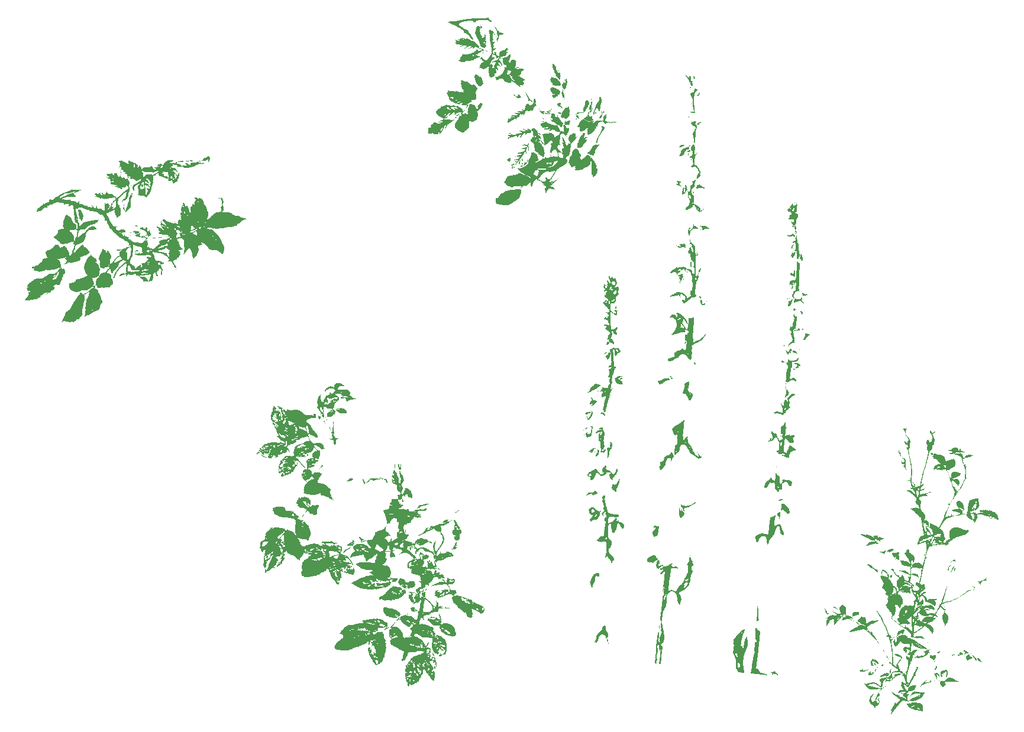
<source format=gbr>
%TF.GenerationSoftware,KiCad,Pcbnew,(6.0.9)*%
%TF.CreationDate,2023-04-16T13:36:13+02:00*%
%TF.ProjectId,iteMX_bottom,6974654d-585f-4626-9f74-746f6d2e6b69,v1.0.0*%
%TF.SameCoordinates,Original*%
%TF.FileFunction,Legend,Top*%
%TF.FilePolarity,Positive*%
%FSLAX46Y46*%
G04 Gerber Fmt 4.6, Leading zero omitted, Abs format (unit mm)*
G04 Created by KiCad (PCBNEW (6.0.9)) date 2023-04-16 13:36:13*
%MOMM*%
%LPD*%
G01*
G04 APERTURE LIST*
%ADD10C,0.150000*%
G04 APERTURE END LIST*
D10*
%TO.C,*%
%TO.C,G\u002A\u002A\u002A*%
G36*
X82842613Y43445942D02*
G01*
X82937149Y43373417D01*
X83049430Y43295609D01*
X83092517Y43267984D01*
X83184048Y43204703D01*
X83257421Y43142740D01*
X83281079Y43116545D01*
X83332898Y43065810D01*
X83369461Y43049222D01*
X83406169Y43028923D01*
X83389665Y42978859D01*
X83371258Y42953526D01*
X83334437Y42927220D01*
X83301445Y42952881D01*
X83251184Y42981117D01*
X83162217Y43004778D01*
X83105322Y43013134D01*
X83006458Y43030115D01*
X82933421Y43054591D01*
X82912756Y43068994D01*
X82870535Y43089477D01*
X82803028Y43064564D01*
X82726292Y43033913D01*
X82671923Y43026761D01*
X82613069Y43017768D01*
X82523294Y42988635D01*
X82473341Y42968206D01*
X82373644Y42926063D01*
X82314511Y42911635D01*
X82278487Y42926826D01*
X82248119Y42973536D01*
X82237537Y42993913D01*
X82211090Y43070241D01*
X82227917Y43137253D01*
X82237771Y43155015D01*
X82275207Y43245825D01*
X82291880Y43322999D01*
X82311814Y43393175D01*
X82364914Y43422998D01*
X82390645Y43427383D01*
X82478880Y43446498D01*
X82584724Y43478960D01*
X82607516Y43487224D01*
X82735359Y43535322D01*
X82842613Y43445942D01*
G37*
G36*
X95280105Y27207689D02*
G01*
X95364181Y27188712D01*
X95387414Y27154551D01*
X95351096Y27103118D01*
X95347102Y27099483D01*
X95272817Y27058432D01*
X95205639Y27062002D01*
X95165507Y27108940D01*
X95164946Y27110937D01*
X95166342Y27178029D01*
X95217889Y27207783D01*
X95280105Y27207689D01*
G37*
G36*
X70040590Y13361369D02*
G01*
X70041864Y13339205D01*
X70020396Y13298978D01*
X70005309Y13295160D01*
X69979984Y13323680D01*
X69978711Y13345843D01*
X70000178Y13386071D01*
X70015266Y13389888D01*
X70040590Y13361369D01*
G37*
G36*
X81971716Y18027516D02*
G01*
X82052083Y18003092D01*
X82095973Y17994770D01*
X82134084Y17972588D01*
X82142263Y17908989D01*
X82140235Y17884330D01*
X82114032Y17789194D01*
X82065653Y17728240D01*
X82019810Y17715015D01*
X81990873Y17742750D01*
X81951628Y17808023D01*
X81942301Y17826918D01*
X81901764Y17935618D01*
X81898516Y18006960D01*
X81931687Y18035028D01*
X81971716Y18027516D01*
G37*
G36*
X96509584Y17944719D02*
G01*
X96653424Y17931182D01*
X96970592Y17896198D01*
X97058379Y17759389D01*
X97114460Y17651696D01*
X97119766Y17581387D01*
X97073956Y17547261D01*
X96997581Y17545483D01*
X96911497Y17536324D01*
X96860198Y17495710D01*
X96857081Y17435160D01*
X96860383Y17427509D01*
X96862447Y17375174D01*
X96848568Y17319894D01*
X96816785Y17268433D01*
X96759628Y17253324D01*
X96713045Y17256140D01*
X96633724Y17255972D01*
X96584453Y17240407D01*
X96582161Y17237972D01*
X96530547Y17210296D01*
X96475140Y17224653D01*
X96444193Y17270789D01*
X96443779Y17288209D01*
X96470573Y17350006D01*
X96529519Y17425741D01*
X96556933Y17453072D01*
X96663059Y17551059D01*
X96614181Y17678198D01*
X96582441Y17753124D01*
X96548278Y17790869D01*
X96490417Y17804462D01*
X96404168Y17806777D01*
X96305563Y17811714D01*
X96257678Y17826710D01*
X96247772Y17853282D01*
X96264276Y17903889D01*
X96307185Y17934801D01*
X96385841Y17947813D01*
X96509584Y17944719D01*
G37*
G36*
X71533968Y19661672D02*
G01*
X71535286Y19650799D01*
X71507551Y19608583D01*
X71498340Y19603026D01*
X71469348Y19607533D01*
X71468032Y19618406D01*
X71495765Y19660623D01*
X71504977Y19666178D01*
X71533968Y19661672D01*
G37*
G36*
X94388676Y7551078D02*
G01*
X94388444Y7501106D01*
X94350311Y7454519D01*
X94292201Y7424561D01*
X94258960Y7451559D01*
X94254304Y7466206D01*
X94259535Y7538101D01*
X94309079Y7575460D01*
X94340292Y7576886D01*
X94388676Y7551078D01*
G37*
G36*
X69660499Y17028040D02*
G01*
X69653543Y16999081D01*
X69633653Y16977140D01*
X69615528Y17003205D01*
X69608828Y17050909D01*
X69615945Y17062779D01*
X69647706Y17064683D01*
X69660499Y17028040D01*
G37*
G36*
X81806139Y42482981D02*
G01*
X81860182Y42416861D01*
X81894702Y42344560D01*
X81898381Y42312806D01*
X81873297Y42261388D01*
X81826345Y42255015D01*
X81776261Y42289908D01*
X81747086Y42343308D01*
X81726258Y42432933D01*
X81728570Y42495936D01*
X81752110Y42515803D01*
X81806139Y42482981D01*
G37*
G36*
X82429210Y18889792D02*
G01*
X82432105Y18838824D01*
X82415194Y18779710D01*
X82392036Y18761339D01*
X82368897Y18790426D01*
X82366902Y18825947D01*
X82387755Y18884870D01*
X82406971Y18903431D01*
X82429210Y18889792D01*
G37*
G36*
X96040984Y28979361D02*
G01*
X96111471Y28960957D01*
X96138264Y28920347D01*
X96121247Y28850334D01*
X96060303Y28743721D01*
X96036628Y28708207D01*
X95952520Y28594536D01*
X95891835Y28537159D01*
X95851689Y28534575D01*
X95829197Y28585281D01*
X95826930Y28599033D01*
X95838061Y28693871D01*
X95876341Y28776600D01*
X95919771Y28857997D01*
X95942974Y28926643D01*
X95943507Y28930662D01*
X95966285Y28972698D01*
X96031087Y28980284D01*
X96040984Y28979361D01*
G37*
G36*
X70788638Y26049617D02*
G01*
X70792429Y25974195D01*
X70787731Y25903067D01*
X70775704Y25803951D01*
X70759848Y25753371D01*
X70730051Y25736673D01*
X70676197Y25739204D01*
X70674749Y25739355D01*
X70607426Y25755570D01*
X70586578Y25794316D01*
X70587606Y25820346D01*
X70610084Y25888743D01*
X70655833Y25967776D01*
X70710379Y26037267D01*
X70759245Y26077036D01*
X70773943Y26080103D01*
X70788638Y26049617D01*
G37*
G36*
X97534772Y22857643D02*
G01*
X97554962Y22788889D01*
X97539981Y22719659D01*
X97495210Y22678595D01*
X97432564Y22671995D01*
X97384188Y22702338D01*
X97381406Y22707430D01*
X97377710Y22769595D01*
X97405758Y22837186D01*
X97451202Y22883503D01*
X97479559Y22890131D01*
X97534772Y22857643D01*
G37*
G36*
X82531838Y30776458D02*
G01*
X82521332Y30684918D01*
X82520882Y30682793D01*
X82498618Y30578307D01*
X82463943Y30670612D01*
X82445407Y30746319D01*
X82464240Y30790884D01*
X82469615Y30795587D01*
X82514314Y30813975D01*
X82531838Y30776458D01*
G37*
G36*
X69371854Y19523242D02*
G01*
X69409059Y19501039D01*
X69398428Y19455001D01*
X69345195Y19396164D01*
X69293769Y19358533D01*
X69208416Y19302323D01*
X69138173Y19253370D01*
X69127563Y19245464D01*
X69054439Y19209396D01*
X69006054Y19228873D01*
X68993068Y19257731D01*
X69006653Y19317599D01*
X69064487Y19385472D01*
X69150349Y19449982D01*
X69248016Y19499757D01*
X69341267Y19523425D01*
X69371854Y19523242D01*
G37*
G36*
X96194234Y35001005D02*
G01*
X96196339Y34981145D01*
X96174937Y34940736D01*
X96159757Y34936831D01*
X96135924Y34911283D01*
X96118354Y34844194D01*
X96116628Y34830232D01*
X96097495Y34762142D01*
X96056392Y34667665D01*
X96002082Y34562340D01*
X95943329Y34461709D01*
X95888897Y34381310D01*
X95847551Y34336686D01*
X95835859Y34332376D01*
X95801930Y34358582D01*
X95798459Y34364818D01*
X95792934Y34437687D01*
X95821350Y34538557D01*
X95875545Y34647900D01*
X95947356Y34746183D01*
X95965992Y34765647D01*
X96011279Y34829624D01*
X96037189Y34885864D01*
X96071421Y34944068D01*
X96119858Y34989156D01*
X96166221Y35011384D01*
X96194234Y35001005D01*
G37*
G36*
X68241459Y13939460D02*
G01*
X68250277Y13910607D01*
X68219898Y13874802D01*
X68182147Y13869881D01*
X68132790Y13895031D01*
X68123973Y13923882D01*
X68154351Y13959689D01*
X68192103Y13964609D01*
X68241459Y13939460D01*
G37*
G36*
X80810530Y59164798D02*
G01*
X80893488Y59104747D01*
X80983548Y59025881D01*
X81063935Y58943181D01*
X81117869Y58871628D01*
X81125192Y58857375D01*
X81163081Y58791792D01*
X81198176Y58761059D01*
X81199366Y58760878D01*
X81226749Y58783861D01*
X81240336Y58840410D01*
X81236838Y58901471D01*
X81219009Y58934455D01*
X81207531Y58974250D01*
X81235239Y59022938D01*
X81285241Y59059620D01*
X81325995Y59066818D01*
X81386944Y59043372D01*
X81425140Y58983123D01*
X81443044Y58878145D01*
X81443117Y58720509D01*
X81441841Y58693713D01*
X81439680Y58534770D01*
X81455063Y58430115D01*
X81491346Y58372140D01*
X81551890Y58353234D01*
X81590946Y58355860D01*
X81656465Y58347030D01*
X81687134Y58310171D01*
X81670103Y58263267D01*
X81662200Y58256118D01*
X81620679Y58186045D01*
X81614775Y58089163D01*
X81643554Y57990586D01*
X81673766Y57944820D01*
X81727767Y57848949D01*
X81735914Y57752795D01*
X81700125Y57673840D01*
X81639625Y57634284D01*
X81527177Y57611298D01*
X81460014Y57632686D01*
X81455277Y57637894D01*
X81442910Y57685350D01*
X81443520Y57728519D01*
X81437923Y57798354D01*
X81424286Y57828976D01*
X81408195Y57879923D01*
X81401097Y57965078D01*
X81401244Y57989425D01*
X81395775Y58077864D01*
X81368697Y58121594D01*
X81342340Y58132709D01*
X81312412Y58147709D01*
X81280650Y58182715D01*
X81242242Y58246270D01*
X81192376Y58346915D01*
X81126241Y58493196D01*
X81080974Y58596688D01*
X81038314Y58673306D01*
X80971319Y58770700D01*
X80891026Y58875365D01*
X80808474Y58973800D01*
X80734701Y59052502D01*
X80680742Y59097968D01*
X80666332Y59103943D01*
X80640339Y59116021D01*
X80665597Y59150330D01*
X80667313Y59152011D01*
X80723355Y59186591D01*
X80751455Y59191054D01*
X80810530Y59164798D01*
G37*
G36*
X77527140Y-14203384D02*
G01*
X77535952Y-14241241D01*
X77536112Y-14322274D01*
X77529416Y-14429551D01*
X77517659Y-14546140D01*
X77502635Y-14655108D01*
X77486141Y-14739524D01*
X77469972Y-14782453D01*
X77465499Y-14784717D01*
X77443451Y-14754845D01*
X77429060Y-14687022D01*
X77429009Y-14686480D01*
X77429716Y-14608505D01*
X77440919Y-14507406D01*
X77459261Y-14399706D01*
X77481387Y-14301927D01*
X77503941Y-14230593D01*
X77523564Y-14202229D01*
X77527140Y-14203384D01*
G37*
G36*
X68225811Y-12095173D02*
G01*
X68259003Y-12117266D01*
X68259610Y-12122669D01*
X68274048Y-12165532D01*
X68313732Y-12235733D01*
X68327174Y-12256225D01*
X68370648Y-12332487D01*
X68374689Y-12385768D01*
X68356993Y-12420778D01*
X68328913Y-12499646D01*
X68327292Y-12559081D01*
X68323721Y-12626389D01*
X68284544Y-12654910D01*
X68204171Y-12645573D01*
X68079280Y-12600265D01*
X67974064Y-12559230D01*
X67898522Y-12543746D01*
X67846271Y-12560824D01*
X67810929Y-12617476D01*
X67786114Y-12720716D01*
X67765445Y-12877553D01*
X67757193Y-12954156D01*
X67740310Y-13096091D01*
X67722882Y-13211113D01*
X67707053Y-13286777D01*
X67695751Y-13310929D01*
X67672559Y-13336623D01*
X67634351Y-13406416D01*
X67589324Y-13505307D01*
X67588538Y-13507173D01*
X67543746Y-13606436D01*
X67506064Y-13676926D01*
X67483529Y-13703634D01*
X67483311Y-13703622D01*
X67465238Y-13730709D01*
X67440527Y-13803689D01*
X67413909Y-13905977D01*
X67390118Y-14020989D01*
X67386030Y-14044571D01*
X67355864Y-14156179D01*
X67313826Y-14218287D01*
X67265166Y-14225616D01*
X67232644Y-14198715D01*
X67219398Y-14150336D01*
X67219843Y-14118016D01*
X67211382Y-14061574D01*
X67183456Y-13966458D01*
X67141892Y-13852241D01*
X67137259Y-13840644D01*
X67094670Y-13726166D01*
X67065026Y-13629456D01*
X67054156Y-13569776D01*
X67054336Y-13566493D01*
X67041073Y-13495391D01*
X67026793Y-13471229D01*
X67013020Y-13428224D01*
X67050875Y-13378835D01*
X67052633Y-13377253D01*
X67102307Y-13293466D01*
X67128796Y-13161801D01*
X67168741Y-12993558D01*
X67219778Y-12902515D01*
X67271973Y-12814948D01*
X67301543Y-12729251D01*
X67302727Y-12720797D01*
X67320800Y-12651966D01*
X67345492Y-12619600D01*
X67380424Y-12584389D01*
X67430918Y-12513386D01*
X67457799Y-12469895D01*
X67509375Y-12392953D01*
X67552753Y-12346392D01*
X67567882Y-12339740D01*
X67608561Y-12323842D01*
X67681468Y-12279274D01*
X67749674Y-12231148D01*
X67842228Y-12171303D01*
X67924373Y-12133556D01*
X67965625Y-12126146D01*
X68029305Y-12119111D01*
X68054110Y-12103521D01*
X68095994Y-12085750D01*
X68162351Y-12083817D01*
X68225811Y-12095173D01*
G37*
G36*
X70583251Y15631963D02*
G01*
X70557824Y15712019D01*
X70589690Y15791455D01*
X70673651Y15858388D01*
X70684764Y15863961D01*
X70763141Y15902276D01*
X70870341Y15955530D01*
X70948941Y15994968D01*
X71052449Y16041044D01*
X71141677Y16070202D01*
X71187041Y16076120D01*
X71250010Y16083603D01*
X71273707Y16098936D01*
X71315666Y16112330D01*
X71399055Y16115154D01*
X71467355Y16110507D01*
X71566550Y16096674D01*
X71613180Y16079293D01*
X71618166Y16053829D01*
X71615914Y16048866D01*
X71570398Y16015740D01*
X71509207Y16004213D01*
X71423277Y15976554D01*
X71381293Y15934689D01*
X71326747Y15878648D01*
X71240705Y15818424D01*
X71203081Y15797589D01*
X71068329Y15729048D01*
X71171525Y15615070D01*
X71254736Y15537675D01*
X71360984Y15458081D01*
X71471232Y15388650D01*
X71566444Y15341743D01*
X71611878Y15329120D01*
X71646523Y15299201D01*
X71650806Y15269161D01*
X71655206Y15203155D01*
X71671697Y15110355D01*
X71676497Y15089596D01*
X71697156Y14977785D01*
X71688329Y14907022D01*
X71641763Y14870433D01*
X71549210Y14861144D01*
X71414170Y14871027D01*
X71295439Y14887324D01*
X71203302Y14907123D01*
X71154285Y14926686D01*
X71150912Y14930621D01*
X71110427Y14958368D01*
X71046702Y14973499D01*
X70909440Y15014071D01*
X70799407Y15106510D01*
X70712141Y15254941D01*
X70693916Y15299811D01*
X70656287Y15405892D01*
X70630979Y15490692D01*
X70623648Y15533320D01*
X70620600Y15544879D01*
X70949431Y15544879D01*
X70968686Y15513687D01*
X71020647Y15464663D01*
X71055261Y15451473D01*
X71091534Y15453524D01*
X71092075Y15459242D01*
X71059429Y15484475D01*
X71005500Y15521455D01*
X70955474Y15552266D01*
X70949431Y15544879D01*
X70620600Y15544879D01*
X70611228Y15580425D01*
X70609511Y15586936D01*
X70583251Y15631963D01*
G37*
G36*
X68788246Y10920365D02*
G01*
X68796558Y10908120D01*
X68868356Y10843033D01*
X68960831Y10819023D01*
X69038222Y10804376D01*
X69072708Y10770635D01*
X69083870Y10711262D01*
X69108402Y10633003D01*
X69150181Y10590404D01*
X69192616Y10566001D01*
X69200890Y10530924D01*
X69179224Y10462491D01*
X69175692Y10453248D01*
X69148780Y10401186D01*
X69117311Y10394690D01*
X69070115Y10436703D01*
X69024415Y10493091D01*
X68956441Y10561348D01*
X68887927Y10601408D01*
X68872711Y10604811D01*
X68807425Y10638079D01*
X68788400Y10677522D01*
X68758693Y10732413D01*
X68729757Y10747535D01*
X68690319Y10725097D01*
X68677884Y10689138D01*
X68653058Y10638431D01*
X68608395Y10631213D01*
X68565267Y10662661D01*
X68545511Y10719013D01*
X68550141Y10778032D01*
X68588550Y10793478D01*
X68609332Y10792117D01*
X68665015Y10801508D01*
X68687314Y10855984D01*
X68688381Y10864951D01*
X68707693Y10944846D01*
X68741467Y10963511D01*
X68788246Y10920365D01*
G37*
G36*
X95726793Y19997804D02*
G01*
X95824807Y19948951D01*
X95886549Y19897222D01*
X95938226Y19834061D01*
X95967211Y19777882D01*
X95962644Y19747982D01*
X95825843Y19679504D01*
X95727554Y19658384D01*
X95720116Y19658892D01*
X95658788Y19637730D01*
X95593355Y19576563D01*
X95540845Y19495271D01*
X95518978Y19424132D01*
X95497356Y19366192D01*
X95478629Y19348941D01*
X95457034Y19311819D01*
X95460451Y19299266D01*
X95463119Y19248476D01*
X95445278Y19182916D01*
X95417111Y19131164D01*
X95396037Y19118507D01*
X95360895Y19143497D01*
X95312941Y19199072D01*
X95265396Y19278377D01*
X95216413Y19382186D01*
X95202931Y19415981D01*
X95165533Y19503925D01*
X95131638Y19565312D01*
X95120599Y19578161D01*
X95097368Y19626413D01*
X95096362Y19655639D01*
X95078851Y19717647D01*
X95043703Y19762112D01*
X95000063Y19817422D01*
X94989580Y19854661D01*
X95007604Y19890607D01*
X95048221Y19867647D01*
X95080161Y19830111D01*
X95128740Y19769949D01*
X95198239Y19687687D01*
X95231772Y19648969D01*
X95295454Y19578964D01*
X95335876Y19550220D01*
X95370944Y19555646D01*
X95406921Y19579640D01*
X95467752Y19658880D01*
X95487555Y19732648D01*
X95506937Y19809015D01*
X95552342Y19841817D01*
X95570707Y19845615D01*
X95619896Y19861304D01*
X95614041Y19892198D01*
X95608312Y19899659D01*
X95575386Y19963424D01*
X95591292Y20002660D01*
X95645328Y20014933D01*
X95726793Y19997804D01*
G37*
G36*
X67904030Y14952515D02*
G01*
X67948873Y14947920D01*
X68058726Y14931961D01*
X68141104Y14911738D01*
X68177831Y14891931D01*
X68216137Y14869976D01*
X68296962Y14849899D01*
X68362149Y14840633D01*
X68463172Y14826096D01*
X68516476Y14805062D01*
X68537844Y14770369D01*
X68539862Y14759954D01*
X68539169Y14699951D01*
X68504149Y14674368D01*
X68421934Y14674770D01*
X68411556Y14675816D01*
X68346439Y14674744D01*
X68297238Y14646018D01*
X68244499Y14576462D01*
X68229184Y14552278D01*
X68138977Y14442801D01*
X68029559Y14358305D01*
X68018219Y14352135D01*
X67909718Y14294521D01*
X67787848Y14228002D01*
X67745270Y14204281D01*
X67658526Y14158574D01*
X67594260Y14130190D01*
X67574313Y14125316D01*
X67534002Y14108244D01*
X67484960Y14070858D01*
X67427445Y14029271D01*
X67391613Y14016819D01*
X67350832Y14001807D01*
X67277636Y13959903D01*
X67219841Y13921956D01*
X67123249Y13863636D01*
X67033678Y13822923D01*
X66995766Y13812648D01*
X66913791Y13783431D01*
X66866545Y13747598D01*
X66802788Y13706801D01*
X66757821Y13700335D01*
X66706065Y13692057D01*
X66693141Y13675208D01*
X66665890Y13647075D01*
X66658246Y13646950D01*
X66630339Y13674357D01*
X66630127Y13683166D01*
X66659524Y13733348D01*
X66725764Y13793646D01*
X66808341Y13846902D01*
X66847022Y13864643D01*
X66905752Y13905715D01*
X66925868Y13980422D01*
X66926353Y13992178D01*
X66944711Y14076344D01*
X66980138Y14124222D01*
X67020959Y14179201D01*
X67040855Y14249778D01*
X67077610Y14357988D01*
X67155249Y14470017D01*
X67256157Y14564988D01*
X67352011Y14618518D01*
X67438282Y14656864D01*
X67470518Y14695177D01*
X67466001Y14725773D01*
X67484793Y14752433D01*
X67540010Y14805654D01*
X67597860Y14855576D01*
X67674923Y14916420D01*
X67735818Y14948696D01*
X67804276Y14958645D01*
X67904030Y14952515D01*
G37*
G36*
X95999455Y27043066D02*
G01*
X96008504Y26976965D01*
X95978301Y26890534D01*
X95966957Y26871410D01*
X95924787Y26777808D01*
X95897033Y26666958D01*
X95895004Y26651301D01*
X95843600Y26449396D01*
X95735743Y26275910D01*
X95637177Y26179276D01*
X95522928Y26102738D01*
X95426313Y26073242D01*
X95355032Y26091039D01*
X95316788Y26156375D01*
X95314577Y26168845D01*
X95319397Y26244656D01*
X95342042Y26284080D01*
X95366889Y26331830D01*
X95387755Y26418790D01*
X95402359Y26523870D01*
X95408418Y26625985D01*
X95403651Y26704047D01*
X95390809Y26734782D01*
X95395121Y26760432D01*
X95440170Y26795401D01*
X95506393Y26829102D01*
X95574230Y26850947D01*
X95610529Y26853711D01*
X95656762Y26871035D01*
X95729112Y26920348D01*
X95780839Y26963510D01*
X95860061Y27026920D01*
X95925933Y27066326D01*
X95952291Y27073189D01*
X95999455Y27043066D01*
G37*
G36*
X69521497Y21039909D02*
G01*
X69624649Y21009870D01*
X69708766Y20951934D01*
X69753796Y20880952D01*
X69756398Y20865915D01*
X69742338Y20808785D01*
X69685920Y20739935D01*
X69600911Y20666463D01*
X69499344Y20589497D01*
X69431858Y20551631D01*
X69385983Y20548771D01*
X69349257Y20576822D01*
X69344677Y20582313D01*
X69328532Y20639759D01*
X69348245Y20699222D01*
X69392079Y20732122D01*
X69406469Y20732750D01*
X69435463Y20741321D01*
X69449472Y20784157D01*
X69452579Y20875012D01*
X69452444Y20887542D01*
X69453370Y20981776D01*
X69464044Y21027942D01*
X69491431Y21041409D01*
X69521497Y21039909D01*
G37*
G36*
X97350111Y27298487D02*
G01*
X97366910Y27274844D01*
X97385020Y27172304D01*
X97350522Y27066895D01*
X97344724Y27057915D01*
X97332319Y26988578D01*
X97360095Y26897140D01*
X97419640Y26802382D01*
X97490695Y26731898D01*
X97587483Y26641572D01*
X97624019Y26566957D01*
X97616824Y26528001D01*
X97571226Y26491939D01*
X97505339Y26508951D01*
X97428198Y26575787D01*
X97404949Y26604111D01*
X97278616Y26734167D01*
X97143557Y26802495D01*
X96993185Y26810829D01*
X96820916Y26760901D01*
X96816674Y26759094D01*
X96713822Y26723774D01*
X96619186Y26702594D01*
X96525779Y26676405D01*
X96425246Y26630099D01*
X96413438Y26623175D01*
X96311077Y26572691D01*
X96238737Y26568367D01*
X96184664Y26608202D01*
X96163680Y26672475D01*
X96163784Y26766262D01*
X96181484Y26862138D01*
X96213286Y26932676D01*
X96227773Y26946758D01*
X96273573Y26999925D01*
X96307115Y27070027D01*
X96334211Y27128661D01*
X96377132Y27150588D01*
X96459028Y27147629D01*
X96459100Y27147621D01*
X96541548Y27131387D01*
X96592492Y27107282D01*
X96597230Y27101178D01*
X96635808Y27078503D01*
X96715748Y27058597D01*
X96767579Y27051349D01*
X96861805Y27047479D01*
X96928331Y27055833D01*
X96944566Y27064672D01*
X96990813Y27084783D01*
X97042349Y27086319D01*
X97113991Y27102042D01*
X97141869Y27134660D01*
X97183597Y27192377D01*
X97250907Y27254990D01*
X97254405Y27257676D01*
X97316348Y27298557D01*
X97350111Y27298487D01*
G37*
G36*
X81501300Y32554568D02*
G01*
X81503671Y32485157D01*
X81502326Y32469693D01*
X81506135Y32368072D01*
X81531639Y32278331D01*
X81532309Y32277011D01*
X81558963Y32197766D01*
X81560833Y32139456D01*
X81558989Y32061497D01*
X81567460Y32019161D01*
X81577651Y31946398D01*
X81577603Y31847831D01*
X81576082Y31826706D01*
X81563383Y31742692D01*
X81537793Y31704708D01*
X81495526Y31695491D01*
X81433886Y31715296D01*
X81417789Y31751549D01*
X81413552Y31826599D01*
X81415389Y31905305D01*
X81415724Y31993103D01*
X81409857Y32109526D01*
X81404689Y32171251D01*
X81401722Y32286445D01*
X81412059Y32401817D01*
X81432462Y32500757D01*
X81459690Y32566655D01*
X81485257Y32584347D01*
X81501300Y32554568D01*
G37*
G36*
X82692422Y56596316D02*
G01*
X82689651Y56526212D01*
X82687351Y56501748D01*
X82647830Y56377741D01*
X82566877Y56262304D01*
X82480357Y56192457D01*
X82425056Y56179663D01*
X82354488Y56182541D01*
X82295504Y56197590D01*
X82274566Y56219299D01*
X82300341Y56261250D01*
X82351972Y56307981D01*
X82400780Y56334690D01*
X82408764Y56335376D01*
X82441168Y56357862D01*
X82487844Y56414586D01*
X82533344Y56483673D01*
X82562219Y56543245D01*
X82565491Y56557310D01*
X82596051Y56597919D01*
X82656771Y56623611D01*
X82686972Y56625182D01*
X82692422Y56596316D01*
G37*
G36*
X69688085Y-22166787D02*
G01*
X69690148Y-22204115D01*
X69671531Y-22254035D01*
X69651935Y-22263949D01*
X69629059Y-22234805D01*
X69626996Y-22197478D01*
X69645612Y-22147557D01*
X69665210Y-22137645D01*
X69688085Y-22166787D01*
G37*
G36*
X79637743Y44048014D02*
G01*
X79725936Y44032082D01*
X79783712Y44009245D01*
X79793058Y43999765D01*
X79832921Y43973679D01*
X79907838Y43955834D01*
X79914223Y43955105D01*
X80000402Y43927463D01*
X80035074Y43877977D01*
X80015585Y43821792D01*
X79945554Y43776424D01*
X79887598Y43749047D01*
X79863495Y43713147D01*
X79863253Y43646373D01*
X79867960Y43602907D01*
X79890961Y43479490D01*
X79929348Y43407165D01*
X79990798Y43373996D01*
X80018051Y43369544D01*
X80076830Y43345997D01*
X80088148Y43314289D01*
X80062836Y43282995D01*
X79990023Y43277268D01*
X79962127Y43279647D01*
X79880545Y43292132D01*
X79830892Y43307035D01*
X79826525Y43310351D01*
X79788243Y43332486D01*
X79709461Y43366000D01*
X79610333Y43403475D01*
X79511010Y43437491D01*
X79431648Y43460629D01*
X79403608Y43466050D01*
X79350995Y43493744D01*
X79328505Y43545182D01*
X79344882Y43593321D01*
X79359232Y43603353D01*
X79418000Y43614567D01*
X79506020Y43614164D01*
X79520936Y43612854D01*
X79604660Y43613419D01*
X79638642Y43640090D01*
X79623217Y43697404D01*
X79558720Y43789896D01*
X79536032Y43817764D01*
X79471979Y43901893D01*
X79447571Y43957549D01*
X79456692Y44000281D01*
X79461341Y44007681D01*
X79508250Y44043453D01*
X79591156Y44051592D01*
X79637743Y44048014D01*
G37*
G36*
X76750056Y15358065D02*
G01*
X76858493Y15409107D01*
X76934807Y15435807D01*
X77051597Y15471644D01*
X77147870Y15496978D01*
X77205344Y15507075D01*
X77209738Y15506959D01*
X77266342Y15523549D01*
X77300321Y15548651D01*
X77370728Y15597539D01*
X77415191Y15617206D01*
X77486249Y15647517D01*
X77577192Y15694473D01*
X77598202Y15706381D01*
X77680434Y15744642D01*
X77767598Y15759602D01*
X77885555Y15755006D01*
X77914282Y15752157D01*
X78017919Y15744701D01*
X78091429Y15745948D01*
X78117829Y15754707D01*
X78138105Y15798171D01*
X78152156Y15817946D01*
X78180488Y15830719D01*
X78228074Y15809445D01*
X78305258Y15748691D01*
X78336765Y15721034D01*
X78417658Y15646348D01*
X78455889Y15600528D01*
X78457818Y15572079D01*
X78431229Y15550331D01*
X78368395Y15525575D01*
X78268442Y15497813D01*
X78188675Y15480269D01*
X78071637Y15453117D01*
X77967792Y15421791D01*
X77920596Y15402842D01*
X77839334Y15362864D01*
X77782562Y15335015D01*
X77569384Y15220556D01*
X77383995Y15095833D01*
X77273813Y15008584D01*
X77175919Y14933687D01*
X77090393Y14879532D01*
X77033166Y14855969D01*
X77026697Y14855774D01*
X76980049Y14885962D01*
X76926742Y14955643D01*
X76904720Y14995487D01*
X76847820Y15091490D01*
X76784689Y15171064D01*
X76765077Y15189423D01*
X76720472Y15237331D01*
X77041366Y15237331D01*
X77063997Y15206630D01*
X77085411Y15200777D01*
X77129223Y15213412D01*
X77136094Y15227375D01*
X77113462Y15258077D01*
X77092049Y15263929D01*
X77048236Y15251296D01*
X77041366Y15237331D01*
X76720472Y15237331D01*
X76706318Y15252533D01*
X76704102Y15272779D01*
X76700321Y15307310D01*
X76750056Y15358065D01*
G37*
G36*
X81143363Y47953179D02*
G01*
X81153579Y47896160D01*
X81154268Y47817914D01*
X81147726Y47731712D01*
X81126884Y47695649D01*
X81106395Y47692714D01*
X81071702Y47723914D01*
X81067544Y47772701D01*
X81055524Y47851452D01*
X81029667Y47894657D01*
X81002653Y47931566D01*
X81027164Y47951700D01*
X81057155Y47960213D01*
X81114239Y47970108D01*
X81143363Y47953179D01*
G37*
G36*
X82855793Y31556511D02*
G01*
X82864435Y31487489D01*
X82858523Y31400774D01*
X82834567Y31272887D01*
X82792878Y31142492D01*
X82740283Y31023756D01*
X82683607Y30930849D01*
X82629678Y30877942D01*
X82603316Y30871058D01*
X82573604Y30883167D01*
X82560709Y30921293D01*
X82562296Y30999409D01*
X82569489Y31073676D01*
X82593637Y31215418D01*
X82637832Y31328426D01*
X82693434Y31417631D01*
X82772404Y31521366D01*
X82825819Y31567733D01*
X82855793Y31556511D01*
G37*
G36*
X97264558Y33536780D02*
G01*
X97282331Y33471055D01*
X97281592Y33460582D01*
X97286098Y33394453D01*
X97301456Y33365531D01*
X97342082Y33309508D01*
X97386452Y33211727D01*
X97427677Y33093038D01*
X97458868Y32974286D01*
X97473139Y32876320D01*
X97472569Y32847646D01*
X97472082Y32764214D01*
X97486798Y32709704D01*
X97491527Y32704491D01*
X97492861Y32671238D01*
X97461246Y32623696D01*
X97415549Y32584285D01*
X97381455Y32573683D01*
X97352210Y32597795D01*
X97298083Y32657744D01*
X97251124Y32715081D01*
X97169413Y32802619D01*
X97095129Y32854101D01*
X97068534Y32861972D01*
X97013092Y32890303D01*
X97005744Y32955531D01*
X97046503Y33053075D01*
X97067838Y33087535D01*
X97109764Y33183960D01*
X97122125Y33311605D01*
X97121738Y33335472D01*
X97129109Y33464757D01*
X97159636Y33536129D01*
X97160133Y33536621D01*
X97217702Y33562469D01*
X97264558Y33536780D01*
G37*
G36*
X71500787Y15792945D02*
G01*
X71611244Y15779714D01*
X71659857Y15752971D01*
X71646533Y15714005D01*
X71571178Y15664107D01*
X71512134Y15636298D01*
X71403468Y15594390D01*
X71337592Y15585062D01*
X71302966Y15608025D01*
X71293954Y15630818D01*
X71294266Y15697912D01*
X71304866Y15738627D01*
X71330576Y15775003D01*
X71382859Y15791854D01*
X71478365Y15793795D01*
X71500787Y15792945D01*
G37*
G36*
X78679056Y5181367D02*
G01*
X78731282Y5122388D01*
X78803503Y5033281D01*
X78851153Y4971746D01*
X78953736Y4826099D01*
X79010520Y4714401D01*
X79023239Y4628489D01*
X78993623Y4560203D01*
X78947555Y4517732D01*
X78893453Y4462090D01*
X78873104Y4416869D01*
X78856081Y4365372D01*
X78816963Y4281070D01*
X78764214Y4179234D01*
X78706301Y4075137D01*
X78651686Y3984055D01*
X78608837Y3921260D01*
X78587484Y3901534D01*
X78577327Y3931186D01*
X78576419Y4005271D01*
X78581498Y4072386D01*
X78585959Y4193310D01*
X78566520Y4271283D01*
X78546985Y4299488D01*
X78481604Y4344370D01*
X78400654Y4366913D01*
X78330885Y4361972D01*
X78306931Y4345628D01*
X78262559Y4328472D01*
X78185421Y4326547D01*
X78178219Y4327231D01*
X78108503Y4329008D01*
X78070555Y4304173D01*
X78044063Y4236601D01*
X78038226Y4216083D01*
X78004479Y4129180D01*
X77964045Y4068532D01*
X77955299Y4061267D01*
X77919532Y4009733D01*
X77895984Y3926195D01*
X77894356Y3913312D01*
X77871001Y3816852D01*
X77830691Y3738818D01*
X77827365Y3734809D01*
X77793381Y3676414D01*
X77802345Y3648639D01*
X77823053Y3596919D01*
X77818880Y3507847D01*
X77793567Y3400757D01*
X77750854Y3294978D01*
X77725327Y3250437D01*
X77669526Y3174385D01*
X77583523Y3068460D01*
X77480782Y2948900D01*
X77409826Y2869845D01*
X77284785Y2739991D01*
X77190216Y2658821D01*
X77120419Y2622830D01*
X77069696Y2628513D01*
X77048330Y2647552D01*
X77035185Y2695825D01*
X77035643Y2729332D01*
X77025833Y2792209D01*
X76993908Y2882131D01*
X76975996Y2921195D01*
X76937384Y3005753D01*
X76915210Y3066654D01*
X76912963Y3080837D01*
X76937689Y3115481D01*
X76995607Y3168615D01*
X77013879Y3183195D01*
X77084287Y3261468D01*
X77110467Y3359339D01*
X77093434Y3487280D01*
X77054819Y3604324D01*
X77024786Y3694429D01*
X77022547Y3748491D01*
X77047419Y3787227D01*
X77048743Y3788531D01*
X77116176Y3821852D01*
X77171885Y3826428D01*
X77244187Y3833039D01*
X77346596Y3858667D01*
X77413191Y3881416D01*
X77578375Y3944405D01*
X77629954Y4435144D01*
X77795196Y4564529D01*
X77934101Y4665201D01*
X78042265Y4723427D01*
X78130737Y4744567D01*
X78164437Y4743703D01*
X78224680Y4761594D01*
X78310418Y4815907D01*
X78406575Y4894218D01*
X78498075Y4984099D01*
X78569845Y5073123D01*
X78576620Y5083480D01*
X78622137Y5153276D01*
X78652217Y5195793D01*
X78655758Y5199795D01*
X78679056Y5181367D01*
G37*
G36*
X93736566Y3158915D02*
G01*
X93745662Y3149699D01*
X93756843Y3100079D01*
X93739531Y3044614D01*
X93704950Y3015339D01*
X93698558Y3015227D01*
X93670348Y3043727D01*
X93659070Y3072603D01*
X93662375Y3131297D01*
X93694544Y3165710D01*
X93736566Y3158915D01*
G37*
G36*
X67259187Y13015566D02*
G01*
X67322805Y12945814D01*
X67370544Y12860320D01*
X67380527Y12828966D01*
X67423216Y12759086D01*
X67505710Y12689414D01*
X67606139Y12635264D01*
X67688994Y12612912D01*
X67763868Y12595862D01*
X67805469Y12569479D01*
X67805937Y12568577D01*
X67847052Y12539130D01*
X67895831Y12527204D01*
X67964169Y12498379D01*
X67983519Y12441704D01*
X67951089Y12372897D01*
X67927450Y12349255D01*
X67875145Y12295601D01*
X67853046Y12257426D01*
X67827492Y12224708D01*
X67762929Y12165760D01*
X67672385Y12090741D01*
X67568890Y12009810D01*
X67465474Y11933125D01*
X67375167Y11870843D01*
X67310997Y11833124D01*
X67305821Y11830794D01*
X67216177Y11805164D01*
X67158760Y11813742D01*
X67144873Y11854376D01*
X67146609Y11861114D01*
X67184821Y11908131D01*
X67256371Y11952533D01*
X67262602Y11955261D01*
X67335618Y11998526D01*
X67377428Y12046134D01*
X67378594Y12049409D01*
X67368292Y12091383D01*
X67317013Y12110028D01*
X67243089Y12104710D01*
X67164850Y12074792D01*
X67138959Y12057725D01*
X67081074Y12017748D01*
X67046182Y12017837D01*
X67007012Y12059255D01*
X67003179Y12064016D01*
X66971887Y12107642D01*
X66966286Y12145485D01*
X66988780Y12199620D01*
X67024889Y12263075D01*
X67072029Y12353587D01*
X67102326Y12429686D01*
X67107261Y12451631D01*
X67136664Y12507186D01*
X67199670Y12563357D01*
X67203801Y12566013D01*
X67294308Y12622983D01*
X67251058Y12753966D01*
X67211419Y12850878D01*
X67166467Y12929483D01*
X67155296Y12943569D01*
X67121121Y13004909D01*
X67142103Y13041918D01*
X67198131Y13047483D01*
X67259187Y13015566D01*
G37*
G36*
X93148146Y-26569503D02*
G01*
X93173023Y-26588247D01*
X93201387Y-26621280D01*
X93173248Y-26646884D01*
X93166487Y-26650432D01*
X93115389Y-26672013D01*
X93100067Y-26674887D01*
X93065059Y-26655900D01*
X93040183Y-26637156D01*
X93011819Y-26604124D01*
X93039957Y-26578520D01*
X93046719Y-26574972D01*
X93097817Y-26553390D01*
X93113139Y-26550517D01*
X93148146Y-26569503D01*
G37*
G36*
X68203044Y5573826D02*
G01*
X68253117Y5499143D01*
X68253504Y5498262D01*
X68293592Y5429389D01*
X68333122Y5394516D01*
X68336807Y5393732D01*
X68362577Y5364967D01*
X68366832Y5306327D01*
X68351308Y5247028D01*
X68326427Y5219034D01*
X68296730Y5177828D01*
X68285252Y5131024D01*
X68269169Y5065556D01*
X68252521Y5038818D01*
X68230525Y4995091D01*
X68216033Y4927961D01*
X68188648Y4841519D01*
X68150219Y4784991D01*
X68090319Y4720816D01*
X68032571Y4651328D01*
X67970398Y4596389D01*
X67908156Y4576626D01*
X67907009Y4576732D01*
X67873895Y4586872D01*
X67858100Y4617897D01*
X67856850Y4684171D01*
X67866157Y4788537D01*
X67882310Y4906134D01*
X67901799Y4969864D01*
X67927749Y4989362D01*
X67931262Y4989206D01*
X67975646Y5011193D01*
X68018334Y5067848D01*
X68055354Y5157255D01*
X68083914Y5259337D01*
X68099996Y5353734D01*
X68099583Y5420085D01*
X68091178Y5437015D01*
X68073307Y5481444D01*
X68072308Y5534951D01*
X68097737Y5594748D01*
X68146284Y5606700D01*
X68203044Y5573826D01*
G37*
G36*
X97990934Y22197571D02*
G01*
X98069580Y22176047D01*
X98111839Y22144776D01*
X98113164Y22141098D01*
X98152720Y22106563D01*
X98208211Y22102881D01*
X98277557Y22093988D01*
X98357633Y22064252D01*
X98430122Y22023729D01*
X98476707Y21982477D01*
X98481277Y21952950D01*
X98435855Y21933694D01*
X98389263Y21932545D01*
X98319108Y21914314D01*
X98225712Y21856601D01*
X98122234Y21771960D01*
X98021834Y21672937D01*
X97937675Y21572086D01*
X97882916Y21481954D01*
X97869494Y21436887D01*
X97840070Y21350098D01*
X97782277Y21277977D01*
X97714280Y21240746D01*
X97692272Y21239605D01*
X97630875Y21268420D01*
X97587809Y21311251D01*
X97564568Y21349521D01*
X97561920Y21387421D01*
X97584382Y21441152D01*
X97636473Y21526918D01*
X97656735Y21558495D01*
X97732511Y21702217D01*
X97781599Y21849271D01*
X97799938Y21982290D01*
X97783464Y22083901D01*
X97780913Y22089365D01*
X97771290Y22153764D01*
X97778113Y22177454D01*
X97821055Y22200894D01*
X97900043Y22206727D01*
X97990934Y22197571D01*
G37*
G36*
X69566411Y24914062D02*
G01*
X69592539Y24870501D01*
X69592813Y24861516D01*
X69565694Y24835186D01*
X69558114Y24835122D01*
X69533103Y24863737D01*
X69531712Y24887668D01*
X69550455Y24918742D01*
X69566411Y24914062D01*
G37*
G36*
X92631916Y-5621680D02*
G01*
X92638657Y-5567605D01*
X92664751Y-5350537D01*
X92692076Y-5115638D01*
X92695516Y-5085526D01*
X92797817Y-4187899D01*
X93023274Y-4096523D01*
X93157799Y-4034477D01*
X93290158Y-3961150D01*
X93387605Y-3895401D01*
X93526480Y-3785654D01*
X93452628Y-4488305D01*
X93428085Y-4729341D01*
X93411216Y-4915623D01*
X93401655Y-5055383D01*
X93399038Y-5156859D01*
X93402998Y-5228282D01*
X93413173Y-5277887D01*
X93417160Y-5289178D01*
X93456204Y-5362527D01*
X93503828Y-5385982D01*
X93571138Y-5359892D01*
X93654994Y-5296628D01*
X93738819Y-5239104D01*
X93815155Y-5207086D01*
X93841578Y-5204502D01*
X93916119Y-5189592D01*
X93973220Y-5154488D01*
X94065487Y-5108538D01*
X94164189Y-5120046D01*
X94255176Y-5186400D01*
X94274196Y-5210065D01*
X94342564Y-5320158D01*
X94383639Y-5420170D01*
X94391803Y-5494409D01*
X94383361Y-5515077D01*
X94387419Y-5554599D01*
X94417690Y-5637712D01*
X94469290Y-5752638D01*
X94537337Y-5887601D01*
X94539535Y-5891750D01*
X94615446Y-6040934D01*
X94683285Y-6185426D01*
X94735121Y-6307646D01*
X94761315Y-6383252D01*
X94783458Y-6473685D01*
X94784429Y-6526542D01*
X94760001Y-6565446D01*
X94722619Y-6599550D01*
X94629075Y-6670487D01*
X94558853Y-6693502D01*
X94496477Y-6670940D01*
X94459373Y-6639435D01*
X94359083Y-6505733D01*
X94278719Y-6325783D01*
X94223833Y-6115183D01*
X94200821Y-5912682D01*
X94190622Y-5733172D01*
X94176499Y-5607407D01*
X94155085Y-5525636D01*
X94123010Y-5478108D01*
X94076901Y-5455070D01*
X94040542Y-5448888D01*
X93894560Y-5457778D01*
X93778234Y-5512937D01*
X93701683Y-5607448D01*
X93676701Y-5697589D01*
X93655570Y-5755856D01*
X93636788Y-5773588D01*
X93610685Y-5813457D01*
X93592857Y-5888345D01*
X93592148Y-5894570D01*
X93571000Y-5976478D01*
X93535064Y-6030023D01*
X93533578Y-6031060D01*
X93501277Y-6080038D01*
X93469827Y-6174185D01*
X93451716Y-6257821D01*
X93419798Y-6382584D01*
X93370655Y-6512212D01*
X93312755Y-6629131D01*
X93254566Y-6715770D01*
X93213959Y-6751252D01*
X93182406Y-6783539D01*
X93125847Y-6856732D01*
X93053643Y-6958346D01*
X93007359Y-7026779D01*
X92921430Y-7154703D01*
X92837609Y-7277058D01*
X92769310Y-7374346D01*
X92747709Y-7404086D01*
X92665883Y-7563584D01*
X92642085Y-7668417D01*
X92619185Y-7772131D01*
X92584099Y-7839011D01*
X92574383Y-7847469D01*
X92539291Y-7898050D01*
X92508645Y-7988622D01*
X92498500Y-8037890D01*
X92480154Y-8121658D01*
X92461240Y-8166882D01*
X92451252Y-8168666D01*
X92438996Y-8120587D01*
X92439883Y-8049029D01*
X92423427Y-7944821D01*
X92366289Y-7837993D01*
X92318352Y-7759954D01*
X92297266Y-7686443D01*
X92297298Y-7590101D01*
X92302502Y-7533653D01*
X92308378Y-7430019D01*
X92303474Y-7353036D01*
X92292578Y-7324325D01*
X92270310Y-7276741D01*
X92269181Y-7243186D01*
X92261370Y-7179234D01*
X92234492Y-7087005D01*
X92219887Y-7048340D01*
X92175459Y-6958748D01*
X92127361Y-6915159D01*
X92077459Y-6902654D01*
X92007836Y-6884858D01*
X91974257Y-6859882D01*
X91930161Y-6829731D01*
X91854907Y-6817105D01*
X91779043Y-6824543D01*
X91744566Y-6840772D01*
X91698475Y-6855791D01*
X91660980Y-6829239D01*
X91605128Y-6798541D01*
X91567928Y-6822715D01*
X91563298Y-6877491D01*
X91549041Y-6933211D01*
X91505214Y-6953082D01*
X91423821Y-6992627D01*
X91335992Y-7068175D01*
X91260763Y-7159361D01*
X91217170Y-7245822D01*
X91213331Y-7265345D01*
X91191601Y-7339226D01*
X91144950Y-7439777D01*
X91100359Y-7517558D01*
X91037428Y-7610744D01*
X90989014Y-7659243D01*
X90940644Y-7674864D01*
X90908965Y-7673737D01*
X90841974Y-7653031D01*
X90815218Y-7596606D01*
X90812514Y-7575806D01*
X90795789Y-7478499D01*
X90772169Y-7387997D01*
X90744436Y-7300890D01*
X90707493Y-7185204D01*
X90684112Y-7112129D01*
X90627500Y-6935340D01*
X90781654Y-6825904D01*
X90966679Y-6698292D01*
X91116524Y-6604677D01*
X91244427Y-6537967D01*
X91363628Y-6491076D01*
X91457162Y-6464176D01*
X91566798Y-6449843D01*
X91698492Y-6450973D01*
X91829769Y-6465345D01*
X91938154Y-6490736D01*
X91992785Y-6517104D01*
X92051239Y-6544897D01*
X92122621Y-6531501D01*
X92135999Y-6526255D01*
X92194971Y-6508798D01*
X92249345Y-6516336D01*
X92323109Y-6554118D01*
X92356374Y-6574478D01*
X92490323Y-6657893D01*
X92518175Y-6413817D01*
X92534901Y-6281945D01*
X92552888Y-6163050D01*
X92568469Y-6081157D01*
X92569622Y-6076448D01*
X92579279Y-6021266D01*
X92594771Y-5912028D01*
X92599728Y-5874133D01*
X93037989Y-5874133D01*
X93050889Y-5887594D01*
X93092018Y-5866341D01*
X93107542Y-5844284D01*
X93123291Y-5792533D01*
X93102866Y-5787622D01*
X93063083Y-5826477D01*
X93037989Y-5874133D01*
X92599728Y-5874133D01*
X92605671Y-5828695D01*
X92614947Y-5757788D01*
X92624002Y-5685156D01*
X93235847Y-5685156D01*
X93242948Y-5713137D01*
X93258453Y-5713072D01*
X93295127Y-5690066D01*
X93297710Y-5681282D01*
X93279694Y-5654534D01*
X93246242Y-5669011D01*
X93235847Y-5685156D01*
X92624002Y-5685156D01*
X92631916Y-5621680D01*
G37*
G36*
X94286057Y-3232319D02*
G01*
X94286181Y-3239963D01*
X94258931Y-3268096D01*
X94251287Y-3268221D01*
X94223153Y-3240970D01*
X94223029Y-3233326D01*
X94250279Y-3205192D01*
X94257924Y-3205069D01*
X94286057Y-3232319D01*
G37*
G36*
X67026095Y10956758D02*
G01*
X67091633Y10928654D01*
X67116749Y10896491D01*
X67107516Y10827484D01*
X67048768Y10775442D01*
X66953923Y10748858D01*
X66883435Y10748832D01*
X66797790Y10750410D01*
X66736217Y10726602D01*
X66671784Y10665231D01*
X66654321Y10645213D01*
X66591634Y10578456D01*
X66544304Y10539136D01*
X66530931Y10534338D01*
X66492432Y10555550D01*
X66427294Y10601485D01*
X66411269Y10613703D01*
X66350075Y10671146D01*
X66320069Y10719354D01*
X66319410Y10726886D01*
X66353267Y10786400D01*
X66427209Y10839491D01*
X66518177Y10872985D01*
X66582822Y10877413D01*
X66658871Y10878698D01*
X66704158Y10896282D01*
X66704380Y10896561D01*
X66750607Y10916641D01*
X66802427Y10918181D01*
X66869799Y10923151D01*
X66900474Y10939801D01*
X66952107Y10962530D01*
X67026095Y10956758D01*
G37*
G36*
X97476243Y22555268D02*
G01*
X97502371Y22511708D01*
X97502645Y22502723D01*
X97475526Y22476392D01*
X97467946Y22476328D01*
X97442935Y22504943D01*
X97441544Y22528875D01*
X97460287Y22559949D01*
X97476243Y22555268D01*
G37*
G36*
X94774153Y20556640D02*
G01*
X94804587Y20541972D01*
X94823767Y20494990D01*
X94837088Y20414345D01*
X94836209Y20344876D01*
X94813047Y20333298D01*
X94775146Y20381438D01*
X94766973Y20397338D01*
X94742474Y20474178D01*
X94744835Y20534140D01*
X94773129Y20556730D01*
X94774153Y20556640D01*
G37*
G36*
X95624219Y27214922D02*
G01*
X95632500Y27186613D01*
X95603589Y27153496D01*
X95547755Y27146950D01*
X95497026Y27169949D01*
X95493672Y27173733D01*
X95489417Y27212583D01*
X95531132Y27237987D01*
X95576189Y27240419D01*
X95624219Y27214922D01*
G37*
G36*
X69309300Y29160270D02*
G01*
X69370547Y29108572D01*
X69389483Y29055528D01*
X69373137Y29015020D01*
X69325795Y29010932D01*
X69266114Y29040098D01*
X69223106Y29083753D01*
X69190290Y29134513D01*
X69198678Y29156965D01*
X69231328Y29167781D01*
X69309300Y29160270D01*
G37*
G36*
X95037699Y14322327D02*
G01*
X95049640Y14310864D01*
X95064215Y14256829D01*
X95044521Y14202944D01*
X95002180Y14179695D01*
X94999710Y14179880D01*
X94963383Y14209322D01*
X94952363Y14234891D01*
X94957165Y14293399D01*
X94992546Y14327962D01*
X95037699Y14322327D01*
G37*
G36*
X82193378Y40131988D02*
G01*
X82131044Y40299935D01*
X82088386Y40362308D01*
X82204173Y40362308D01*
X82220954Y40307188D01*
X82260688Y40292518D01*
X82315808Y40309300D01*
X82330478Y40349033D01*
X82313696Y40404154D01*
X82273963Y40418823D01*
X82218842Y40402042D01*
X82204173Y40362308D01*
X82088386Y40362308D01*
X82079418Y40375420D01*
X82042072Y40430025D01*
X81934512Y40511984D01*
X81881061Y40530681D01*
X81801198Y40540108D01*
X81750654Y40514577D01*
X81718581Y40472646D01*
X81676914Y40392411D01*
X81657744Y40327041D01*
X81626920Y40267730D01*
X81563582Y40215635D01*
X81478558Y40165528D01*
X81380754Y40103521D01*
X81362761Y40091590D01*
X81277847Y40045349D01*
X81204244Y40022584D01*
X81188082Y40022155D01*
X81123560Y40006739D01*
X81048467Y39960531D01*
X81041545Y39954712D01*
X80939629Y39880776D01*
X80846034Y39837847D01*
X80771679Y39827583D01*
X80727479Y39851646D01*
X80722999Y39906261D01*
X80724079Y39982095D01*
X80717408Y40013060D01*
X80710255Y40113964D01*
X80743614Y40207381D01*
X80807905Y40268492D01*
X80817577Y40272600D01*
X80883659Y40307641D01*
X80976153Y40369274D01*
X81058486Y40431255D01*
X81220914Y40560762D01*
X81243998Y40818193D01*
X81365347Y40818193D01*
X81396665Y40778419D01*
X81440801Y40761791D01*
X81475808Y40762695D01*
X81466794Y40787770D01*
X81445299Y40815287D01*
X81401025Y40854075D01*
X81375758Y40856644D01*
X81365347Y40818193D01*
X81243998Y40818193D01*
X81245131Y40830828D01*
X81254837Y40939072D01*
X81268627Y41118419D01*
X81272393Y41245899D01*
X81265928Y41332381D01*
X81249020Y41388736D01*
X81246065Y41394380D01*
X81215818Y41473068D01*
X81209465Y41529366D01*
X81199565Y41569873D01*
X81179443Y41569960D01*
X81136619Y41579774D01*
X81079571Y41626756D01*
X81072251Y41634941D01*
X81038887Y41678438D01*
X81020705Y41723498D01*
X81020169Y41731061D01*
X81134889Y41731061D01*
X81282033Y41550323D01*
X81356789Y41462089D01*
X81417548Y41396918D01*
X81452414Y41367477D01*
X81454309Y41366944D01*
X81473088Y41393280D01*
X81489139Y41462191D01*
X81492520Y41488744D01*
X81494016Y41573593D01*
X81481450Y41629403D01*
X81476074Y41636018D01*
X81452602Y41684317D01*
X81451841Y41709200D01*
X81443503Y41775489D01*
X81415317Y41875444D01*
X81375673Y41985857D01*
X81332960Y42083519D01*
X81295573Y42145222D01*
X81293315Y42147653D01*
X81243447Y42179220D01*
X81205335Y42156351D01*
X81176980Y42076063D01*
X81157338Y41944644D01*
X81134889Y41731061D01*
X81020169Y41731061D01*
X81019309Y41743209D01*
X81016276Y41786038D01*
X81024174Y41881966D01*
X81039409Y42000892D01*
X81056756Y42149618D01*
X81060708Y42256447D01*
X81050505Y42341713D01*
X81025386Y42425748D01*
X81023313Y42431400D01*
X80990360Y42536053D01*
X80987762Y42588299D01*
X81015279Y42586705D01*
X81044821Y42560670D01*
X81103662Y42520573D01*
X81188869Y42482397D01*
X81196703Y42479671D01*
X81305474Y42442833D01*
X81344286Y42812105D01*
X81358439Y42973728D01*
X81364158Y43103131D01*
X81361191Y43189121D01*
X81353315Y43218157D01*
X81346588Y43270614D01*
X81376212Y43341367D01*
X81428052Y43410195D01*
X81487972Y43456876D01*
X81526308Y43465634D01*
X81605535Y43477636D01*
X81657295Y43535819D01*
X81686803Y43647033D01*
X81691109Y43681946D01*
X81696743Y43778968D01*
X81684327Y43831800D01*
X81649321Y43858299D01*
X81645934Y43859620D01*
X81600323Y43890040D01*
X81587731Y43922406D01*
X81615575Y43935835D01*
X81618969Y43935553D01*
X81659673Y43950270D01*
X81732629Y43991210D01*
X81784755Y44024666D01*
X81892620Y44088385D01*
X81998206Y44136370D01*
X82085706Y44162807D01*
X82139311Y44161879D01*
X82145145Y44157233D01*
X82141899Y44119182D01*
X82114019Y44047706D01*
X82097108Y44013677D01*
X82058147Y43911622D01*
X82026805Y43778213D01*
X82005867Y43634570D01*
X81998113Y43501811D01*
X82006326Y43401055D01*
X82013321Y43377666D01*
X82022784Y43329703D01*
X82000619Y43283154D01*
X81937479Y43220745D01*
X81920421Y43205960D01*
X81827923Y43118206D01*
X81741633Y43023098D01*
X81718933Y42994411D01*
X81657338Y42923651D01*
X81602166Y42878839D01*
X81589512Y42873335D01*
X81557473Y42835256D01*
X81532965Y42751643D01*
X81518076Y42640230D01*
X81514894Y42518752D01*
X81525510Y42404943D01*
X81531103Y42377446D01*
X81563789Y42290975D01*
X81620648Y42186563D01*
X81690842Y42079646D01*
X81763528Y41985664D01*
X81827868Y41920053D01*
X81867656Y41898147D01*
X81889156Y41887658D01*
X81900582Y41854781D01*
X81902345Y41788994D01*
X81894857Y41679775D01*
X81881468Y41544399D01*
X81865922Y41371906D01*
X81861801Y41250104D01*
X81869247Y41167197D01*
X81886808Y41114415D01*
X81913608Y41017720D01*
X81884848Y40949346D01*
X81804606Y40915797D01*
X81760957Y40913544D01*
X81670683Y40901519D01*
X81609286Y40868330D01*
X81606971Y40865576D01*
X81584159Y40812053D01*
X81600515Y40781873D01*
X81644384Y40793278D01*
X81650286Y40797771D01*
X81722642Y40822459D01*
X81811286Y40813788D01*
X81882774Y40776568D01*
X81894527Y40762652D01*
X81970224Y40688046D01*
X82078288Y40623867D01*
X82188007Y40587832D01*
X82200412Y40586178D01*
X82287203Y40552555D01*
X82322823Y40509462D01*
X82376469Y40453018D01*
X82425164Y40434856D01*
X82535959Y40394453D01*
X82641459Y40307097D01*
X82730049Y40189021D01*
X82790115Y40056456D01*
X82810043Y39925634D01*
X82808025Y39899780D01*
X82783682Y39717138D01*
X82763536Y39590946D01*
X82746218Y39514402D01*
X82730356Y39480703D01*
X82723010Y39477729D01*
X82693344Y39502446D01*
X82635035Y39566665D01*
X82557827Y39659308D01*
X82506457Y39723964D01*
X82420782Y39828874D01*
X82345763Y39912066D01*
X82291961Y39962258D01*
X82274511Y39971817D01*
X82243467Y40002555D01*
X82234330Y40022756D01*
X82365651Y40022756D01*
X82390527Y39989604D01*
X82429801Y39960422D01*
X82460303Y39958724D01*
X82495329Y39967986D01*
X82543906Y40006942D01*
X82546103Y40075398D01*
X82511484Y40143927D01*
X82461092Y40196720D01*
X82425256Y40207237D01*
X82416606Y40173266D01*
X82419486Y40160045D01*
X82411134Y40094353D01*
X82391003Y40064830D01*
X82365651Y40022756D01*
X82234330Y40022756D01*
X82227776Y40037247D01*
X82210132Y40076255D01*
X82193378Y40131988D01*
G37*
G36*
X82389590Y5103811D02*
G01*
X82390863Y5081648D01*
X82369395Y5041420D01*
X82354309Y5037602D01*
X82328983Y5066123D01*
X82327711Y5088285D01*
X82349177Y5128514D01*
X82364265Y5132330D01*
X82389590Y5103811D01*
G37*
G36*
X83000215Y27035929D02*
G01*
X83049413Y26927346D01*
X83050414Y26855994D01*
X83047046Y26761321D01*
X83054470Y26643774D01*
X83059930Y26600532D01*
X83078311Y26506341D01*
X83104149Y26458543D01*
X83148379Y26440122D01*
X83164361Y26438032D01*
X83247965Y26445994D01*
X83344626Y26476634D01*
X83355898Y26481750D01*
X83430263Y26514958D01*
X83476495Y26531785D01*
X83480934Y26532338D01*
X83494865Y26505124D01*
X83483066Y26442722D01*
X83451604Y26364918D01*
X83407432Y26292646D01*
X83356976Y26235404D01*
X83305255Y26210190D01*
X83227379Y26208472D01*
X83175732Y26213243D01*
X83072595Y26230458D01*
X83026013Y26255724D01*
X83021852Y26272356D01*
X83005412Y26325328D01*
X82965389Y26382046D01*
X82902566Y26467257D01*
X82844463Y26572009D01*
X82801778Y26673934D01*
X82785210Y26750663D01*
X82785574Y26758030D01*
X82774793Y26828115D01*
X82760511Y26853902D01*
X82752001Y26887953D01*
X82793454Y26905465D01*
X82849112Y26942235D01*
X82895643Y27013109D01*
X82897064Y27016537D01*
X82936629Y27114452D01*
X83000215Y27035929D01*
G37*
G36*
X81152726Y48907933D02*
G01*
X81175565Y48876396D01*
X81198464Y48788553D01*
X81184753Y48688831D01*
X81142242Y48600146D01*
X81078741Y48545416D01*
X81060855Y48539798D01*
X80980611Y48520488D01*
X80937378Y48508601D01*
X80855116Y48486862D01*
X80815579Y48477854D01*
X80765961Y48443217D01*
X80701099Y48365746D01*
X80630517Y48261079D01*
X80563734Y48144854D01*
X80510269Y48032710D01*
X80479647Y47940284D01*
X80476559Y47921008D01*
X80440536Y47812306D01*
X80353864Y47719810D01*
X80211299Y47638718D01*
X80133551Y47606928D01*
X80020422Y47575790D01*
X79913393Y47565355D01*
X79828081Y47574830D01*
X79780100Y47603423D01*
X79775038Y47625133D01*
X79793396Y47665733D01*
X79805744Y47669793D01*
X79847498Y47694563D01*
X79893029Y47766421D01*
X79935568Y47869842D01*
X79968344Y47989297D01*
X79981805Y48073661D01*
X80001479Y48200859D01*
X80035321Y48293164D01*
X80094158Y48379099D01*
X80100882Y48387293D01*
X80210193Y48509722D01*
X80307085Y48600173D01*
X80382679Y48650994D01*
X80416449Y48659127D01*
X80471045Y48674300D01*
X80521661Y48706399D01*
X80581328Y48742766D01*
X80671046Y48785077D01*
X80770958Y48825516D01*
X80861206Y48856264D01*
X80921927Y48869505D01*
X80933060Y48868349D01*
X80974239Y48872759D01*
X81045039Y48895595D01*
X81047774Y48896670D01*
X81115814Y48918402D01*
X81152726Y48907933D01*
G37*
G36*
X97023201Y19937157D02*
G01*
X97039267Y19913888D01*
X97020533Y19867212D01*
X96984282Y19827231D01*
X96925340Y19791392D01*
X96901801Y19807692D01*
X96901902Y19824487D01*
X96926985Y19868857D01*
X96976033Y19915236D01*
X97020644Y19937243D01*
X97023201Y19937157D01*
G37*
G36*
X96144491Y13564307D02*
G01*
X96250735Y13510762D01*
X96254015Y13508375D01*
X96322582Y13440752D01*
X96328690Y13383206D01*
X96271981Y13333454D01*
X96223188Y13311988D01*
X96131010Y13271543D01*
X96056092Y13229106D01*
X96052035Y13226220D01*
X95992579Y13192527D01*
X95960776Y13184971D01*
X95919914Y13166410D01*
X95848358Y13114093D01*
X95759795Y13039677D01*
X95667916Y12954820D01*
X95586407Y12871178D01*
X95568379Y12850809D01*
X95519621Y12789149D01*
X95500755Y12737920D01*
X95506363Y12669734D01*
X95519968Y12605997D01*
X95549571Y12491160D01*
X95582889Y12383885D01*
X95593130Y12355900D01*
X95616168Y12284026D01*
X95606360Y12239114D01*
X95559503Y12192255D01*
X95493396Y12096748D01*
X95478579Y11976803D01*
X95513900Y11843783D01*
X95598209Y11709053D01*
X95609895Y11695224D01*
X95655491Y11616081D01*
X95656263Y11548275D01*
X95615608Y11507246D01*
X95567468Y11502366D01*
X95510821Y11485636D01*
X95424714Y11435446D01*
X95324421Y11363408D01*
X95225211Y11281133D01*
X95142355Y11200233D01*
X95099580Y11146599D01*
X95067966Y11071467D01*
X95045945Y10972574D01*
X95044159Y10957842D01*
X95017717Y10856918D01*
X94969605Y10785926D01*
X94911198Y10755356D01*
X94853876Y10775706D01*
X94850385Y10779115D01*
X94814337Y10858340D01*
X94816680Y10970370D01*
X94852216Y11101833D01*
X94915750Y11239354D01*
X95002084Y11369563D01*
X95106020Y11479085D01*
X95129927Y11498458D01*
X95202133Y11564895D01*
X95240586Y11622683D01*
X95238674Y11659653D01*
X95221192Y11666460D01*
X95186053Y11648970D01*
X95117089Y11600505D01*
X95028788Y11531293D01*
X95022911Y11526473D01*
X94849499Y11383872D01*
X94809579Y11041580D01*
X94790455Y10897836D01*
X94769848Y10775847D01*
X94750544Y10690550D01*
X94738261Y10659200D01*
X94712212Y10593478D01*
X94710146Y10562897D01*
X94702421Y10530131D01*
X94664475Y10517284D01*
X94581846Y10520654D01*
X94555427Y10523289D01*
X94461267Y10539077D01*
X94396561Y10560900D01*
X94381230Y10573523D01*
X94340187Y10602775D01*
X94289820Y10615055D01*
X94224952Y10633924D01*
X94198411Y10656588D01*
X94161542Y10674706D01*
X94076724Y10694589D01*
X93959310Y10712972D01*
X93901757Y10719692D01*
X93774225Y10729723D01*
X93671418Y10731507D01*
X93609029Y10725047D01*
X93598465Y10719645D01*
X93547668Y10698239D01*
X93471019Y10703433D01*
X93397742Y10730218D01*
X93363595Y10759887D01*
X93344482Y10825844D01*
X93383544Y10883325D01*
X93483119Y10935145D01*
X93519915Y10948275D01*
X93616402Y10986480D01*
X93691505Y11026586D01*
X93710791Y11041470D01*
X93768425Y11077062D01*
X93834838Y11068662D01*
X93924739Y11013804D01*
X93938769Y11003246D01*
X94047378Y10945626D01*
X94167851Y10915319D01*
X94253314Y10900027D01*
X94307538Y10878680D01*
X94314659Y10871216D01*
X94352488Y10846156D01*
X94428269Y10821539D01*
X94451104Y10816445D01*
X94573062Y10791749D01*
X94604976Y10948544D01*
X94619762Y11163241D01*
X94582186Y11407678D01*
X94491863Y11684287D01*
X94485432Y11700296D01*
X94437348Y11827553D01*
X94399142Y11944615D01*
X94377829Y12029618D01*
X94376224Y12040735D01*
X94360402Y12116376D01*
X94337993Y12159868D01*
X94315005Y12199386D01*
X94325491Y12233237D01*
X94343225Y12237612D01*
X94372328Y12209305D01*
X94405350Y12145263D01*
X94453540Y12051743D01*
X94504759Y11976641D01*
X94548223Y11911839D01*
X94564869Y11865247D01*
X94564815Y11864600D01*
X94588111Y11834293D01*
X94619428Y11825483D01*
X94681990Y11847214D01*
X94733178Y11914349D01*
X94766402Y12008970D01*
X94775073Y12113161D01*
X94756879Y12199240D01*
X94747513Y12256961D01*
X94762067Y12339916D01*
X94803282Y12463182D01*
X94806323Y12471287D01*
X94861694Y12607840D01*
X94907917Y12690554D01*
X94952665Y12726817D01*
X95003610Y12724022D01*
X95046818Y12702931D01*
X95103181Y12657984D01*
X95123052Y12619698D01*
X95140314Y12574912D01*
X95186723Y12506055D01*
X95246005Y12433324D01*
X95301891Y12376917D01*
X95334788Y12356868D01*
X95343247Y12373338D01*
X95329373Y12395747D01*
X95313027Y12449711D01*
X95308787Y12541164D01*
X95312648Y12601109D01*
X95315077Y12728561D01*
X95290921Y12803927D01*
X95286598Y12808882D01*
X95257243Y12845782D01*
X95253375Y12881617D01*
X95281081Y12927224D01*
X95346450Y12993444D01*
X95434906Y13072915D01*
X95532934Y13166021D01*
X95617336Y13257942D01*
X95671093Y13330020D01*
X95673822Y13334850D01*
X95720630Y13399267D01*
X95765457Y13428337D01*
X95770611Y13428433D01*
X95812576Y13448742D01*
X95818609Y13466328D01*
X95853383Y13534572D01*
X95929898Y13574675D01*
X96032240Y13585098D01*
X96144491Y13564307D01*
G37*
G36*
X67791819Y5769950D02*
G01*
X67849449Y5742650D01*
X67849513Y5703879D01*
X67805175Y5664412D01*
X67734558Y5634652D01*
X67655780Y5625008D01*
X67645919Y5625770D01*
X67574114Y5627878D01*
X67542153Y5601800D01*
X67529071Y5530062D01*
X67528877Y5528219D01*
X67513052Y5450927D01*
X67489586Y5406566D01*
X67486755Y5404779D01*
X67459447Y5367222D01*
X67429258Y5291908D01*
X67421485Y5266093D01*
X67389962Y5182698D01*
X67351521Y5149935D01*
X67326111Y5148585D01*
X67245521Y5142642D01*
X67199264Y5129992D01*
X67111416Y5096736D01*
X67066723Y5079802D01*
X67015680Y5069323D01*
X67004749Y5097636D01*
X67004824Y5098362D01*
X67032937Y5151380D01*
X67061838Y5177072D01*
X67110594Y5218816D01*
X67171766Y5282915D01*
X67233074Y5354571D01*
X67282239Y5418986D01*
X67306979Y5461362D01*
X67304989Y5470053D01*
X67270365Y5452529D01*
X67201866Y5404094D01*
X67113958Y5335015D01*
X67109089Y5331019D01*
X66983140Y5239179D01*
X66892282Y5199832D01*
X66836065Y5212846D01*
X66818881Y5245345D01*
X66836791Y5287914D01*
X66897664Y5353839D01*
X66989799Y5434172D01*
X67101488Y5519968D01*
X67221028Y5602277D01*
X67336712Y5672154D01*
X67436838Y5720651D01*
X67444598Y5723629D01*
X67571169Y5759644D01*
X67692969Y5775369D01*
X67791819Y5769950D01*
G37*
G36*
X66607751Y8686693D02*
G01*
X66600428Y8638821D01*
X66540373Y8569533D01*
X66494088Y8530561D01*
X66385849Y8462699D01*
X66304569Y8449164D01*
X66262958Y8474748D01*
X66272232Y8507680D01*
X66320046Y8559842D01*
X66390109Y8618430D01*
X66466138Y8670638D01*
X66531842Y8703663D01*
X66560732Y8708842D01*
X66607751Y8686693D01*
G37*
G36*
X68344502Y-20582423D02*
G01*
X68451536Y-20489096D01*
X68538102Y-20409424D01*
X68594075Y-20352999D01*
X68610026Y-20330988D01*
X68622460Y-20311632D01*
X68909832Y-20311632D01*
X68928236Y-20358067D01*
X68956975Y-20371187D01*
X68999889Y-20352442D01*
X69009647Y-20342016D01*
X69018397Y-20294248D01*
X68988385Y-20258429D01*
X68942151Y-20257513D01*
X68932744Y-20263698D01*
X68909832Y-20311632D01*
X68622460Y-20311632D01*
X68634558Y-20292798D01*
X68644139Y-20283707D01*
X68686236Y-20243764D01*
X68732478Y-20192151D01*
X68760861Y-20117395D01*
X68778955Y-19999457D01*
X68779128Y-19997821D01*
X68793315Y-19890424D01*
X68815482Y-19823851D01*
X68857706Y-19775556D01*
X68923218Y-19728834D01*
X69047844Y-19668493D01*
X69146019Y-19656784D01*
X69211547Y-19671448D01*
X69246375Y-19710262D01*
X69268043Y-19792803D01*
X69268087Y-19793036D01*
X69278632Y-19901205D01*
X69278210Y-20031372D01*
X69273824Y-20090278D01*
X69266890Y-20188639D01*
X69277093Y-20258870D01*
X69312847Y-20326028D01*
X69382571Y-20415166D01*
X69383252Y-20415991D01*
X69449298Y-20502299D01*
X69493893Y-20572710D01*
X69506739Y-20607944D01*
X69516474Y-20657124D01*
X69545679Y-20740264D01*
X69566906Y-20791189D01*
X69605744Y-20921393D01*
X69618154Y-21061057D01*
X69605362Y-21191346D01*
X69568595Y-21293424D01*
X69531409Y-21336474D01*
X69472648Y-21371105D01*
X69441117Y-21379819D01*
X69398743Y-21395239D01*
X69338461Y-21434385D01*
X69262859Y-21491793D01*
X69256079Y-21369857D01*
X69228723Y-21249915D01*
X69156073Y-21126412D01*
X69031990Y-20989301D01*
X69011505Y-20969712D01*
X68924165Y-20899930D01*
X68842536Y-20869264D01*
X68755143Y-20879620D01*
X68650509Y-20932900D01*
X68517160Y-21031005D01*
X68484971Y-21057042D01*
X68241430Y-21256113D01*
X68219171Y-21528588D01*
X68206920Y-21662077D01*
X68193526Y-21747219D01*
X68174157Y-21799058D01*
X68143985Y-21832643D01*
X68115171Y-21852515D01*
X68038589Y-21937508D01*
X68011349Y-22020260D01*
X67982335Y-22107962D01*
X67936715Y-22140789D01*
X67932909Y-22141215D01*
X67886988Y-22132401D01*
X67879478Y-22118023D01*
X67867087Y-22071402D01*
X67843436Y-22024100D01*
X67811555Y-21978031D01*
X67783348Y-21983167D01*
X67751099Y-22016225D01*
X67703976Y-22051018D01*
X67676724Y-22048473D01*
X67675379Y-22004399D01*
X67699252Y-21929560D01*
X67738414Y-21846081D01*
X67782943Y-21776085D01*
X67812002Y-21746948D01*
X67837133Y-21709266D01*
X67859261Y-21627544D01*
X67880011Y-21494432D01*
X67893428Y-21377813D01*
X67910870Y-21224227D01*
X67927020Y-21121095D01*
X67945339Y-21055545D01*
X67969295Y-21014712D01*
X67998172Y-20988723D01*
X68053543Y-20926663D01*
X68074620Y-20872091D01*
X68102163Y-20821775D01*
X68171881Y-20742411D01*
X68223583Y-20692765D01*
X68385003Y-20692765D01*
X68392012Y-20725227D01*
X68429390Y-20748672D01*
X68443784Y-20745152D01*
X68460592Y-20713072D01*
X68447769Y-20691309D01*
X68407218Y-20668761D01*
X68385003Y-20692765D01*
X68223583Y-20692765D01*
X68239508Y-20677473D01*
X68275235Y-20643167D01*
X68344502Y-20582423D01*
G37*
G36*
X96701718Y32485502D02*
G01*
X96762961Y32450665D01*
X96810193Y32378528D01*
X96863571Y32300303D01*
X96920178Y32271194D01*
X96963209Y32264062D01*
X96996971Y32248773D01*
X97021887Y32218975D01*
X97038381Y32168320D01*
X97046873Y32090454D01*
X97047788Y31979030D01*
X97041547Y31827695D01*
X97028573Y31630098D01*
X97009287Y31379890D01*
X96992903Y31177902D01*
X96974014Y30936141D01*
X96958408Y30714380D01*
X96946511Y30520638D01*
X96938750Y30362931D01*
X96935558Y30249275D01*
X96937359Y30187690D01*
X96939541Y30179473D01*
X96954394Y30126984D01*
X96954642Y30046174D01*
X96954432Y30044111D01*
X96955266Y29966783D01*
X96972036Y29919927D01*
X96973200Y29918940D01*
X96980341Y29879671D01*
X96979307Y29783256D01*
X96970426Y29635474D01*
X96954024Y29442106D01*
X96935977Y29261040D01*
X96912756Y29030561D01*
X96897696Y28855669D01*
X96890488Y28729020D01*
X96890825Y28643269D01*
X96898399Y28591071D01*
X96907101Y28571594D01*
X96930634Y28508061D01*
X96946011Y28410901D01*
X96948645Y28365183D01*
X96952318Y28213153D01*
X96798650Y28229304D01*
X96685819Y28231665D01*
X96583373Y28218537D01*
X96553604Y28209606D01*
X96454853Y28148767D01*
X96371527Y28059540D01*
X96323076Y27964189D01*
X96318518Y27940485D01*
X96289538Y27869383D01*
X96259754Y27838996D01*
X96213586Y27780535D01*
X96200713Y27737537D01*
X96179003Y27661699D01*
X96159682Y27628042D01*
X96150555Y27574961D01*
X96164859Y27491203D01*
X96195296Y27401661D01*
X96234568Y27331229D01*
X96251936Y27313339D01*
X96270497Y27272077D01*
X96272904Y27209919D01*
X96261016Y27156061D01*
X96240811Y27138639D01*
X96209965Y27163051D01*
X96152680Y27224654D01*
X96081186Y27310268D01*
X96079081Y27312906D01*
X96003644Y27413893D01*
X95962398Y27492466D01*
X95945760Y27572216D01*
X95943664Y27646388D01*
X95947837Y27743163D01*
X95961289Y27790745D01*
X95988799Y27803279D01*
X95996490Y27802816D01*
X96039247Y27781338D01*
X96044357Y27763977D01*
X96051180Y27735540D01*
X96075724Y27751555D01*
X96106847Y27799910D01*
X96130089Y27857187D01*
X96139405Y27977884D01*
X96118968Y28036847D01*
X96093332Y28101275D01*
X96106125Y28150208D01*
X96135501Y28189507D01*
X96206815Y28242646D01*
X96266981Y28253260D01*
X96319185Y28258155D01*
X96361113Y28289793D01*
X96395219Y28355269D01*
X96423955Y28461677D01*
X96449773Y28616112D01*
X96475127Y28825666D01*
X96479693Y28868468D01*
X96498818Y29085978D01*
X96508803Y29281059D01*
X96509793Y29445270D01*
X96501930Y29570168D01*
X96485362Y29647312D01*
X96465985Y29668964D01*
X96431288Y29645528D01*
X96409915Y29584330D01*
X96409345Y29524123D01*
X96393277Y29456461D01*
X96364927Y29426028D01*
X96317875Y29366729D01*
X96303561Y29318899D01*
X96274627Y29245657D01*
X96241964Y29211617D01*
X96188278Y29198605D01*
X96156505Y29239210D01*
X96150496Y29326167D01*
X96156309Y29373154D01*
X96161809Y29466992D01*
X96137544Y29504875D01*
X96083379Y29487016D01*
X96082504Y29486435D01*
X96045676Y29432071D01*
X96020482Y29342487D01*
X96011171Y29245494D01*
X96021999Y29168903D01*
X96031375Y29152011D01*
X96033371Y29109061D01*
X95985395Y29062666D01*
X95926834Y29031242D01*
X95901480Y29047397D01*
X95900930Y29049523D01*
X95877318Y29104602D01*
X95840459Y29167615D01*
X95797220Y29219204D01*
X95759988Y29220019D01*
X95745269Y29209972D01*
X95689463Y29188273D01*
X95617672Y29184569D01*
X95555256Y29196941D01*
X95527572Y29223469D01*
X95527647Y29226450D01*
X95546260Y29273536D01*
X95587101Y29344541D01*
X95592794Y29353311D01*
X95632911Y29430095D01*
X95632466Y29488949D01*
X95624076Y29509361D01*
X95608688Y29563370D01*
X95627043Y29614939D01*
X95686956Y29680896D01*
X95716258Y29707858D01*
X95771540Y29745045D01*
X95841311Y29759563D01*
X95947397Y29755276D01*
X95970792Y29752935D01*
X96177287Y29755823D01*
X96304135Y29788111D01*
X96454372Y29842532D01*
X96481256Y30098321D01*
X96497597Y30220985D01*
X96517058Y30318996D01*
X96536056Y30375283D01*
X96540545Y30381034D01*
X96555730Y30425436D01*
X96563244Y30514370D01*
X96563799Y30629425D01*
X96558104Y30752189D01*
X96546871Y30864248D01*
X96530809Y30947192D01*
X96517526Y30977526D01*
X96492343Y31037753D01*
X96492942Y31104612D01*
X96515969Y31152569D01*
X96541695Y31161476D01*
X96593859Y31181981D01*
X96618162Y31246360D01*
X96610050Y31332234D01*
X96604492Y31396497D01*
X96606173Y31507619D01*
X96614484Y31649447D01*
X96627257Y31791176D01*
X96641145Y31947912D01*
X96647268Y32074185D01*
X96645344Y32158616D01*
X96637146Y32189002D01*
X96622259Y32231919D01*
X96619472Y32313157D01*
X96622359Y32352065D01*
X96635738Y32439536D01*
X96657497Y32479003D01*
X96696852Y32485957D01*
X96701718Y32485502D01*
G37*
G36*
X93457371Y412168D02*
G01*
X93460464Y585694D01*
X93431104Y715118D01*
X93371066Y795741D01*
X93302311Y821930D01*
X93231285Y818829D01*
X93194528Y801535D01*
X93152077Y787377D01*
X93069745Y784526D01*
X93017541Y788212D01*
X92924569Y804018D01*
X92861234Y826021D01*
X92847191Y838042D01*
X92805442Y869250D01*
X92769706Y878111D01*
X92718492Y862861D01*
X92700465Y808884D01*
X92679721Y738246D01*
X92633651Y632301D01*
X92571657Y508900D01*
X92503147Y385894D01*
X92437528Y281136D01*
X92388716Y217212D01*
X92289111Y135468D01*
X92179518Y85817D01*
X92078851Y74901D01*
X92028689Y90808D01*
X91991214Y119927D01*
X91973256Y161870D01*
X91971396Y233984D01*
X91980337Y335973D01*
X91996231Y443468D01*
X92016615Y523231D01*
X92035411Y556227D01*
X92066458Y597920D01*
X92075591Y634762D01*
X92098846Y705971D01*
X92148526Y797867D01*
X92211697Y891514D01*
X92243316Y929452D01*
X93647193Y929452D01*
X93673326Y888543D01*
X93699095Y876203D01*
X93730720Y896961D01*
X93731931Y902793D01*
X93715144Y944852D01*
X93676158Y970163D01*
X93653455Y966133D01*
X93647193Y929452D01*
X92243316Y929452D01*
X92275425Y967977D01*
X92326777Y1008321D01*
X92331811Y1009910D01*
X92391871Y1038147D01*
X92421966Y1058228D01*
X92476595Y1094678D01*
X92570760Y1167075D01*
X92659141Y1242909D01*
X92726513Y1309750D01*
X92757649Y1355168D01*
X92758177Y1357984D01*
X92787004Y1429259D01*
X92844689Y1494026D01*
X92909191Y1530001D01*
X92929878Y1531607D01*
X92974001Y1499172D01*
X93023428Y1419632D01*
X93046523Y1367703D01*
X93087500Y1274546D01*
X93127461Y1223789D01*
X93186032Y1197780D01*
X93250123Y1184577D01*
X93344329Y1161140D01*
X93413735Y1131969D01*
X93427827Y1121444D01*
X93466670Y1094016D01*
X93478702Y1094349D01*
X93490999Y1131396D01*
X93506275Y1214669D01*
X93522535Y1327237D01*
X93537785Y1452167D01*
X93550031Y1572527D01*
X93555041Y1640862D01*
X93713731Y1640862D01*
X93734536Y1607678D01*
X93741988Y1605967D01*
X93775172Y1626773D01*
X93776883Y1634224D01*
X93756077Y1667409D01*
X93748626Y1669119D01*
X93715441Y1648314D01*
X93713731Y1640862D01*
X93555041Y1640862D01*
X93556255Y1657413D01*
X93557279Y1671382D01*
X93557533Y1731803D01*
X93554958Y1741798D01*
X93547292Y1783702D01*
X93548666Y1865227D01*
X93556954Y1967871D01*
X93570026Y2073129D01*
X93585754Y2162500D01*
X93602010Y2217480D01*
X93610694Y2226339D01*
X93655062Y2194221D01*
X93703147Y2117716D01*
X93744382Y2014316D01*
X93749697Y1996237D01*
X93783537Y1922074D01*
X93826444Y1884955D01*
X93830966Y1884132D01*
X93886113Y1866114D01*
X93972719Y1825401D01*
X94036735Y1790730D01*
X94191057Y1702542D01*
X94186248Y1466720D01*
X94181410Y1322773D01*
X94173510Y1178988D01*
X94165029Y1074758D01*
X94164302Y950491D01*
X94184758Y842407D01*
X94192530Y822580D01*
X94219352Y753862D01*
X94212991Y711759D01*
X94171359Y668235D01*
X94134817Y625755D01*
X94138881Y606505D01*
X94186694Y623534D01*
X94215772Y646311D01*
X94274278Y680757D01*
X94304548Y684867D01*
X94354705Y705654D01*
X94376005Y733226D01*
X94413793Y791848D01*
X94472308Y868257D01*
X94484374Y882787D01*
X94537516Y957202D01*
X94551519Y1021249D01*
X94542677Y1077645D01*
X94541562Y1178621D01*
X94592446Y1244515D01*
X94693487Y1273911D01*
X94795373Y1271777D01*
X94887399Y1255955D01*
X94949641Y1233801D01*
X94962693Y1222266D01*
X95001271Y1199592D01*
X95081211Y1179686D01*
X95133042Y1172437D01*
X95227268Y1168568D01*
X95293793Y1176922D01*
X95310029Y1185760D01*
X95363516Y1208078D01*
X95455361Y1203871D01*
X95568137Y1176956D01*
X95684421Y1131149D01*
X95764004Y1086328D01*
X95881040Y996043D01*
X95938563Y919154D01*
X95938428Y852741D01*
X95925570Y832021D01*
X95904251Y778944D01*
X95883597Y685198D01*
X95871171Y596988D01*
X95842889Y451981D01*
X95792482Y362325D01*
X95715224Y322301D01*
X95642908Y320726D01*
X95571231Y354476D01*
X95491797Y431335D01*
X95418321Y534653D01*
X95364522Y647783D01*
X95358619Y665803D01*
X95295250Y804016D01*
X95206023Y903135D01*
X95101695Y951731D01*
X95087687Y953730D01*
X94993158Y953471D01*
X94900900Y926893D01*
X94794248Y867218D01*
X94686729Y790616D01*
X94540326Y680407D01*
X94514314Y241995D01*
X94488303Y-196418D01*
X94071142Y-152573D01*
X94042589Y-333139D01*
X94023310Y-436362D01*
X94001955Y-491337D01*
X93970475Y-513031D01*
X93944096Y-516274D01*
X93875152Y-491504D01*
X93844253Y-441930D01*
X93801302Y-357201D01*
X93742691Y-271279D01*
X93682945Y-202926D01*
X93636590Y-170897D01*
X93634062Y-170483D01*
X93568583Y-133695D01*
X93514213Y-46334D01*
X93474744Y79098D01*
X93453969Y230098D01*
X93454481Y279287D01*
X93859413Y279287D01*
X93909489Y149033D01*
X93962275Y50819D01*
X94021092Y12321D01*
X94022074Y12209D01*
X94073592Y16903D01*
X94085954Y29439D01*
X94075292Y73270D01*
X94050496Y136921D01*
X94025846Y227980D01*
X94023950Y319747D01*
X94043699Y388197D01*
X94062918Y406977D01*
X94092017Y444094D01*
X94103331Y499438D01*
X94093007Y542045D01*
X94080551Y548786D01*
X94047476Y526665D01*
X93993896Y466662D01*
X93955544Y415554D01*
X93859413Y279287D01*
X93454481Y279287D01*
X93454923Y321800D01*
X93455677Y394162D01*
X93457371Y412168D01*
G37*
G36*
X80961195Y31050259D02*
G01*
X80986233Y30992023D01*
X80972977Y30943290D01*
X80927938Y30920613D01*
X80874154Y30959993D01*
X80871501Y30963221D01*
X80842416Y31026600D01*
X80859923Y31071112D01*
X80905995Y31080910D01*
X80961195Y31050259D01*
G37*
G36*
X67312368Y11032523D02*
G01*
X67356245Y10969909D01*
X67363509Y10957408D01*
X67391720Y10897281D01*
X67402394Y10835299D01*
X67396199Y10751405D01*
X67374491Y10629023D01*
X67292198Y10370427D01*
X67154442Y10132249D01*
X66968714Y9926598D01*
X66909004Y9876394D01*
X66818331Y9806458D01*
X66762954Y9772050D01*
X66728894Y9768648D01*
X66702170Y9791728D01*
X66691392Y9806005D01*
X66657628Y9857698D01*
X66653840Y9897006D01*
X66685853Y9942535D01*
X66754815Y10008569D01*
X66836276Y10095849D01*
X66905602Y10189796D01*
X66917864Y10210577D01*
X66970243Y10290013D01*
X67022876Y10346345D01*
X67028208Y10350197D01*
X67068702Y10405052D01*
X67092422Y10488121D01*
X67092701Y10490636D01*
X67108223Y10566258D01*
X67131059Y10608396D01*
X67132923Y10609491D01*
X67153365Y10645478D01*
X67179512Y10726804D01*
X67205896Y10836299D01*
X67207286Y10842996D01*
X67233068Y10950519D01*
X67258608Y11027846D01*
X67278697Y11059456D01*
X67279954Y11059540D01*
X67312368Y11032523D01*
G37*
G36*
X68969387Y11690566D02*
G01*
X68999447Y11866066D01*
X69022698Y12017799D01*
X69050514Y12194318D01*
X69077963Y12348938D01*
X69102845Y12470647D01*
X69122957Y12548439D01*
X69133316Y12571130D01*
X69159157Y12619338D01*
X69176374Y12698308D01*
X69176598Y12700378D01*
X69193492Y12775842D01*
X69219637Y12818188D01*
X69220981Y12818911D01*
X69247772Y12860590D01*
X69266404Y12941276D01*
X69275349Y13038318D01*
X69273083Y13129065D01*
X69258080Y13190864D01*
X69246862Y13203147D01*
X69197671Y13201527D01*
X69111238Y13175648D01*
X69007252Y13131555D01*
X68868319Y13070796D01*
X68772675Y13046778D01*
X68710975Y13060719D01*
X68673874Y13113838D01*
X68657117Y13177185D01*
X68641200Y13325202D01*
X68651136Y13447345D01*
X68684891Y13530469D01*
X68715843Y13556196D01*
X68802543Y13596775D01*
X68842412Y13628656D01*
X68847133Y13667817D01*
X68833011Y13716443D01*
X68819004Y13787722D01*
X69016164Y13787722D01*
X69016690Y13786548D01*
X69065666Y13747740D01*
X69140828Y13752719D01*
X69200162Y13783794D01*
X69254858Y13841305D01*
X69263851Y13891388D01*
X69225275Y13918924D01*
X69216995Y13920029D01*
X69149809Y13908875D01*
X69080011Y13873824D01*
X69028500Y13828799D01*
X69016164Y13787722D01*
X68819004Y13787722D01*
X68818926Y13788121D01*
X68828632Y13807432D01*
X68844716Y13839430D01*
X68867735Y13861739D01*
X68914266Y13914726D01*
X68908139Y13939411D01*
X68854172Y13934498D01*
X68757179Y13898691D01*
X68747125Y13894191D01*
X68636075Y13855977D01*
X68528644Y13838902D01*
X68440161Y13842867D01*
X68385960Y13867777D01*
X68376496Y13896522D01*
X68406873Y13939922D01*
X68473021Y13978883D01*
X68564704Y14026269D01*
X68631708Y14074761D01*
X68674844Y14117922D01*
X68671306Y14135764D01*
X68646504Y14140324D01*
X68604026Y14168283D01*
X68599225Y14193180D01*
X68626919Y14232640D01*
X68647701Y14235973D01*
X68705104Y14252472D01*
X68736492Y14275616D01*
X68765540Y14321788D01*
X68755424Y14383603D01*
X68748023Y14402749D01*
X68730145Y14473396D01*
X68752356Y14516449D01*
X68754968Y14518630D01*
X68794694Y14529429D01*
X68844696Y14493404D01*
X68867650Y14468174D01*
X68909564Y14426018D01*
X68957646Y14399064D01*
X69028698Y14382110D01*
X69139522Y14369950D01*
X69200239Y14365151D01*
X69368662Y14358742D01*
X69485728Y14374008D01*
X69561898Y14418107D01*
X69607632Y14498193D01*
X69633390Y14621423D01*
X69638482Y14664954D01*
X69652219Y14775214D01*
X69669161Y14838278D01*
X69696810Y14870307D01*
X69741653Y14887191D01*
X69809148Y14926429D01*
X69830196Y14970259D01*
X69848529Y15048827D01*
X69861235Y15079886D01*
X69866995Y15115470D01*
X69836946Y15115070D01*
X69801403Y15120640D01*
X69781703Y15164627D01*
X69777538Y15252946D01*
X69788601Y15391509D01*
X69813036Y15575731D01*
X69834339Y15746533D01*
X69838709Y15859970D01*
X69825513Y15920045D01*
X69794118Y15930766D01*
X69760221Y15910439D01*
X69691926Y15882828D01*
X69634059Y15900657D01*
X69601314Y15948234D01*
X69608382Y16009864D01*
X69634861Y16044348D01*
X69684911Y16116073D01*
X69728426Y16218612D01*
X69751807Y16319670D01*
X69752088Y16322714D01*
X69757167Y16438230D01*
X69756062Y16574419D01*
X69749780Y16711808D01*
X69740053Y16822647D01*
X69963107Y16822647D01*
X69985147Y16809017D01*
X70029152Y16824376D01*
X70052282Y16840270D01*
X70092296Y16895781D01*
X70098984Y16920122D01*
X70092479Y16946281D01*
X70055248Y16930040D01*
X70034654Y16915550D01*
X69977459Y16862280D01*
X69963107Y16822647D01*
X69740053Y16822647D01*
X69739326Y16830927D01*
X69736730Y16846440D01*
X69725708Y16912304D01*
X69720823Y16927248D01*
X69703652Y16992936D01*
X69729944Y17041872D01*
X69748950Y17059973D01*
X69808192Y17100341D01*
X69845982Y17110968D01*
X69887653Y17127910D01*
X69960305Y17175790D01*
X70036265Y17234630D01*
X70190653Y17362065D01*
X70039947Y17377905D01*
X69938369Y17382130D01*
X69868640Y17362056D01*
X69800992Y17308738D01*
X69796988Y17304901D01*
X69728365Y17253145D01*
X69687286Y17257400D01*
X69673160Y17318344D01*
X69684902Y17433715D01*
X69705013Y17515218D01*
X69737503Y17551151D01*
X69784420Y17559204D01*
X69867075Y17579975D01*
X69944662Y17622174D01*
X69992236Y17665026D01*
X70017259Y17716903D01*
X70027298Y17799320D01*
X70029124Y17862402D01*
X70036562Y17979251D01*
X70057088Y18050333D01*
X70060656Y18054659D01*
X70156899Y18054659D01*
X70158400Y18013094D01*
X70169128Y18011472D01*
X70181107Y18052941D01*
X70177981Y18071731D01*
X70165217Y18085165D01*
X70156899Y18054659D01*
X70060656Y18054659D01*
X70068332Y18063967D01*
X70087133Y18086766D01*
X70124058Y18125965D01*
X70115319Y18166295D01*
X70095236Y18195681D01*
X70066379Y18270663D01*
X70059552Y18366282D01*
X70060249Y18374054D01*
X70062398Y18453888D01*
X70052164Y18502565D01*
X70049239Y18505901D01*
X70040223Y18544045D01*
X70037840Y18628069D01*
X70042494Y18740654D01*
X70043462Y18754158D01*
X70048248Y18871928D01*
X70044712Y18966115D01*
X70033651Y19017751D01*
X70032378Y19019585D01*
X70015867Y19073287D01*
X70014695Y19155379D01*
X70015118Y19159642D01*
X70009592Y19244967D01*
X69984090Y19360785D01*
X69951160Y19462355D01*
X69901131Y19630122D01*
X69889780Y19778082D01*
X69892844Y19818748D01*
X69909532Y19977528D01*
X70019103Y19966012D01*
X70111909Y19971355D01*
X70186997Y20019541D01*
X70208666Y20041863D01*
X70307105Y20108526D01*
X70417745Y20116249D01*
X70523881Y20066134D01*
X70594085Y20036856D01*
X70657272Y20048475D01*
X70840650Y20096608D01*
X70992218Y20099540D01*
X71115579Y20061989D01*
X71197886Y20012693D01*
X71237918Y19953942D01*
X71252032Y19887286D01*
X71272375Y19810263D01*
X71303617Y19768535D01*
X71310565Y19766424D01*
X71350297Y19735635D01*
X71366649Y19669770D01*
X71361015Y19592219D01*
X71334789Y19526375D01*
X71294473Y19496402D01*
X71228507Y19466910D01*
X71175981Y19428581D01*
X71102087Y19387889D01*
X71042665Y19379558D01*
X70991053Y19369330D01*
X70937121Y19320497D01*
X70871923Y19226716D01*
X70815165Y19124539D01*
X70774928Y19030450D01*
X70762728Y18982794D01*
X70746136Y18922280D01*
X70722752Y18902384D01*
X70688306Y18932098D01*
X70645471Y19001511D01*
X70604181Y19089524D01*
X70574373Y19175038D01*
X70565826Y19235608D01*
X70557847Y19297826D01*
X70542809Y19320358D01*
X70530364Y19361701D01*
X70527648Y19446310D01*
X70533712Y19538692D01*
X70535868Y19691628D01*
X70511462Y19820452D01*
X70485512Y19871782D01*
X70682165Y19871782D01*
X70700253Y19809781D01*
X70705165Y19797149D01*
X70751625Y19722585D01*
X70805025Y19691859D01*
X70865005Y19659829D01*
X70893416Y19618719D01*
X70936829Y19555967D01*
X70982231Y19552029D01*
X71016060Y19604149D01*
X71023901Y19645212D01*
X71012240Y19747223D01*
X70975711Y19794210D01*
X70931086Y19847911D01*
X70921458Y19885520D01*
X70906733Y19943101D01*
X70847525Y19957072D01*
X70767716Y19935540D01*
X70700853Y19905292D01*
X70682165Y19871782D01*
X70485512Y19871782D01*
X70474477Y19893611D01*
X70464642Y19913066D01*
X70399557Y19957375D01*
X70389587Y19958997D01*
X70327978Y19945218D01*
X70303206Y19884445D01*
X70309968Y19791990D01*
X70318272Y19689776D01*
X70314728Y19580290D01*
X70314689Y19579909D01*
X70316853Y19492580D01*
X70338014Y19429638D01*
X70342182Y19424639D01*
X70362281Y19368134D01*
X70372124Y19252480D01*
X70371427Y19081243D01*
X70370962Y19066848D01*
X70368971Y18930818D01*
X70372270Y18819454D01*
X70380147Y18747385D01*
X70387369Y18728556D01*
X70398426Y18688304D01*
X70400225Y18604301D01*
X70393579Y18508020D01*
X70386897Y18370906D01*
X70400541Y18286402D01*
X70411714Y18268447D01*
X70431464Y18213249D01*
X70441560Y18102349D01*
X70441374Y17942896D01*
X70441098Y17934220D01*
X70441303Y17732262D01*
X70458727Y17585508D01*
X70495612Y17487454D01*
X70554201Y17431595D01*
X70620918Y17412617D01*
X70690108Y17396253D01*
X70720663Y17370875D01*
X70720717Y17368104D01*
X70694370Y17302519D01*
X70636358Y17218885D01*
X70569293Y17146682D01*
X70532832Y17094979D01*
X70500251Y17005577D01*
X70468199Y16868092D01*
X70452364Y16783900D01*
X70426124Y16652063D01*
X70399880Y16545595D01*
X70377439Y16478824D01*
X70367288Y16463727D01*
X70342835Y16424810D01*
X70326558Y16351624D01*
X70326467Y16350768D01*
X70303893Y16265508D01*
X70267714Y16207185D01*
X70239443Y16155243D01*
X70209916Y16061057D01*
X70182429Y15942552D01*
X70160274Y15817661D01*
X70146747Y15704315D01*
X70145142Y15620443D01*
X70153871Y15587507D01*
X70160040Y15530254D01*
X70132925Y15469961D01*
X70102881Y15405915D01*
X70112330Y15364403D01*
X70133885Y15341767D01*
X70167388Y15273359D01*
X70168646Y15174817D01*
X70139642Y15069491D01*
X70105583Y15008565D01*
X70082744Y14952630D01*
X70058755Y14854067D01*
X70035255Y14726263D01*
X70013886Y14582603D01*
X69996288Y14436474D01*
X69984100Y14301260D01*
X69978965Y14190348D01*
X69982522Y14117124D01*
X69993551Y14094518D01*
X70022283Y14118135D01*
X70031527Y14152097D01*
X70058922Y14223460D01*
X70081783Y14250570D01*
X70116827Y14307086D01*
X70139816Y14390537D01*
X70139906Y14391182D01*
X70163657Y14486787D01*
X70193310Y14523385D01*
X70218785Y14503425D01*
X70230001Y14429355D01*
X70226832Y14370071D01*
X70209561Y14290655D01*
X70182710Y14243044D01*
X70178785Y14240504D01*
X70148888Y14200450D01*
X70119476Y14123070D01*
X70112864Y14097940D01*
X70084679Y14011087D01*
X70035937Y13890380D01*
X69975802Y13758077D01*
X69957613Y13720865D01*
X69882691Y13549623D01*
X69832680Y13391537D01*
X69810028Y13258228D01*
X69817186Y13161324D01*
X69833044Y13129741D01*
X69845832Y13085319D01*
X69812292Y13024722D01*
X69804248Y13014646D01*
X69751705Y12962447D01*
X69712147Y12942874D01*
X69689770Y12916930D01*
X69671739Y12848256D01*
X69668220Y12821676D01*
X69652043Y12738369D01*
X69628148Y12686392D01*
X69621514Y12681038D01*
X69600999Y12643274D01*
X69580795Y12560821D01*
X69566706Y12463325D01*
X69550828Y12356527D01*
X69530390Y12277540D01*
X69511899Y12245611D01*
X69492476Y12208255D01*
X69472344Y12124678D01*
X69455490Y12011982D01*
X69453772Y11996321D01*
X69438062Y11881427D01*
X69419254Y11793728D01*
X69401097Y11750174D01*
X69398968Y11748632D01*
X69382166Y11713310D01*
X69359054Y11628112D01*
X69332726Y11505962D01*
X69307194Y11365313D01*
X69273312Y11180756D01*
X69242109Y11052687D01*
X69211692Y10974259D01*
X69191219Y10946452D01*
X69141327Y10907718D01*
X69099697Y10908961D01*
X69040327Y10948226D01*
X68972960Y11011646D01*
X68959776Y11067214D01*
X68977969Y11106148D01*
X68988569Y11155243D01*
X68954729Y11220646D01*
X68927518Y11254824D01*
X68864853Y11342872D01*
X68852518Y11405518D01*
X68888912Y11453908D01*
X68898027Y11460327D01*
X68914617Y11485450D01*
X69016979Y11485450D01*
X69026029Y11413454D01*
X69061148Y11387813D01*
X69104349Y11409151D01*
X69137642Y11478095D01*
X69138374Y11481229D01*
X69147274Y11542671D01*
X69141933Y11566186D01*
X69070823Y11551653D01*
X69022826Y11505554D01*
X69016979Y11485450D01*
X68914617Y11485450D01*
X68919996Y11493596D01*
X68920615Y11495578D01*
X68943343Y11568376D01*
X68969387Y11690566D01*
G37*
G36*
X96077965Y36419778D02*
G01*
X96144889Y36377938D01*
X96243639Y36300277D01*
X96325764Y36212315D01*
X96380608Y36128218D01*
X96397519Y36062150D01*
X96393380Y36047516D01*
X96345279Y36009538D01*
X96277650Y36017950D01*
X96210236Y36069239D01*
X96200293Y36081867D01*
X96127510Y36139439D01*
X96035953Y36160150D01*
X95952326Y36139816D01*
X95931608Y36123964D01*
X95841997Y36064567D01*
X95729970Y36025270D01*
X95629460Y36017927D01*
X95628506Y36018074D01*
X95549753Y36039944D01*
X95457650Y36077353D01*
X95452920Y36079624D01*
X95365712Y36140499D01*
X95298554Y36217883D01*
X95297401Y36219844D01*
X95265491Y36282670D01*
X95269252Y36311965D01*
X95297329Y36323864D01*
X95355115Y36308917D01*
X95400337Y36259385D01*
X95442101Y36207232D01*
X95488731Y36195943D01*
X95552487Y36210941D01*
X95644078Y36249301D01*
X95714583Y36295459D01*
X95789096Y36335150D01*
X95847377Y36342434D01*
X95918868Y36361014D01*
X95945977Y36395920D01*
X95973815Y36440080D01*
X96013031Y36448465D01*
X96077965Y36419778D01*
G37*
G36*
X96981284Y22914935D02*
G01*
X97016965Y22839972D01*
X97016418Y22793676D01*
X97010684Y22725883D01*
X97011832Y22699855D01*
X97007256Y22629939D01*
X96960253Y22600411D01*
X96892289Y22600682D01*
X96812760Y22600581D01*
X96763239Y22585138D01*
X96760803Y22582577D01*
X96718819Y22569146D01*
X96635480Y22566318D01*
X96568028Y22570913D01*
X96469115Y22575820D01*
X96397352Y22569264D01*
X96375253Y22559250D01*
X96325756Y22537357D01*
X96259447Y22542575D01*
X96221467Y22564842D01*
X96223449Y22602367D01*
X96267125Y22643544D01*
X96332919Y22675334D01*
X96401258Y22684697D01*
X96401366Y22684687D01*
X96509027Y22688656D01*
X96633685Y22713110D01*
X96742382Y22750612D01*
X96776727Y22769375D01*
X96824250Y22829058D01*
X96840102Y22881438D01*
X96863714Y22940334D01*
X96907278Y22950280D01*
X96981284Y22914935D01*
G37*
G36*
X83316086Y40052341D02*
G01*
X83297747Y40011506D01*
X83240626Y39950478D01*
X83181861Y39901689D01*
X83102321Y39835533D01*
X83048346Y39778867D01*
X83034002Y39752741D01*
X83008432Y39709965D01*
X82953630Y39655228D01*
X82893017Y39609089D01*
X82850859Y39591991D01*
X82828343Y39619734D01*
X82817847Y39648959D01*
X82827630Y39690049D01*
X82878199Y39750456D01*
X82974681Y39835594D01*
X83054917Y39899385D01*
X83174881Y39987875D01*
X83261406Y40041955D01*
X83308895Y40058346D01*
X83316086Y40052341D01*
G37*
G36*
X95257408Y39919652D02*
G01*
X95288178Y39958718D01*
X95370199Y39967935D01*
X95383921Y39966732D01*
X95449739Y39965266D01*
X95471562Y39992590D01*
X95468445Y40053623D01*
X95466921Y40121007D01*
X95490768Y40144034D01*
X95523256Y40143637D01*
X95573886Y40119814D01*
X95584135Y40091235D01*
X95596304Y40036618D01*
X95606665Y40024612D01*
X95652363Y40018714D01*
X95720669Y40033079D01*
X95782032Y40058849D01*
X95806916Y40084631D01*
X95784702Y40115434D01*
X95725393Y40166452D01*
X95685289Y40196046D01*
X95593006Y40270083D01*
X95555029Y40322887D01*
X95572102Y40351833D01*
X95640492Y40354789D01*
X95713927Y40357841D01*
X95752973Y40397878D01*
X95765223Y40429473D01*
X95799610Y40516869D01*
X95828300Y40574486D01*
X95869226Y40649541D01*
X95903979Y40718176D01*
X95955059Y40785968D01*
X96007794Y40795899D01*
X96054800Y40752961D01*
X96088691Y40662146D01*
X96099730Y40585865D01*
X96116136Y40505494D01*
X96144717Y40462885D01*
X96151679Y40460686D01*
X96224315Y40475265D01*
X96319988Y40521185D01*
X96417262Y40584706D01*
X96494701Y40652089D01*
X96529069Y40702593D01*
X96559343Y40788427D01*
X96578483Y40818718D01*
X96594020Y40798617D01*
X96607156Y40756006D01*
X96639358Y40689737D01*
X96678606Y40660703D01*
X96726879Y40631348D01*
X96739884Y40573486D01*
X96717217Y40511688D01*
X96681586Y40480155D01*
X96623208Y40419616D01*
X96600948Y40338823D01*
X96622412Y40266084D01*
X96623639Y40264533D01*
X96627726Y40210446D01*
X96591839Y40109288D01*
X96574209Y40071794D01*
X96529262Y39976447D01*
X96514430Y39927788D01*
X96530685Y39916084D01*
X96579008Y39931605D01*
X96587906Y39935201D01*
X96637936Y39942133D01*
X96658187Y39897840D01*
X96658491Y39895889D01*
X96653533Y39837364D01*
X96637775Y39817132D01*
X96612858Y39778055D01*
X96597544Y39709593D01*
X96583604Y39644345D01*
X96564028Y39618515D01*
X96522711Y39604659D01*
X96456331Y39568788D01*
X96455397Y39568216D01*
X96370522Y39516131D01*
X96438146Y39427077D01*
X96505202Y39363749D01*
X96576322Y39330745D01*
X96580775Y39330140D01*
X96661162Y39306922D01*
X96743875Y39264290D01*
X96790169Y39229791D01*
X96814366Y39191685D01*
X96820763Y39132039D01*
X96813655Y39032920D01*
X96809341Y38990996D01*
X96792986Y38868503D01*
X96771561Y38791849D01*
X96738813Y38743385D01*
X96714347Y38722815D01*
X96649501Y38668653D01*
X96603051Y38607889D01*
X96570033Y38527233D01*
X96545481Y38413398D01*
X96524431Y38253094D01*
X96518558Y38198725D01*
X96500431Y38039791D01*
X96483491Y37931342D01*
X96464472Y37860517D01*
X96440109Y37814457D01*
X96413790Y37786090D01*
X96370561Y37742587D01*
X96363922Y37705284D01*
X96392146Y37647063D01*
X96403677Y37627371D01*
X96447472Y37534533D01*
X96473113Y37446523D01*
X96473366Y37444800D01*
X96491243Y37374550D01*
X96511483Y37340038D01*
X96563619Y37270988D01*
X96555125Y37189693D01*
X96485723Y37093858D01*
X96481106Y37089107D01*
X96374775Y36980808D01*
X96325590Y37133434D01*
X96299209Y37237311D01*
X96288297Y37327017D01*
X96290101Y37356928D01*
X96301459Y37437230D01*
X96310732Y37537658D01*
X96311332Y37546722D01*
X96311495Y37625380D01*
X96289492Y37661332D01*
X96231881Y37674773D01*
X96225624Y37675449D01*
X96142137Y37694708D01*
X96059655Y37729232D01*
X95999408Y37768394D01*
X95981563Y37797610D01*
X95967241Y37835243D01*
X95928218Y37905854D01*
X95901693Y37948932D01*
X95858464Y38037638D01*
X95833896Y38129064D01*
X95829920Y38205893D01*
X95848464Y38250804D01*
X95867494Y38255813D01*
X95898109Y38227828D01*
X95939694Y38161484D01*
X95953936Y38133504D01*
X95997562Y38061392D01*
X96037896Y38023915D01*
X96048609Y38022319D01*
X96103396Y38062884D01*
X96150584Y38146159D01*
X96184398Y38251379D01*
X96199067Y38357778D01*
X96188816Y38444594D01*
X96173826Y38472631D01*
X96121649Y38503373D01*
X96039476Y38523526D01*
X95954035Y38529698D01*
X95892059Y38518497D01*
X95880832Y38509810D01*
X95839184Y38496905D01*
X95755168Y38494142D01*
X95675299Y38499487D01*
X95555596Y38518387D01*
X95482132Y38548018D01*
X95445458Y38583231D01*
X95420272Y38625609D01*
X95427269Y38659107D01*
X95474807Y38701379D01*
X95515153Y38730446D01*
X95631990Y38813120D01*
X95585031Y38934445D01*
X95557892Y39020582D01*
X95561327Y39076699D01*
X95584460Y39115175D01*
X95648947Y39159433D01*
X95701083Y39167200D01*
X95775807Y39187858D01*
X95833086Y39254632D01*
X95855243Y39329454D01*
X95839760Y39403209D01*
X95791299Y39496036D01*
X95724696Y39585229D01*
X95654792Y39648076D01*
X95642433Y39655128D01*
X95566921Y39676246D01*
X95506986Y39651419D01*
X95425913Y39615169D01*
X95366872Y39635922D01*
X95337343Y39708248D01*
X95327525Y39743570D01*
X95951984Y39743570D01*
X95962788Y39696962D01*
X95995053Y39663605D01*
X96065323Y39631829D01*
X96127449Y39657249D01*
X96173939Y39733569D01*
X96195399Y39832118D01*
X96212923Y39922080D01*
X96239648Y39985094D01*
X96247988Y39994449D01*
X96272868Y40042419D01*
X96245879Y40086036D01*
X96189807Y40105505D01*
X96143342Y40093791D01*
X96094757Y40043573D01*
X96038385Y39947150D01*
X95977184Y39816480D01*
X95951984Y39743570D01*
X95327525Y39743570D01*
X95312641Y39797122D01*
X95305188Y39811551D01*
X95282401Y39855673D01*
X95257408Y39919652D01*
G37*
G36*
X76464146Y-5381209D02*
G01*
X76591726Y-5389057D01*
X76715173Y-5400803D01*
X76817934Y-5414989D01*
X76883454Y-5430160D01*
X76897905Y-5438914D01*
X76893089Y-5484915D01*
X76873648Y-5522592D01*
X76852983Y-5587928D01*
X76865444Y-5614737D01*
X76875835Y-5668107D01*
X76853720Y-5712071D01*
X76833820Y-5768404D01*
X76811423Y-5876882D01*
X76788489Y-6026304D01*
X76766980Y-6205474D01*
X76766453Y-6210478D01*
X76720463Y-6648044D01*
X76572659Y-6763384D01*
X76458086Y-6842856D01*
X76341872Y-6907133D01*
X76241891Y-6947357D01*
X76183720Y-6956098D01*
X76157356Y-6926898D01*
X76124597Y-6856997D01*
X76112291Y-6822643D01*
X76068074Y-6719121D01*
X76013337Y-6628499D01*
X76001682Y-6613904D01*
X75960575Y-6550357D01*
X75946022Y-6473142D01*
X75951604Y-6369625D01*
X75966523Y-6267846D01*
X75991982Y-6207003D01*
X76039952Y-6164549D01*
X76070019Y-6146596D01*
X76161688Y-6066361D01*
X76221611Y-5968426D01*
X76264591Y-5883963D01*
X76308417Y-5824779D01*
X76318177Y-5816646D01*
X76350100Y-5767405D01*
X76374020Y-5680881D01*
X76378645Y-5647794D01*
X76383274Y-5559631D01*
X76369159Y-5516918D01*
X76332529Y-5503194D01*
X76276324Y-5523533D01*
X76241125Y-5589362D01*
X76207888Y-5656910D01*
X76176473Y-5676526D01*
X76158931Y-5645570D01*
X76159434Y-5607233D01*
X76146847Y-5527254D01*
X76120978Y-5476157D01*
X76096057Y-5437755D01*
X76099309Y-5414770D01*
X76141535Y-5400111D01*
X76233538Y-5386684D01*
X76262811Y-5383033D01*
X76348990Y-5378716D01*
X76464146Y-5381209D01*
G37*
G36*
X67248692Y8891934D02*
G01*
X67411293Y8874844D01*
X67325691Y8227427D01*
X67295858Y8006019D01*
X67271635Y7839019D01*
X67251171Y7717775D01*
X67232621Y7633632D01*
X67214133Y7577939D01*
X67193860Y7542042D01*
X67174898Y7521568D01*
X67100148Y7470951D01*
X66999867Y7422144D01*
X66899442Y7385762D01*
X66824259Y7372424D01*
X66819106Y7372765D01*
X66764289Y7356603D01*
X66711589Y7320216D01*
X66647568Y7273324D01*
X66604591Y7275773D01*
X66574820Y7310648D01*
X66546120Y7367528D01*
X66510558Y7452687D01*
X66504085Y7469725D01*
X66460378Y7567908D01*
X66411552Y7652495D01*
X66406744Y7659231D01*
X66374914Y7709508D01*
X66372081Y7753167D01*
X66399820Y7815914D01*
X66418393Y7849556D01*
X66478935Y7955474D01*
X66520049Y8017535D01*
X66552520Y8047734D01*
X66587135Y8058064D01*
X66607149Y8059466D01*
X66647401Y8053619D01*
X66665960Y8021033D01*
X66669172Y7946074D01*
X66667960Y7909699D01*
X66674605Y7800913D01*
X66709391Y7745127D01*
X66777897Y7739514D01*
X66885706Y7781255D01*
X66903747Y7790452D01*
X66996924Y7847268D01*
X67065723Y7913898D01*
X67115455Y8001906D01*
X67151434Y8122852D01*
X67178972Y8288298D01*
X67194700Y8423641D01*
X67234016Y8797701D01*
X67155075Y8805998D01*
X67093316Y8829142D01*
X67081113Y8861659D01*
X67100679Y8889329D01*
X67159511Y8897915D01*
X67248692Y8891934D01*
G37*
G36*
X96614302Y36192197D02*
G01*
X96638609Y36165021D01*
X96652051Y36109222D01*
X96657131Y36013618D01*
X96656351Y35867025D01*
X96656008Y35846966D01*
X96658288Y35714632D01*
X96668961Y35611530D01*
X96686252Y35553573D01*
X96689162Y35549904D01*
X96711075Y35497942D01*
X96726266Y35406764D01*
X96730239Y35340330D01*
X96742981Y35212981D01*
X96781105Y35119191D01*
X96815812Y35072198D01*
X96859712Y35013450D01*
X96881515Y34956064D01*
X96885360Y34878561D01*
X96875625Y34761727D01*
X96868372Y34650826D01*
X96870986Y34565899D01*
X96882735Y34525632D01*
X96895019Y34484383D01*
X96897655Y34399613D01*
X96891290Y34303283D01*
X96884113Y34167944D01*
X96897571Y34085063D01*
X96913553Y34059482D01*
X96945209Y33993940D01*
X96949091Y33941985D01*
X96952773Y33876845D01*
X96966706Y33849201D01*
X96981541Y33808669D01*
X96991691Y33726531D01*
X96994163Y33666651D01*
X97003121Y33548239D01*
X97023256Y33438342D01*
X97034291Y33402159D01*
X97055487Y33332362D01*
X97046143Y33284545D01*
X96998415Y33229618D01*
X96983995Y33215628D01*
X96915990Y33138682D01*
X96871447Y33052493D01*
X96837293Y32931077D01*
X96834493Y32918495D01*
X96808751Y32862638D01*
X96751680Y32842487D01*
X96714785Y32841344D01*
X96641519Y32850125D01*
X96610498Y32883994D01*
X96604265Y32916809D01*
X96603470Y32997556D01*
X96611748Y33100376D01*
X96614176Y33119019D01*
X96621188Y33209760D01*
X96616354Y33276194D01*
X96613082Y33285979D01*
X96602075Y33338531D01*
X96594647Y33429921D01*
X96592900Y33493832D01*
X96587583Y33597147D01*
X96575329Y33676942D01*
X96565917Y33703269D01*
X96560912Y33765812D01*
X96576402Y33795522D01*
X96598455Y33879267D01*
X96590146Y33947392D01*
X96569076Y34030935D01*
X96546081Y34060391D01*
X96505499Y34043666D01*
X96462412Y34011885D01*
X96398159Y33971391D01*
X96355863Y33973134D01*
X96332753Y33992050D01*
X96295970Y34052445D01*
X96313200Y34112148D01*
X96386538Y34181140D01*
X96433988Y34221404D01*
X96461465Y34264630D01*
X96475018Y34329307D01*
X96480695Y34433927D01*
X96481676Y34472010D01*
X96484205Y34668507D01*
X96480352Y34811938D01*
X96468998Y34912516D01*
X96449025Y34980457D01*
X96421158Y35023948D01*
X96381619Y35099411D01*
X96374618Y35158633D01*
X96360288Y35219518D01*
X96310343Y35239469D01*
X96239737Y35215961D01*
X96202095Y35187780D01*
X96126821Y35142034D01*
X96064874Y35140986D01*
X96031208Y35182112D01*
X96029572Y35216929D01*
X96053343Y35284650D01*
X96115454Y35343223D01*
X96225707Y35400386D01*
X96299372Y35429885D01*
X96382880Y35466395D01*
X96435077Y35498726D01*
X96443496Y35510217D01*
X96438351Y35555225D01*
X96422066Y35637215D01*
X96412822Y35677464D01*
X96394670Y35769228D01*
X96398274Y35826442D01*
X96426369Y35875138D01*
X96434695Y35885568D01*
X96474504Y35961971D01*
X96501094Y36062604D01*
X96503467Y36080803D01*
X96517779Y36163846D01*
X96543229Y36198593D01*
X96576633Y36201936D01*
X96614302Y36192197D01*
G37*
G36*
X69041261Y19029769D02*
G01*
X69042579Y19018896D01*
X69014844Y18976680D01*
X69005633Y18971123D01*
X68976641Y18975630D01*
X68975324Y18986503D01*
X69003058Y19028720D01*
X69012270Y19034275D01*
X69041261Y19029769D01*
G37*
G36*
X80823918Y13346280D02*
G01*
X80807306Y13390391D01*
X80807324Y13391348D01*
X80786835Y13445432D01*
X80734192Y13510694D01*
X80723046Y13520131D01*
X81310119Y13520131D01*
X81318400Y13499292D01*
X81366444Y13473492D01*
X81412303Y13487752D01*
X81425652Y13515491D01*
X81405733Y13559933D01*
X81385129Y13567638D01*
X81331608Y13555590D01*
X81310119Y13520131D01*
X80723046Y13520131D01*
X80670868Y13564308D01*
X80626524Y13583520D01*
X80568461Y13572276D01*
X80552332Y13559393D01*
X80502685Y13538903D01*
X80426279Y13542538D01*
X80353278Y13566293D01*
X80322490Y13589936D01*
X80311132Y13625129D01*
X80304425Y13645910D01*
X80301373Y13731980D01*
X80311163Y13822779D01*
X80331628Y13892940D01*
X80350359Y13915833D01*
X80376285Y13955638D01*
X80394281Y14030826D01*
X80395210Y14038818D01*
X80411914Y14115915D01*
X80437526Y14160304D01*
X80440061Y14161804D01*
X80459867Y14199304D01*
X80480041Y14282495D01*
X80496353Y14393735D01*
X80496942Y14399246D01*
X80514075Y14519185D01*
X80536473Y14619453D01*
X80558840Y14677451D01*
X80580624Y14746223D01*
X80564295Y14845138D01*
X80562804Y14850179D01*
X80543677Y14929447D01*
X80553966Y14981194D01*
X80602085Y15037070D01*
X80616115Y15050686D01*
X80706697Y15115349D01*
X80807763Y15157832D01*
X80814773Y15159481D01*
X80901848Y15187099D01*
X80964489Y15221850D01*
X80967605Y15224699D01*
X81019586Y15260275D01*
X81093882Y15296143D01*
X81167315Y15322953D01*
X81216706Y15331350D01*
X81224051Y15328177D01*
X81226893Y15290358D01*
X81222096Y15204554D01*
X81211239Y15085606D01*
X81195902Y14948354D01*
X81177667Y14807641D01*
X81158113Y14678309D01*
X81149701Y14629941D01*
X81127074Y14507474D01*
X81111620Y14432040D01*
X81098939Y14388235D01*
X81084625Y14360657D01*
X81065541Y14335500D01*
X81040638Y14321216D01*
X81004257Y14338929D01*
X80947478Y14395455D01*
X80874642Y14481394D01*
X80797955Y14568375D01*
X80734609Y14628361D01*
X80695962Y14650906D01*
X80691706Y14649654D01*
X80689084Y14614334D01*
X80710900Y14585657D01*
X80759490Y14522748D01*
X80787311Y14468830D01*
X80835445Y14398135D01*
X80906242Y14335792D01*
X80965661Y14283439D01*
X80990284Y14235015D01*
X80990160Y14231977D01*
X81004519Y14179973D01*
X81046296Y14102409D01*
X81068771Y14068677D01*
X81118436Y13987497D01*
X81145486Y13921590D01*
X81147304Y13904635D01*
X81166346Y13840898D01*
X81219371Y13776686D01*
X81283026Y13738813D01*
X81293408Y13736902D01*
X81359481Y13751055D01*
X81376867Y13761984D01*
X81421752Y13761578D01*
X81490930Y13723719D01*
X81569669Y13661046D01*
X81643231Y13586194D01*
X81696885Y13511803D01*
X81713161Y13473532D01*
X81722496Y13340047D01*
X81694576Y13177754D01*
X81635971Y13003791D01*
X81553257Y12835297D01*
X81453007Y12689410D01*
X81384989Y12617887D01*
X81314376Y12568738D01*
X81256587Y12567115D01*
X81204251Y12617490D01*
X81149996Y12724340D01*
X81130583Y12772326D01*
X81066411Y12916559D01*
X80985508Y13071442D01*
X80930057Y13164139D01*
X81393131Y13164139D01*
X81397200Y13158674D01*
X81446391Y13181257D01*
X81503712Y13216342D01*
X81524545Y13241416D01*
X81518342Y13264288D01*
X81484883Y13246781D01*
X81438017Y13206383D01*
X81393131Y13164139D01*
X80930057Y13164139D01*
X80927261Y13168813D01*
X80898110Y13216167D01*
X80866867Y13266923D01*
X80823918Y13346280D01*
G37*
G36*
X70077865Y6589664D02*
G01*
X70125593Y6511402D01*
X70161021Y6400565D01*
X70179668Y6267458D01*
X70177052Y6122387D01*
X70176514Y6117156D01*
X70140489Y5908302D01*
X70075619Y5735751D01*
X69971933Y5575177D01*
X69936385Y5531191D01*
X69875773Y5455357D01*
X69836848Y5390931D01*
X69812511Y5318202D01*
X69795669Y5217461D01*
X69783003Y5105152D01*
X69761311Y4942565D01*
X69734803Y4832139D01*
X69700649Y4762564D01*
X69695682Y4756152D01*
X69658851Y4694005D01*
X69654195Y4650442D01*
X69656907Y4599030D01*
X69641641Y4518656D01*
X69638322Y4507044D01*
X69609185Y4434032D01*
X69568663Y4407204D01*
X69514602Y4407767D01*
X69450447Y4422620D01*
X69426197Y4444079D01*
X69443809Y4486567D01*
X69483354Y4555915D01*
X69490667Y4567544D01*
X69521293Y4626826D01*
X69541327Y4699684D01*
X69553575Y4802126D01*
X69560847Y4950157D01*
X69561504Y4971237D01*
X69564147Y5151665D01*
X69557719Y5283611D01*
X69539480Y5381772D01*
X69506691Y5460850D01*
X69456614Y5535543D01*
X69456258Y5536004D01*
X69415559Y5603326D01*
X69413844Y5662066D01*
X69456136Y5724950D01*
X69547461Y5804702D01*
X69568983Y5821437D01*
X69642547Y5872087D01*
X69695744Y5884984D01*
X69755025Y5865280D01*
X69766091Y5859824D01*
X69837912Y5832991D01*
X69884404Y5844934D01*
X69896114Y5855033D01*
X69917927Y5893760D01*
X69888193Y5919896D01*
X69859330Y5954541D01*
X69851077Y6026842D01*
X69857029Y6113215D01*
X69861842Y6211685D01*
X69855123Y6282958D01*
X69845207Y6304475D01*
X69830320Y6347391D01*
X69827533Y6428629D01*
X69830420Y6467537D01*
X69845608Y6550962D01*
X69866912Y6599329D01*
X69876735Y6604447D01*
X69892599Y6574247D01*
X69896391Y6501653D01*
X69893377Y6459036D01*
X69890233Y6362597D01*
X69908311Y6317818D01*
X69923175Y6312242D01*
X69974537Y6330576D01*
X69989328Y6396782D01*
X69972204Y6486602D01*
X69957270Y6560890D01*
X69961611Y6605273D01*
X69963427Y6607244D01*
X70022316Y6625046D01*
X70077865Y6589664D01*
G37*
G36*
X76142658Y-5732570D02*
G01*
X76143931Y-5754733D01*
X76122464Y-5794960D01*
X76107377Y-5798778D01*
X76082052Y-5770258D01*
X76080779Y-5748096D01*
X76102246Y-5707867D01*
X76117333Y-5704050D01*
X76142658Y-5732570D01*
G37*
G36*
X78778623Y15842737D02*
G01*
X78830128Y15786795D01*
X78845852Y15700452D01*
X78845421Y15695793D01*
X78828076Y15644558D01*
X78778405Y15630726D01*
X78744170Y15633007D01*
X78655496Y15666068D01*
X78622524Y15711684D01*
X78611271Y15780866D01*
X78636895Y15821910D01*
X78708493Y15857901D01*
X78778623Y15842737D01*
G37*
G36*
X81209852Y53236771D02*
G01*
X81242940Y53210389D01*
X81247926Y53135525D01*
X81246592Y53121172D01*
X81235622Y53040696D01*
X81219202Y53018493D01*
X81186978Y53049528D01*
X81163614Y53080817D01*
X81134860Y53152042D01*
X81147874Y53210883D01*
X81196674Y53237161D01*
X81209852Y53236771D01*
G37*
G36*
X81946456Y57052081D02*
G01*
X81959099Y57058573D01*
X81997666Y57091401D01*
X81987962Y57147606D01*
X81978488Y57197021D01*
X82012786Y57224815D01*
X82050162Y57236324D01*
X82133512Y57243937D01*
X82168233Y57223613D01*
X82219660Y57193444D01*
X82284841Y57178245D01*
X82367281Y57145796D01*
X82398717Y57103810D01*
X82405478Y57064047D01*
X82386263Y57020492D01*
X82332853Y56961420D01*
X82240431Y56878062D01*
X82143210Y56792870D01*
X82070700Y56722394D01*
X82018617Y56655165D01*
X81982672Y56579713D01*
X81958579Y56484570D01*
X81942050Y56358265D01*
X81928798Y56189331D01*
X81917586Y56014361D01*
X81907700Y55833840D01*
X81901925Y55675820D01*
X81900417Y55550978D01*
X81903334Y55469992D01*
X81909172Y55443772D01*
X81918853Y55404453D01*
X81920048Y55319526D01*
X81912632Y55206331D01*
X81911015Y55190306D01*
X81902859Y55074277D01*
X81904008Y54983799D01*
X81914116Y54936432D01*
X81916041Y54934378D01*
X81931031Y54891396D01*
X81933802Y54810322D01*
X81931023Y54773179D01*
X81928331Y54683839D01*
X81938763Y54622850D01*
X81946005Y54611980D01*
X81963090Y54567656D01*
X81965060Y54490369D01*
X81964306Y54482357D01*
X81964617Y54403474D01*
X81980440Y54354730D01*
X81982607Y54352734D01*
X81996039Y54310751D01*
X81998866Y54227412D01*
X81994271Y54159959D01*
X81989364Y54061047D01*
X81995920Y53989283D01*
X82005934Y53967184D01*
X82022874Y53922952D01*
X82024931Y53845372D01*
X82024039Y53835698D01*
X82012619Y53727044D01*
X81752190Y53755126D01*
X81609471Y53773893D01*
X81514200Y53796234D01*
X81450339Y53826793D01*
X81420278Y53851142D01*
X81348795Y53919074D01*
X81474492Y53929243D01*
X81581800Y53925394D01*
X81674425Y53901881D01*
X81681373Y53898617D01*
X81775608Y53869640D01*
X81836535Y53894539D01*
X81864610Y53973664D01*
X81866259Y54039383D01*
X81850209Y54156833D01*
X81818137Y54270018D01*
X81812116Y54284685D01*
X81781992Y54394690D01*
X81775615Y54509117D01*
X81776065Y54513828D01*
X81773956Y54611111D01*
X81752295Y54691715D01*
X81748598Y54698459D01*
X81727616Y54773307D01*
X81725369Y54900375D01*
X81734649Y55021366D01*
X81745451Y55166560D01*
X81742160Y55260539D01*
X81724151Y55314143D01*
X81717387Y55322394D01*
X81690285Y55392541D01*
X81690312Y55518959D01*
X81692133Y55537741D01*
X81691096Y55696717D01*
X81651347Y55862541D01*
X81568698Y56051613D01*
X81553451Y56080899D01*
X81501323Y56179186D01*
X81450372Y56274988D01*
X81416082Y56377303D01*
X81408390Y56483047D01*
X81408417Y56483307D01*
X81417996Y56537812D01*
X81441242Y56578674D01*
X81490321Y56616091D01*
X81577404Y56660263D01*
X81668042Y56700908D01*
X81788023Y56754791D01*
X81861000Y56793571D01*
X81898185Y56827515D01*
X81910787Y56866890D01*
X81910014Y56921966D01*
X81909982Y56922528D01*
X81910308Y56928296D01*
X82035133Y56928296D01*
X82063939Y56918879D01*
X82105034Y56928425D01*
X82139892Y56960780D01*
X82134472Y57007406D01*
X82093930Y57038210D01*
X82085997Y57039520D01*
X82047563Y57016959D01*
X82035374Y56980991D01*
X82035133Y56928296D01*
X81910308Y56928296D01*
X81914007Y56993748D01*
X81914824Y57008212D01*
X81946456Y57052081D01*
G37*
G36*
X67057913Y1625007D02*
G01*
X67013466Y1660429D01*
X66936280Y1677384D01*
X66887435Y1682954D01*
X66743055Y1719353D01*
X66728096Y1730433D01*
X67480887Y1730433D01*
X67491921Y1688118D01*
X67541963Y1691771D01*
X67573800Y1705749D01*
X67606735Y1737613D01*
X67591407Y1770862D01*
X67541575Y1796052D01*
X67496037Y1771268D01*
X67480887Y1730433D01*
X66728096Y1730433D01*
X66649744Y1788467D01*
X66618434Y1861174D01*
X66792126Y1861174D01*
X66808013Y1808360D01*
X66848395Y1791455D01*
X66929003Y1775361D01*
X66974574Y1769570D01*
X67088860Y1768099D01*
X67096460Y1770838D01*
X67166305Y1796007D01*
X67188036Y1812933D01*
X67231156Y1859432D01*
X67227336Y1890532D01*
X67210729Y1905834D01*
X67160793Y1937154D01*
X67144054Y1942817D01*
X67129118Y1972153D01*
X67128720Y2024730D01*
X67117982Y2089900D01*
X67070189Y2107241D01*
X66990062Y2076746D01*
X66914775Y2024992D01*
X66826247Y1938044D01*
X66792126Y1861174D01*
X66618434Y1861174D01*
X66610200Y1880296D01*
X66608770Y1883618D01*
X66621398Y1998131D01*
X66688895Y2125323D01*
X66783350Y2231816D01*
X66843819Y2278404D01*
X66933695Y2335724D01*
X67035125Y2393852D01*
X67130262Y2442861D01*
X67201256Y2472827D01*
X67225163Y2477504D01*
X67264640Y2490242D01*
X67341866Y2526170D01*
X67429700Y2571938D01*
X67555548Y2652887D01*
X67625071Y2729588D01*
X67637654Y2757592D01*
X67673499Y2822629D01*
X67731413Y2838924D01*
X67744758Y2837916D01*
X67867491Y2797918D01*
X67983130Y2715261D01*
X68068112Y2608616D01*
X68087121Y2566664D01*
X68140078Y2469912D01*
X68219136Y2377685D01*
X68240333Y2359263D01*
X68326456Y2280111D01*
X68420174Y2179163D01*
X68462884Y2127321D01*
X68530095Y2048526D01*
X68586898Y1994944D01*
X68612842Y1980479D01*
X68690490Y1996481D01*
X68786639Y2047975D01*
X68880137Y2120865D01*
X68949828Y2201046D01*
X68954121Y2207990D01*
X69003673Y2277546D01*
X69046278Y2314847D01*
X69056025Y2316998D01*
X69093969Y2339243D01*
X69137166Y2395874D01*
X69170966Y2462137D01*
X69180719Y2513277D01*
X69177095Y2521577D01*
X69143555Y2515951D01*
X69076871Y2466067D01*
X68983494Y2377308D01*
X68906147Y2295417D01*
X68859090Y2252093D01*
X68830414Y2256800D01*
X68815809Y2278396D01*
X68801031Y2348732D01*
X68807234Y2399778D01*
X68813052Y2462593D01*
X68801516Y2490056D01*
X68792088Y2529156D01*
X68791177Y2613637D01*
X68798888Y2725940D01*
X68800015Y2736870D01*
X68814286Y2855833D01*
X68830441Y2927757D01*
X68855521Y2968896D01*
X68896571Y2995499D01*
X68915921Y3004344D01*
X69000678Y3061758D01*
X69063492Y3132495D01*
X69150724Y3250870D01*
X69222920Y3307624D01*
X69280200Y3302802D01*
X69322686Y3236450D01*
X69325285Y3228980D01*
X69345783Y3122335D01*
X69336105Y3033122D01*
X69299112Y2979733D01*
X69285681Y2974071D01*
X69257232Y2957010D01*
X69267173Y2920541D01*
X69302487Y2869550D01*
X69365131Y2776555D01*
X69416556Y2686147D01*
X69452924Y2628859D01*
X69503011Y2597534D01*
X69588657Y2580538D01*
X69621891Y2576772D01*
X69741209Y2553511D01*
X69846367Y2503531D01*
X69931385Y2442958D01*
X70079737Y2316134D01*
X70186981Y2200671D01*
X70247725Y2103143D01*
X70259307Y2043264D01*
X70270322Y1975182D01*
X70312666Y1955785D01*
X70371657Y1989992D01*
X70382663Y2001930D01*
X70506719Y2149074D01*
X70592013Y2256199D01*
X70643145Y2329679D01*
X70664713Y2375885D01*
X70665284Y2393522D01*
X70675025Y2440691D01*
X70686526Y2449773D01*
X70711368Y2489022D01*
X70728962Y2564014D01*
X70729992Y2572844D01*
X70748634Y2650575D01*
X70784326Y2740447D01*
X70827251Y2822881D01*
X70867593Y2878300D01*
X70889263Y2890514D01*
X70906745Y2861504D01*
X70930605Y2790022D01*
X70942818Y2743960D01*
X70960971Y2635789D01*
X70954235Y2533668D01*
X70927784Y2426291D01*
X70896208Y2333025D01*
X70866957Y2271343D01*
X70850981Y2256040D01*
X70826985Y2231713D01*
X70817882Y2194084D01*
X70796552Y2126978D01*
X70753066Y2042151D01*
X70702563Y1965737D01*
X70661874Y1924742D01*
X70629021Y1891137D01*
X70582160Y1827547D01*
X70578326Y1821786D01*
X70518828Y1750446D01*
X70431789Y1666605D01*
X70377176Y1620956D01*
X70273632Y1521101D01*
X70228068Y1430645D01*
X70242003Y1352937D01*
X70250415Y1341215D01*
X70261467Y1292070D01*
X70244824Y1236536D01*
X70211374Y1206770D01*
X70204825Y1206582D01*
X70170711Y1231401D01*
X70131008Y1278191D01*
X70067719Y1333642D01*
X70011341Y1354618D01*
X69933307Y1389765D01*
X69874239Y1461112D01*
X69855490Y1542390D01*
X69848227Y1605470D01*
X69823121Y1695041D01*
X69814182Y1719805D01*
X69780351Y1826580D01*
X69758222Y1928756D01*
X69756479Y1942363D01*
X69757117Y2015503D01*
X69790671Y2053706D01*
X69831369Y2070173D01*
X69917788Y2089610D01*
X69978641Y2092327D01*
X70033382Y2100805D01*
X70040280Y2135934D01*
X70002896Y2187081D01*
X69928766Y2241315D01*
X69846878Y2295309D01*
X69787867Y2345253D01*
X69777479Y2357839D01*
X69730626Y2402625D01*
X69689620Y2384473D01*
X69667269Y2344773D01*
X69638898Y2304129D01*
X69590481Y2295600D01*
X69520634Y2308864D01*
X69420085Y2321397D01*
X69357909Y2293567D01*
X69323655Y2216929D01*
X69311736Y2140074D01*
X69292515Y2043617D01*
X69261401Y2008682D01*
X69256009Y2008655D01*
X69207330Y1992289D01*
X69136591Y1946134D01*
X69113840Y1927822D01*
X69033931Y1875188D01*
X68960238Y1850039D01*
X68944989Y1849795D01*
X68870212Y1834900D01*
X68813062Y1799811D01*
X68742254Y1758635D01*
X68686388Y1749275D01*
X68620174Y1776400D01*
X68526877Y1839791D01*
X68420829Y1927575D01*
X68316360Y2027880D01*
X68227798Y2128833D01*
X68226942Y2129933D01*
X68160439Y2203875D01*
X68100416Y2251453D01*
X68077973Y2260171D01*
X68001560Y2237321D01*
X67925838Y2156754D01*
X67864425Y2043179D01*
X67818054Y1950283D01*
X67770728Y1874745D01*
X67761671Y1863307D01*
X67719605Y1786159D01*
X67703443Y1721694D01*
X67678357Y1645417D01*
X67643136Y1603526D01*
X67598078Y1545683D01*
X67584172Y1498144D01*
X67553815Y1439442D01*
X67483367Y1364769D01*
X67389153Y1287298D01*
X67287500Y1220202D01*
X67194732Y1176656D01*
X67180475Y1172398D01*
X67109462Y1155111D01*
X67076892Y1156660D01*
X67059863Y1179495D01*
X67056895Y1185610D01*
X67059781Y1235969D01*
X67078153Y1273255D01*
X67101591Y1349064D01*
X67100745Y1439145D01*
X67089800Y1509993D01*
X67302882Y1509993D01*
X67309983Y1482012D01*
X67325488Y1482077D01*
X67362161Y1505083D01*
X67364745Y1513867D01*
X67346729Y1540615D01*
X67313276Y1526138D01*
X67302882Y1509993D01*
X67089800Y1509993D01*
X67086283Y1532759D01*
X67082660Y1556214D01*
X67057913Y1625007D01*
G37*
G36*
X82372864Y48076468D02*
G01*
X82374137Y48054305D01*
X82352670Y48014077D01*
X82337583Y48010259D01*
X82312257Y48038780D01*
X82310985Y48060942D01*
X82332452Y48101171D01*
X82347539Y48104988D01*
X82372864Y48076468D01*
G37*
G36*
X66219918Y7652169D02*
G01*
X66236961Y7645105D01*
X66266127Y7611154D01*
X66246006Y7579547D01*
X66189161Y7567023D01*
X66178921Y7567751D01*
X66120756Y7589076D01*
X66103185Y7607862D01*
X66111553Y7641302D01*
X66158517Y7658312D01*
X66219918Y7652169D01*
G37*
G36*
X80007389Y27448729D02*
G01*
X80043694Y27393838D01*
X80066078Y27341105D01*
X80067220Y27330102D01*
X80048253Y27309839D01*
X80008168Y27333864D01*
X79983865Y27362673D01*
X79956549Y27421267D01*
X79957524Y27465658D01*
X79976226Y27475346D01*
X80007389Y27448729D01*
G37*
G36*
X81354893Y-9600586D02*
G01*
X81356167Y-9622749D01*
X81334699Y-9662977D01*
X81319612Y-9666795D01*
X81294287Y-9638274D01*
X81293015Y-9616112D01*
X81314481Y-9575883D01*
X81329569Y-9572067D01*
X81354893Y-9600586D01*
G37*
G36*
X81921911Y59012772D02*
G01*
X81929946Y58979397D01*
X81924912Y58918637D01*
X81921649Y58900457D01*
X81942530Y58878492D01*
X81974890Y58870917D01*
X82022417Y58839018D01*
X82049301Y58775448D01*
X82044256Y58711342D01*
X82037080Y58699388D01*
X81967240Y58651720D01*
X81885770Y58651687D01*
X81842858Y58676370D01*
X81807950Y58721470D01*
X81825720Y58757533D01*
X81831540Y58762520D01*
X81874016Y58813680D01*
X81861406Y58846698D01*
X81835025Y58853692D01*
X81779970Y58883695D01*
X81771263Y58949599D01*
X81783405Y58987104D01*
X81825560Y59031223D01*
X81880263Y59039331D01*
X81921911Y59012772D01*
G37*
G36*
X95828274Y21186187D02*
G01*
X95829547Y21164023D01*
X95808080Y21123796D01*
X95792993Y21119978D01*
X95767668Y21148499D01*
X95766395Y21170661D01*
X95787862Y21210890D01*
X95802950Y21214706D01*
X95828274Y21186187D01*
G37*
G36*
X94211333Y-3359828D02*
G01*
X94223168Y-3431178D01*
X94215831Y-3470344D01*
X94208684Y-3536922D01*
X94218064Y-3566353D01*
X94229465Y-3617540D01*
X94232032Y-3711858D01*
X94227212Y-3835241D01*
X94216451Y-3973627D01*
X94201195Y-4112950D01*
X94182892Y-4239147D01*
X94162988Y-4338154D01*
X94142930Y-4395906D01*
X94131811Y-4404959D01*
X94111038Y-4375421D01*
X94108648Y-4321588D01*
X94103153Y-4240605D01*
X94067224Y-4144578D01*
X93995920Y-4023369D01*
X93892234Y-3877423D01*
X93824825Y-3783859D01*
X93790155Y-3714988D01*
X93791886Y-3657225D01*
X93833683Y-3596991D01*
X93919209Y-3520701D01*
X94007476Y-3450139D01*
X94102883Y-3377932D01*
X94162075Y-3343503D01*
X94195933Y-3342031D01*
X94211333Y-3359828D01*
G37*
G36*
X82106254Y52592510D02*
G01*
X82178970Y52531599D01*
X82191687Y52509854D01*
X82218479Y52446614D01*
X82207498Y52404653D01*
X82160649Y52359415D01*
X82098042Y52278267D01*
X82080778Y52194119D01*
X82106923Y52123511D01*
X82174540Y52082975D01*
X82193382Y52079876D01*
X82255821Y52044803D01*
X82297704Y51966093D01*
X82317255Y51860768D01*
X82312699Y51745848D01*
X82282259Y51638358D01*
X82245735Y51578031D01*
X82229033Y51552872D01*
X82214351Y51517035D01*
X82200821Y51463842D01*
X82187576Y51386608D01*
X82173746Y51278655D01*
X82158461Y51133300D01*
X82140855Y50943864D01*
X82120058Y50703663D01*
X82098456Y50445337D01*
X82073166Y50144262D01*
X82051639Y49901650D01*
X82032878Y49712643D01*
X82015889Y49572386D01*
X81999676Y49476019D01*
X81983246Y49418683D01*
X81965604Y49395522D01*
X81945752Y49401679D01*
X81922699Y49432295D01*
X81899604Y49474383D01*
X81872708Y49547527D01*
X81869771Y49597237D01*
X81881267Y49691826D01*
X81877860Y49831606D01*
X81861948Y50000671D01*
X81835927Y50183115D01*
X81802194Y50363029D01*
X81763147Y50524508D01*
X81721180Y50651645D01*
X81705688Y50686206D01*
X81690489Y50726943D01*
X81692463Y50769794D01*
X81716645Y50828445D01*
X81768069Y50916588D01*
X81821309Y51000576D01*
X81891045Y51114640D01*
X81945772Y51214356D01*
X81976965Y51283760D01*
X81980946Y51299475D01*
X82001141Y51368871D01*
X82044281Y51467551D01*
X82098925Y51571414D01*
X82144176Y51643374D01*
X82148653Y51697749D01*
X82107751Y51762307D01*
X82035383Y51824492D01*
X81945462Y51871748D01*
X81870546Y51890333D01*
X81780119Y51914315D01*
X81717016Y51975341D01*
X81698789Y52004160D01*
X81645208Y52073054D01*
X81591158Y52110405D01*
X81583286Y52112075D01*
X81527026Y52142267D01*
X81486848Y52191867D01*
X81467494Y52267936D01*
X81502581Y52317328D01*
X81586483Y52333950D01*
X81616395Y52332069D01*
X81676842Y52333934D01*
X81694843Y52351895D01*
X81694466Y52352750D01*
X81656479Y52370898D01*
X81579207Y52379462D01*
X81548489Y52379419D01*
X81466235Y52380342D01*
X81432613Y52394190D01*
X81433031Y52428012D01*
X81434845Y52434308D01*
X81457791Y52468837D01*
X81509779Y52484511D01*
X81606549Y52485510D01*
X81624549Y52484718D01*
X81760578Y52489727D01*
X81863284Y52523917D01*
X81896306Y52543948D01*
X82010143Y52596845D01*
X82106254Y52592510D01*
G37*
G36*
X95707450Y19564650D02*
G01*
X95780739Y19544152D01*
X95793428Y19505145D01*
X95745313Y19448707D01*
X95731063Y19437450D01*
X95649915Y19375829D01*
X95638086Y19450563D01*
X95629465Y19529422D01*
X95644139Y19562512D01*
X95692020Y19566132D01*
X95707450Y19564650D01*
G37*
G36*
X81287399Y35901038D02*
G01*
X81287523Y35893393D01*
X81260272Y35865260D01*
X81252628Y35865136D01*
X81224495Y35892387D01*
X81224371Y35900031D01*
X81251621Y35928164D01*
X81259266Y35928288D01*
X81287399Y35901038D01*
G37*
G36*
X83712352Y26801406D02*
G01*
X83713625Y26779243D01*
X83692158Y26739016D01*
X83677071Y26735198D01*
X83651746Y26763718D01*
X83650473Y26785881D01*
X83671940Y26826109D01*
X83687028Y26829926D01*
X83712352Y26801406D01*
G37*
G36*
X96277938Y31189198D02*
G01*
X96347504Y31164675D01*
X96381102Y31103357D01*
X96383305Y30995537D01*
X96380771Y30970878D01*
X96379162Y30907382D01*
X96382153Y30804087D01*
X96388330Y30695277D01*
X96392537Y30521261D01*
X96375239Y30405285D01*
X96334238Y30344895D01*
X96267333Y30337635D01*
X96172327Y30381055D01*
X96131238Y30408327D01*
X95986540Y30474321D01*
X95847734Y30500142D01*
X95743169Y30514360D01*
X95685936Y30533770D01*
X95659900Y30565641D01*
X95653745Y30587507D01*
X95658599Y30648341D01*
X95684515Y30732449D01*
X95722405Y30819376D01*
X95763182Y30888663D01*
X95797757Y30919853D01*
X95801453Y30920030D01*
X95890535Y30880165D01*
X95957073Y30786604D01*
X95963393Y30771441D01*
X95998489Y30699562D01*
X96036000Y30679160D01*
X96088792Y30710015D01*
X96147677Y30768274D01*
X96240472Y30866628D01*
X96190979Y31004194D01*
X96161370Y31109096D01*
X96169114Y31168476D01*
X96218212Y31190849D01*
X96277938Y31189198D01*
G37*
G36*
X69345712Y25272470D02*
G01*
X69389315Y25242858D01*
X69424130Y25185007D01*
X69431098Y25145373D01*
X69403003Y25116687D01*
X69348602Y25113166D01*
X69299651Y25134265D01*
X69289471Y25147800D01*
X69289241Y25196543D01*
X69312868Y25249228D01*
X69345309Y25272507D01*
X69345712Y25272470D01*
G37*
G36*
X93941395Y5201725D02*
G01*
X93897243Y5222313D01*
X93857271Y5206395D01*
X93788316Y5179477D01*
X93724691Y5196781D01*
X93695489Y5238946D01*
X93707803Y5305110D01*
X93771412Y5367584D01*
X93874474Y5415918D01*
X93906249Y5424873D01*
X93965815Y5444569D01*
X94008510Y5476573D01*
X94038836Y5531784D01*
X94061300Y5621101D01*
X94080404Y5755422D01*
X94093859Y5878844D01*
X94107254Y6050461D01*
X94105796Y6167478D01*
X94089333Y6237069D01*
X94086055Y6243050D01*
X94068227Y6285868D01*
X94208841Y6285868D01*
X94230730Y6178184D01*
X94238502Y6155871D01*
X94272010Y6078168D01*
X94304058Y6053525D01*
X94351797Y6074286D01*
X94378716Y6093289D01*
X94414100Y6131274D01*
X94438722Y6193487D01*
X94457237Y6295034D01*
X94467325Y6380877D01*
X94477490Y6530898D01*
X94468392Y6629307D01*
X94437109Y6685856D01*
X94380716Y6710296D01*
X94368043Y6711998D01*
X94330643Y6703894D01*
X94308943Y6659850D01*
X94296468Y6577743D01*
X94280548Y6489189D01*
X94257780Y6430991D01*
X94248102Y6421317D01*
X94214857Y6373121D01*
X94208841Y6285868D01*
X94068227Y6285868D01*
X94063932Y6296182D01*
X94076916Y6348466D01*
X94099143Y6385283D01*
X94104548Y6394236D01*
X94139574Y6456904D01*
X94139249Y6506481D01*
X94102611Y6574134D01*
X94098779Y6580166D01*
X94038203Y6677104D01*
X93981518Y6770518D01*
X93946186Y6830975D01*
X93911055Y6893816D01*
X93866609Y6976471D01*
X93803334Y7096368D01*
X93795871Y7110570D01*
X93709533Y7256060D01*
X93634545Y7342947D01*
X93581844Y7369278D01*
X93534456Y7344998D01*
X93469159Y7269315D01*
X93418151Y7192531D01*
X93286609Y7019623D01*
X93131538Y6883766D01*
X92965749Y6794789D01*
X92864669Y6767709D01*
X92777638Y6749213D01*
X92723556Y6728611D01*
X92715120Y6719481D01*
X92685808Y6704789D01*
X92618862Y6704297D01*
X92617762Y6704410D01*
X92546344Y6725116D01*
X92527605Y6757865D01*
X92559507Y6816321D01*
X92621173Y6847602D01*
X92670905Y6841585D01*
X92727437Y6842338D01*
X92760975Y6863493D01*
X92827782Y6896286D01*
X92879529Y6900372D01*
X92954735Y6920350D01*
X93030506Y6982260D01*
X93088711Y7067351D01*
X93110397Y7139095D01*
X93126092Y7206456D01*
X93143593Y7236146D01*
X93166230Y7288228D01*
X93170417Y7374778D01*
X93157884Y7470057D01*
X93130362Y7548325D01*
X93121703Y7561740D01*
X93077727Y7639123D01*
X93037602Y7738585D01*
X93032531Y7754680D01*
X92998429Y7833537D01*
X92958683Y7879019D01*
X92947705Y7882878D01*
X92897567Y7911232D01*
X92893364Y7974641D01*
X92934675Y8061933D01*
X92976378Y8134209D01*
X92996929Y8187835D01*
X92997071Y8188957D01*
X93010004Y8221213D01*
X93041259Y8213217D01*
X93096385Y8160948D01*
X93180928Y8060380D01*
X93190065Y8048954D01*
X93295594Y7932030D01*
X93378975Y7874030D01*
X93440825Y7874596D01*
X93460975Y7892781D01*
X93514462Y7917707D01*
X93584604Y7895983D01*
X93652447Y7833539D01*
X93653083Y7832683D01*
X93697399Y7757945D01*
X93747292Y7652465D01*
X93773669Y7587247D01*
X93809747Y7501738D01*
X93862611Y7389335D01*
X93925545Y7262843D01*
X93991832Y7135058D01*
X94054754Y7018781D01*
X94107595Y6926811D01*
X94143638Y6871948D01*
X94154165Y6862177D01*
X94193460Y6876260D01*
X94267481Y6914901D01*
X94357951Y6967694D01*
X94446589Y7024236D01*
X94481635Y7048581D01*
X94558505Y7129056D01*
X94583781Y7215084D01*
X94553922Y7293005D01*
X94546987Y7300630D01*
X94532477Y7326858D01*
X95158895Y7326858D01*
X95211679Y7299614D01*
X95278572Y7290424D01*
X95334597Y7289894D01*
X95329132Y7300346D01*
X95314796Y7306014D01*
X95246822Y7340629D01*
X95219739Y7361739D01*
X95178370Y7377684D01*
X95165445Y7368464D01*
X95158895Y7326858D01*
X94532477Y7326858D01*
X94523471Y7343136D01*
X94522267Y7393771D01*
X94521852Y7411213D01*
X94541681Y7521869D01*
X94559456Y7656956D01*
X94542752Y7741818D01*
X94492328Y7774892D01*
X94425050Y7761743D01*
X94356570Y7740390D01*
X94318111Y7751890D01*
X94304099Y7805325D01*
X94308955Y7909775D01*
X94312479Y7945062D01*
X94319246Y8053330D01*
X94315835Y8135389D01*
X94304330Y8171276D01*
X94294501Y8210962D01*
X94292799Y8298268D01*
X94299174Y8417848D01*
X94305404Y8485238D01*
X94336003Y8776366D01*
X94562628Y8958213D01*
X94676771Y9053798D01*
X94747928Y9125332D01*
X94785764Y9184256D01*
X94799620Y9238702D01*
X94832189Y9334462D01*
X94878263Y9387212D01*
X94940506Y9447084D01*
X94971462Y9494102D01*
X95004371Y9545552D01*
X95028933Y9539962D01*
X95041508Y9483615D01*
X95038453Y9382799D01*
X95038080Y9379133D01*
X95028380Y9254444D01*
X95021186Y9104555D01*
X95018609Y8998081D01*
X95019316Y8883312D01*
X95027435Y8817591D01*
X95047404Y8786539D01*
X95083661Y8775774D01*
X95087333Y8775365D01*
X95155333Y8747494D01*
X95174218Y8694053D01*
X95142687Y8631259D01*
X95101583Y8597447D01*
X95014142Y8541596D01*
X94977525Y7995753D01*
X94966613Y7817644D01*
X94959155Y7663666D01*
X94955485Y7544070D01*
X94955940Y7469111D01*
X94959641Y7448142D01*
X94988773Y7470060D01*
X95035382Y7526032D01*
X95042099Y7535250D01*
X95102187Y7597731D01*
X95175197Y7615089D01*
X95215945Y7612551D01*
X95295981Y7612490D01*
X95346108Y7627642D01*
X95348901Y7630502D01*
X95395128Y7650582D01*
X95446948Y7652121D01*
X95514321Y7657091D01*
X95544995Y7673741D01*
X95588396Y7700574D01*
X95617262Y7678534D01*
X95616325Y7642301D01*
X95613071Y7558230D01*
X95651799Y7511947D01*
X95721337Y7506497D01*
X95810511Y7544934D01*
X95854118Y7577401D01*
X95933606Y7632322D01*
X96014481Y7651360D01*
X96100487Y7647281D01*
X96228740Y7620400D01*
X96296672Y7573848D01*
X96303923Y7508852D01*
X96250136Y7426639D01*
X96182981Y7365122D01*
X96087745Y7264629D01*
X96052095Y7159393D01*
X96073999Y7038388D01*
X96108797Y6963061D01*
X96155425Y6838641D01*
X96160834Y6700675D01*
X96159065Y6681961D01*
X96146580Y6589006D01*
X96128345Y6544089D01*
X96094689Y6531868D01*
X96065541Y6533583D01*
X95997459Y6528969D01*
X95965631Y6512159D01*
X95917372Y6494127D01*
X95831372Y6495213D01*
X95729376Y6512312D01*
X95633123Y6542309D01*
X95584936Y6566613D01*
X95511542Y6626303D01*
X95429785Y6710887D01*
X95401027Y6745567D01*
X95337213Y6818312D01*
X95283571Y6864767D01*
X95265184Y6873103D01*
X95228003Y6903513D01*
X95212736Y6942466D01*
X95185552Y6997032D01*
X95160001Y7011858D01*
X95117196Y7037790D01*
X95058418Y7097449D01*
X95039873Y7120259D01*
X94983750Y7185975D01*
X94941408Y7223847D01*
X94933405Y7227224D01*
X94922476Y7198083D01*
X94907334Y7115317D01*
X94889024Y6988582D01*
X94868596Y6827536D01*
X94847095Y6641834D01*
X94825568Y6441133D01*
X94805062Y6235090D01*
X94786622Y6033361D01*
X94771297Y5845604D01*
X94760133Y5681474D01*
X94755280Y5583898D01*
X94750726Y5442449D01*
X94752231Y5350013D01*
X94762757Y5292183D01*
X94785274Y5254550D01*
X94822746Y5222703D01*
X94830855Y5216801D01*
X94907139Y5171211D01*
X94970877Y5148190D01*
X94972445Y5148003D01*
X95039386Y5120118D01*
X95060160Y5101006D01*
X95098882Y5073540D01*
X95113834Y5076100D01*
X95135730Y5112889D01*
X95172047Y5191750D01*
X95215395Y5295116D01*
X95258384Y5405424D01*
X95291154Y5497604D01*
X95328985Y5575321D01*
X95362010Y5617856D01*
X95391616Y5669906D01*
X95424554Y5763558D01*
X95451731Y5870055D01*
X95491051Y6007004D01*
X95539667Y6104172D01*
X95592187Y6154760D01*
X95643213Y6151970D01*
X95661737Y6134707D01*
X95719607Y6096617D01*
X95759622Y6086030D01*
X95810179Y6066126D01*
X95900408Y6017504D01*
X96017652Y5947415D01*
X96149253Y5863111D01*
X96152581Y5860908D01*
X96297999Y5761964D01*
X96396024Y5688092D01*
X96454256Y5632612D01*
X96480289Y5588841D01*
X96483589Y5569796D01*
X96465774Y5483352D01*
X96402238Y5435954D01*
X96289551Y5425494D01*
X96253353Y5428397D01*
X96159704Y5432460D01*
X96088256Y5414415D01*
X96011605Y5364832D01*
X95969141Y5330570D01*
X95884611Y5268617D01*
X95812495Y5229827D01*
X95780787Y5222667D01*
X95738775Y5198950D01*
X95691790Y5133268D01*
X95650725Y5045141D01*
X95626474Y4954088D01*
X95625215Y4943919D01*
X95596438Y4885886D01*
X95573105Y4864795D01*
X95520474Y4798316D01*
X95490332Y4700945D01*
X95488224Y4601717D01*
X95511028Y4539712D01*
X95539394Y4491929D01*
X95526713Y4459360D01*
X95473883Y4423143D01*
X95394938Y4394184D01*
X95298671Y4383658D01*
X95208752Y4391219D01*
X95148849Y4416519D01*
X95140009Y4428043D01*
X95098802Y4457740D01*
X95051998Y4469219D01*
X94987034Y4484758D01*
X94960818Y4500682D01*
X94904906Y4540949D01*
X94810570Y4584456D01*
X94701618Y4621825D01*
X94601861Y4643678D01*
X94596077Y4644357D01*
X94518516Y4657932D01*
X94487561Y4684806D01*
X94486014Y4736218D01*
X94503294Y4792847D01*
X94551736Y4807915D01*
X94582724Y4805865D01*
X94660195Y4784863D01*
X94704859Y4754930D01*
X94739347Y4736559D01*
X94792831Y4758165D01*
X94841842Y4793304D01*
X94913051Y4860274D01*
X94925045Y4906116D01*
X94877832Y4932617D01*
X94842454Y4938191D01*
X94777586Y4957060D01*
X94759448Y4972547D01*
X95251112Y4972547D01*
X95256261Y4926623D01*
X95273775Y4877627D01*
X95288124Y4870575D01*
X95296305Y4908958D01*
X95291156Y4954880D01*
X95273642Y5003877D01*
X95259292Y5010929D01*
X95251112Y4972547D01*
X94759448Y4972547D01*
X94751044Y4979723D01*
X94711706Y5004414D01*
X94634542Y5023384D01*
X94612534Y5026206D01*
X94524250Y5026972D01*
X94476927Y5000945D01*
X94463541Y4978016D01*
X94418010Y4933921D01*
X94355269Y4925849D01*
X94305892Y4956643D01*
X94302342Y4963034D01*
X94264792Y4997701D01*
X94222820Y4973834D01*
X94204295Y4941414D01*
X94155515Y4897094D01*
X94080353Y4890864D01*
X94001551Y4920575D01*
X93953787Y4965088D01*
X93923885Y5029686D01*
X93945126Y5089963D01*
X93945368Y5090320D01*
X93950612Y5109235D01*
X93962286Y5151339D01*
X93941395Y5201725D01*
G37*
G36*
X77397377Y-10781759D02*
G01*
X77399440Y-10819088D01*
X77380823Y-10869007D01*
X77361226Y-10878921D01*
X77338350Y-10849777D01*
X77336288Y-10812450D01*
X77354904Y-10762529D01*
X77374501Y-10752617D01*
X77397377Y-10781759D01*
G37*
G36*
X81559161Y47171278D02*
G01*
X81587856Y47107086D01*
X81579999Y47056373D01*
X81543539Y47013788D01*
X81501181Y47029513D01*
X81465952Y47072294D01*
X81440078Y47139554D01*
X81455630Y47189988D01*
X81501384Y47204250D01*
X81559161Y47171278D01*
G37*
G36*
X95162064Y14130891D02*
G01*
X95229499Y14098231D01*
X95317054Y14016765D01*
X95369901Y13954704D01*
X95504217Y13786244D01*
X95472157Y13572172D01*
X95450885Y13452401D01*
X95427550Y13380830D01*
X95395962Y13342288D01*
X95373280Y13329865D01*
X95307420Y13294923D01*
X95218137Y13239216D01*
X95177176Y13211463D01*
X95095781Y13159715D01*
X95033229Y13128866D01*
X95014539Y13124800D01*
X94993317Y13107675D01*
X94996642Y13096226D01*
X94998788Y13046054D01*
X94980518Y12979853D01*
X94952102Y12925825D01*
X94928959Y12910321D01*
X94914303Y12940649D01*
X94903444Y13016139D01*
X94899599Y13090766D01*
X94900954Y13197631D01*
X94914958Y13263870D01*
X94948609Y13312104D01*
X94975835Y13337272D01*
X95010242Y13369984D01*
X95033708Y13406276D01*
X95049092Y13459077D01*
X95059253Y13541313D01*
X95067048Y13665912D01*
X95072048Y13772336D01*
X95088543Y14138619D01*
X95162064Y14130891D01*
G37*
G36*
X76490067Y-11112463D02*
G01*
X76493255Y-11024779D01*
X76507081Y-10906951D01*
X76528764Y-10774605D01*
X76555521Y-10643371D01*
X76584570Y-10528876D01*
X76613132Y-10446744D01*
X76631616Y-10416622D01*
X76672241Y-10351073D01*
X76689253Y-10286181D01*
X76691473Y-10228675D01*
X76669209Y-10215945D01*
X76606589Y-10237375D01*
X76526086Y-10280441D01*
X76430781Y-10346277D01*
X76394260Y-10375504D01*
X76318027Y-10433918D01*
X76258636Y-10469077D01*
X76240248Y-10473978D01*
X76201010Y-10495157D01*
X76149320Y-10551272D01*
X76143226Y-10559556D01*
X76079501Y-10648431D01*
X75732559Y-10611966D01*
X75585031Y-10593683D01*
X75467188Y-10573686D01*
X75391314Y-10554345D01*
X75369421Y-10541874D01*
X75328270Y-10512327D01*
X75280279Y-10500580D01*
X75230398Y-10483455D01*
X75206920Y-10433956D01*
X75200207Y-10372445D01*
X75207778Y-10167930D01*
X75257714Y-10010265D01*
X75350352Y-9898698D01*
X75434099Y-9850345D01*
X75529077Y-9807612D01*
X75636466Y-9755088D01*
X75656368Y-9744829D01*
X75856606Y-9664068D01*
X76069033Y-9618714D01*
X76266403Y-9614557D01*
X76268605Y-9614786D01*
X76381733Y-9634081D01*
X76448862Y-9671471D01*
X76487360Y-9740964D01*
X76504117Y-9804694D01*
X76541796Y-9894648D01*
X76614666Y-10008854D01*
X76709683Y-10130264D01*
X76813798Y-10241834D01*
X76889808Y-10308644D01*
X76963275Y-10366520D01*
X77013000Y-10406940D01*
X77023865Y-10416576D01*
X77011988Y-10444114D01*
X76970728Y-10487432D01*
X76927102Y-10532343D01*
X76931566Y-10564780D01*
X76969623Y-10601059D01*
X77022136Y-10669061D01*
X77012043Y-10727701D01*
X76939192Y-10777449D01*
X76907683Y-10789793D01*
X76816358Y-10839070D01*
X76784607Y-10897676D01*
X76788801Y-10971618D01*
X76809056Y-11054061D01*
X76837502Y-11120293D01*
X76863575Y-11145615D01*
X76921838Y-11134761D01*
X77010350Y-11101214D01*
X77105340Y-11055655D01*
X77183034Y-11008765D01*
X77202505Y-10993335D01*
X77284054Y-10947840D01*
X77370954Y-10939875D01*
X77449463Y-10962427D01*
X77505838Y-11008483D01*
X77526334Y-11071028D01*
X77497209Y-11143050D01*
X77496828Y-11143533D01*
X77462240Y-11166355D01*
X77414005Y-11142757D01*
X77406460Y-11136978D01*
X77341187Y-11106896D01*
X77282777Y-11110180D01*
X77252523Y-11142800D01*
X77253743Y-11165891D01*
X77235653Y-11206459D01*
X77176832Y-11252757D01*
X77097672Y-11293311D01*
X77018568Y-11316644D01*
X76983273Y-11318070D01*
X76933646Y-11342507D01*
X76902051Y-11405308D01*
X76862421Y-11472954D01*
X76798689Y-11488846D01*
X76706165Y-11452918D01*
X76627906Y-11401410D01*
X76546776Y-11324657D01*
X76523849Y-11253063D01*
X76524159Y-11249461D01*
X76519053Y-11198096D01*
X76753032Y-11198096D01*
X76761852Y-11225300D01*
X76771869Y-11221358D01*
X76779587Y-11184282D01*
X76776294Y-11179257D01*
X76757067Y-11181618D01*
X76753032Y-11198096D01*
X76519053Y-11198096D01*
X76517563Y-11183112D01*
X76511300Y-11172689D01*
X76500298Y-11154377D01*
X76490067Y-11112463D01*
G37*
G36*
X79854298Y-2805217D02*
G01*
X79883733Y-2881291D01*
X79885985Y-2955931D01*
X79895011Y-3043914D01*
X79950868Y-3122502D01*
X79966471Y-3137342D01*
X80040001Y-3188521D01*
X80090227Y-3182311D01*
X80121249Y-3116811D01*
X80130857Y-3061099D01*
X80140376Y-3006662D01*
X80157602Y-3011450D01*
X80183476Y-3050667D01*
X80224245Y-3135142D01*
X80248728Y-3209130D01*
X80272452Y-3268863D01*
X80298104Y-3286257D01*
X80298191Y-3286216D01*
X80331553Y-3301351D01*
X80388012Y-3354227D01*
X80429948Y-3402494D01*
X80491036Y-3483990D01*
X80516985Y-3547157D01*
X80515312Y-3620706D01*
X80503699Y-3684122D01*
X80482037Y-3767185D01*
X80448296Y-3833087D01*
X80389967Y-3899034D01*
X80294542Y-3982235D01*
X80275770Y-3997665D01*
X80182907Y-4077817D01*
X80112487Y-4146449D01*
X80076800Y-4191347D01*
X80074746Y-4197442D01*
X80049793Y-4229872D01*
X79999519Y-4224458D01*
X79943907Y-4187852D01*
X79910035Y-4142624D01*
X79873606Y-4046674D01*
X79856434Y-3969384D01*
X79835290Y-3882802D01*
X79808341Y-3825052D01*
X79791462Y-3769593D01*
X79779837Y-3670454D01*
X79775613Y-3547377D01*
X79775786Y-3525439D01*
X79774426Y-3405860D01*
X79767616Y-3312367D01*
X79756733Y-3261812D01*
X79753961Y-3258151D01*
X79744573Y-3220253D01*
X79744023Y-3141200D01*
X79750438Y-3039479D01*
X79761950Y-2933573D01*
X79776686Y-2841968D01*
X79792776Y-2783148D01*
X79803235Y-2771266D01*
X79854298Y-2805217D01*
G37*
G36*
X81082801Y5569710D02*
G01*
X81012168Y5669384D01*
X80938004Y5779863D01*
X80874368Y5889399D01*
X80839762Y5962985D01*
X80789780Y6076077D01*
X81162135Y6076077D01*
X81183882Y6012512D01*
X81238834Y5900133D01*
X81294710Y5835592D01*
X81345506Y5824372D01*
X81369258Y5843114D01*
X81367328Y5885356D01*
X81336301Y5954544D01*
X81289069Y6029991D01*
X81238524Y6091003D01*
X81198723Y6116806D01*
X81164196Y6111696D01*
X81162135Y6076077D01*
X80789780Y6076077D01*
X80780008Y6098188D01*
X80734681Y6156840D01*
X80714337Y6183166D01*
X80628377Y6230624D01*
X80512027Y6252830D01*
X80352266Y6250154D01*
X80194966Y6214112D01*
X80059262Y6151434D01*
X79964287Y6068851D01*
X79956111Y6057280D01*
X79915051Y5960137D01*
X79883705Y5814091D01*
X79873781Y5736557D01*
X79855057Y5599661D01*
X79827083Y5498782D01*
X79780423Y5406436D01*
X79738258Y5341833D01*
X79658331Y5237647D01*
X79571492Y5142803D01*
X79521042Y5097622D01*
X79454321Y5039540D01*
X79415328Y4993359D01*
X79411535Y4983520D01*
X79386265Y4943258D01*
X79330046Y4886846D01*
X79264036Y4832586D01*
X79209390Y4798775D01*
X79193744Y4795143D01*
X79154813Y4827411D01*
X79117882Y4902827D01*
X79089570Y5001209D01*
X79076494Y5102373D01*
X79077834Y5148634D01*
X79078772Y5205913D01*
X79218690Y5205913D01*
X79241754Y5178597D01*
X79295299Y5204058D01*
X79343645Y5242957D01*
X79397191Y5294593D01*
X79406816Y5330530D01*
X79381115Y5371083D01*
X79320210Y5415360D01*
X79265969Y5401535D01*
X79228684Y5334906D01*
X79220085Y5288213D01*
X79218690Y5205913D01*
X79078772Y5205913D01*
X79079277Y5236704D01*
X79066194Y5296779D01*
X79059906Y5305048D01*
X79059049Y5306175D01*
X79047166Y5349861D01*
X79052604Y5434527D01*
X79071371Y5541334D01*
X79099473Y5651446D01*
X79132918Y5746027D01*
X79164194Y5802190D01*
X79197364Y5876767D01*
X79189144Y5913307D01*
X79166035Y6025324D01*
X79206196Y6139322D01*
X79223706Y6158914D01*
X79481865Y6158914D01*
X79484226Y6139687D01*
X79500704Y6135650D01*
X79527908Y6144472D01*
X79523966Y6154489D01*
X79486890Y6162207D01*
X79481865Y6158914D01*
X79223706Y6158914D01*
X79245875Y6183718D01*
X79309442Y6254841D01*
X79335596Y6276464D01*
X79487632Y6397239D01*
X79499014Y6577585D01*
X80651992Y6577585D01*
X80659253Y6538401D01*
X80708193Y6519536D01*
X80747638Y6542025D01*
X80760449Y6579018D01*
X80756901Y6624044D01*
X80720353Y6623623D01*
X80699564Y6615740D01*
X80651992Y6577585D01*
X79499014Y6577585D01*
X79506611Y6697969D01*
X79510998Y6767493D01*
X79519738Y6948594D01*
X79519050Y7075688D01*
X79508536Y7157623D01*
X79491533Y7198427D01*
X79465813Y7255008D01*
X79485211Y7312201D01*
X79496011Y7328840D01*
X79529030Y7413169D01*
X79536191Y7513871D01*
X79520110Y7609538D01*
X79483398Y7678763D01*
X79450815Y7699170D01*
X79377003Y7688809D01*
X79342152Y7654722D01*
X79283876Y7609942D01*
X79191481Y7604771D01*
X79117927Y7621225D01*
X79067051Y7662842D01*
X79017965Y7746969D01*
X79016344Y7750245D01*
X78977638Y7843587D01*
X78957380Y7922207D01*
X78956515Y7944173D01*
X78943615Y8014478D01*
X78931913Y8032477D01*
X79508519Y8032477D01*
X79516834Y7988334D01*
X79551259Y7993854D01*
X79603849Y8045107D01*
X79642541Y8098815D01*
X79701061Y8224014D01*
X79733284Y8384263D01*
X79740891Y8589839D01*
X79737741Y8680690D01*
X79733399Y8751740D01*
X79728435Y8777458D01*
X79721159Y8753176D01*
X79709884Y8674228D01*
X79696682Y8567172D01*
X79678151Y8441953D01*
X79657045Y8342711D01*
X79636931Y8284973D01*
X79629993Y8276992D01*
X79600741Y8235949D01*
X79588461Y8185582D01*
X79569592Y8120715D01*
X79546928Y8094173D01*
X79513071Y8051540D01*
X79508519Y8032477D01*
X78931913Y8032477D01*
X78925567Y8042239D01*
X78896191Y8090605D01*
X78893239Y8097145D01*
X78856125Y8179363D01*
X78817400Y8280162D01*
X78746478Y8479932D01*
X78819015Y8586447D01*
X78894023Y8678811D01*
X78979552Y8761090D01*
X78987142Y8767128D01*
X79043928Y8818329D01*
X79354817Y8818329D01*
X79371542Y8770957D01*
X79419641Y8732109D01*
X79450818Y8754373D01*
X79462061Y8805440D01*
X79453265Y8868772D01*
X79426371Y8889003D01*
X79375019Y8869866D01*
X79354817Y8818329D01*
X79043928Y8818329D01*
X79050283Y8824059D01*
X79068389Y8848433D01*
X79084677Y8870360D01*
X79086478Y8876944D01*
X79116125Y8904965D01*
X79190036Y8943569D01*
X79287465Y8982618D01*
X79422072Y9042255D01*
X79558493Y9121170D01*
X79633641Y9175578D01*
X79717822Y9240272D01*
X79785193Y9283444D01*
X79816132Y9294986D01*
X79852208Y9312675D01*
X79926551Y9363523D01*
X80028713Y9439959D01*
X80148244Y9534409D01*
X80162423Y9545914D01*
X80282371Y9641842D01*
X80385021Y9720812D01*
X80460260Y9775265D01*
X80497970Y9797640D01*
X80499500Y9797809D01*
X80501868Y9766819D01*
X80497888Y9679740D01*
X80488149Y9543605D01*
X80473241Y9365446D01*
X80453751Y9152295D01*
X80430268Y8911185D01*
X80403380Y8649147D01*
X80403369Y8649041D01*
X80374041Y8362331D01*
X80349344Y8105269D01*
X80329744Y7883722D01*
X80315711Y7703556D01*
X80307713Y7570638D01*
X80306217Y7490834D01*
X80309280Y7469727D01*
X80319936Y7424546D01*
X80325329Y7333048D01*
X80324691Y7212258D01*
X80322956Y7167412D01*
X80319963Y7044149D01*
X80322955Y6947947D01*
X80331245Y6894097D01*
X80335553Y6887954D01*
X80364659Y6906851D01*
X80423077Y6965979D01*
X80501362Y7055270D01*
X80562440Y7129729D01*
X80687270Y7272956D01*
X80797219Y7374285D01*
X80887861Y7431745D01*
X80954769Y7443361D01*
X80993516Y7407159D01*
X81000035Y7324793D01*
X80990678Y7183348D01*
X80989847Y7060278D01*
X80997569Y6976208D01*
X80999592Y6967782D01*
X81011851Y6908803D01*
X81027675Y6813781D01*
X81036138Y6756430D01*
X81059304Y6647428D01*
X81092191Y6555031D01*
X81109216Y6524782D01*
X81139867Y6454446D01*
X81124948Y6411391D01*
X81094956Y6351174D01*
X81082233Y6283128D01*
X81089657Y6233093D01*
X81103929Y6222544D01*
X81138736Y6245235D01*
X81160059Y6280494D01*
X81197693Y6318681D01*
X81251213Y6334542D01*
X81294875Y6324940D01*
X81305586Y6298235D01*
X81320504Y6255492D01*
X81361776Y6184406D01*
X81381959Y6154527D01*
X81446921Y6047144D01*
X81504606Y5928234D01*
X81512658Y5908223D01*
X81566366Y5807952D01*
X81636516Y5723639D01*
X81655517Y5707835D01*
X81714019Y5655287D01*
X81736257Y5596698D01*
X81733023Y5505106D01*
X81738984Y5389987D01*
X81777237Y5299735D01*
X81839898Y5251323D01*
X81852228Y5248502D01*
X81881693Y5220311D01*
X81929100Y5151609D01*
X81974989Y5073561D01*
X82034112Y4967281D01*
X82088012Y4872216D01*
X82115457Y4825103D01*
X82168749Y4765592D01*
X82256967Y4693728D01*
X82360090Y4623135D01*
X82458098Y4567439D01*
X82530971Y4540262D01*
X82534737Y4539765D01*
X82588681Y4516384D01*
X82601181Y4500857D01*
X82638014Y4466374D01*
X82673144Y4479892D01*
X82681393Y4504665D01*
X82659677Y4550805D01*
X82629524Y4569631D01*
X82587812Y4609215D01*
X82537640Y4688164D01*
X82489458Y4785228D01*
X82453718Y4879151D01*
X82440870Y4948684D01*
X82441158Y4952684D01*
X82471173Y4985105D01*
X82508870Y4989432D01*
X82558722Y4970257D01*
X82568561Y4949866D01*
X82586304Y4896738D01*
X82637595Y4817593D01*
X82708584Y4728669D01*
X82785421Y4646208D01*
X82854258Y4586448D01*
X82896264Y4565617D01*
X82967323Y4541258D01*
X82987750Y4494647D01*
X82962298Y4434599D01*
X82895717Y4369926D01*
X82792758Y4309443D01*
X82747947Y4290485D01*
X82602425Y4254721D01*
X82476903Y4273447D01*
X82354762Y4349830D01*
X82332008Y4369807D01*
X82158373Y4524659D01*
X82005055Y4654784D01*
X81878233Y4755292D01*
X81784086Y4821298D01*
X81728794Y4847910D01*
X81727359Y4848098D01*
X81669460Y4869393D01*
X81652192Y4887924D01*
X81611184Y4917081D01*
X81560029Y4929535D01*
X81486977Y4963051D01*
X81456904Y5004224D01*
X81411611Y5060071D01*
X81371124Y5077089D01*
X81319260Y5110852D01*
X81301919Y5157744D01*
X81269259Y5256727D01*
X81263496Y5267553D01*
X81526035Y5267553D01*
X81544947Y5234407D01*
X81589919Y5188519D01*
X81626743Y5183484D01*
X81637660Y5205285D01*
X81616015Y5242101D01*
X81592692Y5257899D01*
X81535458Y5281755D01*
X81526035Y5267553D01*
X81263496Y5267553D01*
X81247938Y5296782D01*
X81195219Y5395817D01*
X81082801Y5569710D01*
G37*
G36*
X94550037Y18319052D02*
G01*
X94630426Y18256245D01*
X94658768Y18226105D01*
X94729255Y18153913D01*
X94786963Y18105918D01*
X94809640Y18094694D01*
X94816816Y18074804D01*
X94782230Y18033725D01*
X94714636Y17996647D01*
X94616447Y17988697D01*
X94565454Y17992659D01*
X94412467Y18008739D01*
X94426996Y18146965D01*
X94450406Y18265124D01*
X94490725Y18322249D01*
X94550037Y18319052D01*
G37*
G36*
X93596453Y-26317412D02*
G01*
X93682085Y-26390842D01*
X93754328Y-26451113D01*
X93786422Y-26476642D01*
X93887986Y-26557298D01*
X93942421Y-26614312D01*
X93956639Y-26657382D01*
X93940399Y-26692703D01*
X93874587Y-26742340D01*
X93811126Y-26734865D01*
X93768854Y-26680318D01*
X93749189Y-26643632D01*
X93717176Y-26620817D01*
X93658213Y-26607487D01*
X93557701Y-26599259D01*
X93486947Y-26595672D01*
X93350461Y-26586270D01*
X93266417Y-26572130D01*
X93223804Y-26550931D01*
X93215155Y-26538337D01*
X93175073Y-26505896D01*
X93093875Y-26472639D01*
X93033568Y-26456157D01*
X92943223Y-26430892D01*
X92885688Y-26405510D01*
X92874370Y-26392297D01*
X92902517Y-26370783D01*
X92924067Y-26370043D01*
X92974435Y-26361818D01*
X93066318Y-26335596D01*
X93182106Y-26296548D01*
X93213407Y-26285134D01*
X93455905Y-26195302D01*
X93596453Y-26317412D01*
G37*
G36*
X96236962Y19700463D02*
G01*
X96278123Y19696219D01*
X96387654Y19680741D01*
X96466646Y19661988D01*
X96499491Y19643773D01*
X96499636Y19642123D01*
X96514684Y19599750D01*
X96556384Y19528354D01*
X96579822Y19493800D01*
X96629465Y19415344D01*
X96657209Y19355206D01*
X96659500Y19340653D01*
X96631943Y19315354D01*
X96578026Y19314917D01*
X96528720Y19336904D01*
X96517016Y19351861D01*
X96478089Y19375462D01*
X96399363Y19395028D01*
X96362454Y19400031D01*
X96274506Y19415974D01*
X96217018Y19438858D01*
X96207893Y19448201D01*
X96166850Y19477454D01*
X96116483Y19489734D01*
X96051489Y19509327D01*
X96021140Y19541972D01*
X96038123Y19573089D01*
X96042134Y19575186D01*
X96063211Y19614536D01*
X96063281Y19654982D01*
X96062917Y19688166D01*
X96083190Y19705166D01*
X96136929Y19708445D01*
X96236962Y19700463D01*
G37*
G36*
X96399234Y33862137D02*
G01*
X96406205Y33791502D01*
X96397543Y33701367D01*
X96374395Y33612438D01*
X96357889Y33575161D01*
X96323106Y33495944D01*
X96310215Y33436457D01*
X96311053Y33429577D01*
X96296735Y33389225D01*
X96251588Y33316780D01*
X96186875Y33226700D01*
X96113857Y33133446D01*
X96043797Y33051473D01*
X95987958Y32995243D01*
X95959697Y32978515D01*
X95930961Y33007340D01*
X95904362Y33065646D01*
X95885226Y33153225D01*
X95882963Y33214546D01*
X95862090Y33279143D01*
X95828338Y33302321D01*
X95781586Y33346950D01*
X95779032Y33415191D01*
X95818525Y33487250D01*
X95851689Y33517311D01*
X95899181Y33568627D01*
X95892740Y33604141D01*
X95867113Y33669462D01*
X95882887Y33728744D01*
X95926025Y33765939D01*
X95982487Y33764998D01*
X96013904Y33742648D01*
X96070077Y33725214D01*
X96152977Y33740104D01*
X96239811Y33779890D01*
X96307788Y33837144D01*
X96309164Y33838882D01*
X96352730Y33882404D01*
X96375481Y33892561D01*
X96399234Y33862137D01*
G37*
G36*
X80406942Y30020596D02*
G01*
X80409325Y29967854D01*
X80392278Y29909649D01*
X80369452Y29892233D01*
X80348555Y29921751D01*
X80346173Y29974492D01*
X80363218Y30032698D01*
X80386046Y30050113D01*
X80406942Y30020596D01*
G37*
G36*
X77274530Y-19172232D02*
G01*
X77305739Y-19216991D01*
X77328089Y-19285105D01*
X77332434Y-19353977D01*
X77332065Y-19431331D01*
X77346064Y-19477603D01*
X77347683Y-19479074D01*
X77366601Y-19521398D01*
X77380060Y-19600271D01*
X77381668Y-19620211D01*
X77391764Y-19769806D01*
X77400242Y-19867906D01*
X77408769Y-19926433D01*
X77419013Y-19957308D01*
X77430729Y-19971036D01*
X77450014Y-20016155D01*
X77450727Y-20050965D01*
X77458568Y-20114236D01*
X77485556Y-20208100D01*
X77505175Y-20260856D01*
X77539455Y-20379534D01*
X77562204Y-20522879D01*
X77567567Y-20612296D01*
X77571457Y-20722745D01*
X77579900Y-20808789D01*
X77589429Y-20847509D01*
X77614654Y-20928882D01*
X77628484Y-21057863D01*
X77631833Y-21219761D01*
X77625610Y-21399885D01*
X77610728Y-21583546D01*
X77588098Y-21756055D01*
X77558631Y-21902720D01*
X77523239Y-22008852D01*
X77516543Y-22022093D01*
X77472036Y-22089185D01*
X77434417Y-22122638D01*
X77428517Y-22123554D01*
X77384655Y-22137933D01*
X77313638Y-22177703D01*
X77292009Y-22191856D01*
X77207138Y-22278415D01*
X77179651Y-22376320D01*
X77207387Y-22474856D01*
X77288187Y-22563306D01*
X77377178Y-22614366D01*
X77400737Y-22628251D01*
X77414888Y-22652152D01*
X77419548Y-22696461D01*
X77414636Y-22771571D01*
X77400074Y-22887878D01*
X77375779Y-23055773D01*
X77373637Y-23070239D01*
X77351370Y-23225861D01*
X77323440Y-23429478D01*
X77291845Y-23666049D01*
X77258578Y-23920532D01*
X77225637Y-24177885D01*
X77206907Y-24327022D01*
X77103866Y-25154221D01*
X76853272Y-25127882D01*
X76869670Y-24971865D01*
X76885465Y-24878316D01*
X76907380Y-24814315D01*
X76919695Y-24799653D01*
X76936916Y-24762620D01*
X76956635Y-24674042D01*
X76976615Y-24545694D01*
X76991096Y-24424058D01*
X77009700Y-24272640D01*
X77029810Y-24151697D01*
X77049190Y-24073006D01*
X77062498Y-24048464D01*
X77097422Y-23997529D01*
X77093794Y-23898493D01*
X77053962Y-23759909D01*
X77023309Y-23662135D01*
X77019633Y-23600370D01*
X77041932Y-23553624D01*
X77044002Y-23550931D01*
X77080958Y-23476227D01*
X77098716Y-23400128D01*
X77116087Y-23328065D01*
X77142148Y-23290639D01*
X77165336Y-23251866D01*
X77185071Y-23172589D01*
X77191029Y-23129319D01*
X77198762Y-23042109D01*
X77193209Y-23007018D01*
X77168104Y-23013053D01*
X77137123Y-23034711D01*
X77076585Y-23114603D01*
X77056862Y-23190847D01*
X77038368Y-23270701D01*
X77010328Y-23295842D01*
X76979397Y-23272955D01*
X76952228Y-23208724D01*
X76935475Y-23109836D01*
X76933268Y-23066676D01*
X76921412Y-22965768D01*
X76895542Y-22883784D01*
X76886025Y-22867647D01*
X76851228Y-22789522D01*
X76856462Y-22720610D01*
X76886126Y-22689082D01*
X76913065Y-22648897D01*
X76929824Y-22577064D01*
X76923487Y-22497781D01*
X76878479Y-22458091D01*
X76834317Y-22420200D01*
X76826707Y-22344161D01*
X76827627Y-22334420D01*
X76821313Y-22238319D01*
X76786429Y-22169553D01*
X76745114Y-22147500D01*
X76731803Y-22175858D01*
X76715187Y-22254735D01*
X76697560Y-22371394D01*
X76683861Y-22487288D01*
X76668863Y-22642061D01*
X76663014Y-22747109D01*
X76667002Y-22815640D01*
X76681516Y-22860861D01*
X76705014Y-22893520D01*
X76731056Y-22931161D01*
X76744772Y-22980913D01*
X76747095Y-23056924D01*
X76738963Y-23173339D01*
X76729682Y-23266313D01*
X76712381Y-23401566D01*
X76692673Y-23509795D01*
X76673415Y-23576936D01*
X76663577Y-23591513D01*
X76637649Y-23631316D01*
X76619653Y-23706504D01*
X76618726Y-23714498D01*
X76602021Y-23791593D01*
X76576408Y-23835982D01*
X76573874Y-23837484D01*
X76551199Y-23876062D01*
X76531293Y-23956002D01*
X76524045Y-24007833D01*
X76520175Y-24102059D01*
X76528529Y-24168584D01*
X76537368Y-24184820D01*
X76557803Y-24231272D01*
X76559306Y-24279836D01*
X76573984Y-24357970D01*
X76608865Y-24415809D01*
X76650112Y-24484593D01*
X76659915Y-24537589D01*
X76628768Y-24596338D01*
X76586522Y-24628381D01*
X76536568Y-24673166D01*
X76510162Y-24756519D01*
X76505285Y-24793816D01*
X76503064Y-24881330D01*
X76514336Y-24940223D01*
X76520869Y-24949284D01*
X76542714Y-24996608D01*
X76543953Y-25033405D01*
X76528452Y-25072456D01*
X76481934Y-25085509D01*
X76411207Y-25081420D01*
X76284902Y-25068144D01*
X76383802Y-24127178D01*
X76409826Y-23870177D01*
X76430967Y-23642178D01*
X76446726Y-23449877D01*
X76456607Y-23299971D01*
X76460111Y-23199159D01*
X76456744Y-23154139D01*
X76456115Y-23153087D01*
X76444842Y-23106540D01*
X76440139Y-23013734D01*
X76441116Y-22889401D01*
X76446886Y-22748279D01*
X76456560Y-22605100D01*
X76469249Y-22474600D01*
X76484066Y-22371513D01*
X76500122Y-22310576D01*
X76507499Y-22300837D01*
X76523135Y-22270773D01*
X76541059Y-22192477D01*
X76561768Y-22062606D01*
X76585765Y-21877821D01*
X76613548Y-21634781D01*
X76629689Y-21483972D01*
X76655928Y-21237313D01*
X76677307Y-21046212D01*
X76695159Y-20903028D01*
X76710815Y-20800121D01*
X76725604Y-20729849D01*
X76740859Y-20684573D01*
X76757911Y-20656654D01*
X76776844Y-20639350D01*
X76833152Y-20604642D01*
X76861277Y-20595390D01*
X76868726Y-20625387D01*
X76868318Y-20702176D01*
X76860186Y-20809553D01*
X76859438Y-20816786D01*
X76851863Y-20929191D01*
X76853903Y-21015705D01*
X76865094Y-21058110D01*
X76865595Y-21058532D01*
X76874079Y-21100381D01*
X76869206Y-21198293D01*
X76851430Y-21346355D01*
X76834995Y-21455333D01*
X76810115Y-21614341D01*
X76795773Y-21725127D01*
X76792329Y-21802147D01*
X76800146Y-21859864D01*
X76819585Y-21912730D01*
X76847850Y-21969141D01*
X76920499Y-22108723D01*
X76977956Y-22042646D01*
X77013381Y-21990356D01*
X77021637Y-21931085D01*
X77008000Y-21842953D01*
X76986950Y-21647719D01*
X76994166Y-21431696D01*
X77027233Y-21223185D01*
X77073680Y-21073432D01*
X77116145Y-20966226D01*
X77149239Y-20874112D01*
X77162342Y-20830368D01*
X77193664Y-20757327D01*
X77240724Y-20686880D01*
X77278022Y-20635250D01*
X77283783Y-20592622D01*
X77256926Y-20533745D01*
X77232428Y-20492785D01*
X77194185Y-20418968D01*
X77176530Y-20345140D01*
X77176184Y-20248170D01*
X77184446Y-20154497D01*
X77192074Y-20041498D01*
X77190073Y-19954296D01*
X77178908Y-19911026D01*
X77178178Y-19910387D01*
X77161093Y-19866062D01*
X77159123Y-19788775D01*
X77159877Y-19780764D01*
X77159566Y-19701880D01*
X77143743Y-19653136D01*
X77141576Y-19651141D01*
X77124526Y-19603033D01*
X77127431Y-19515599D01*
X77146156Y-19408267D01*
X77176561Y-19300459D01*
X77214510Y-19211605D01*
X77243949Y-19170497D01*
X77274530Y-19172232D01*
G37*
G36*
X76973300Y-19648466D02*
G01*
X76984698Y-19739179D01*
X76983550Y-19882005D01*
X76980136Y-19942734D01*
X76964741Y-20046948D01*
X76937903Y-20104945D01*
X76903855Y-20109328D01*
X76891597Y-20097552D01*
X76884288Y-20055906D01*
X76886202Y-19974605D01*
X76895100Y-19872189D01*
X76908747Y-19767191D01*
X76924905Y-19678148D01*
X76941336Y-19623598D01*
X76949832Y-19615026D01*
X76973300Y-19648466D01*
G37*
G36*
X67412949Y-3934860D02*
G01*
X67415232Y-3858465D01*
X67363251Y-3806746D01*
X67279210Y-3785454D01*
X67155442Y-3742621D01*
X67020629Y-3640237D01*
X66962530Y-3581086D01*
X66914044Y-3490484D01*
X66912037Y-3437210D01*
X67203883Y-3437210D01*
X67222591Y-3480587D01*
X67263885Y-3486305D01*
X67309709Y-3471339D01*
X67385119Y-3449984D01*
X67459205Y-3437866D01*
X67547219Y-3410951D01*
X67631966Y-3361362D01*
X68028435Y-3361362D01*
X68037694Y-3418069D01*
X68045857Y-3430390D01*
X68089189Y-3448756D01*
X68128459Y-3418684D01*
X68141050Y-3378978D01*
X68122068Y-3321588D01*
X68093225Y-3302440D01*
X68050227Y-3313957D01*
X68028435Y-3361362D01*
X67631966Y-3361362D01*
X67636719Y-3358581D01*
X67642104Y-3354324D01*
X67678795Y-3324613D01*
X67733455Y-3280350D01*
X67668718Y-3226827D01*
X67621613Y-3168241D01*
X67609434Y-3121431D01*
X67586999Y-3072660D01*
X67522315Y-3017367D01*
X67501963Y-3004895D01*
X67399794Y-2960752D01*
X67325048Y-2965843D01*
X67272158Y-3024182D01*
X67235552Y-3139786D01*
X67223852Y-3205354D01*
X67205167Y-3348141D01*
X67203883Y-3437210D01*
X66912037Y-3437210D01*
X66910397Y-3393675D01*
X66910881Y-3317211D01*
X66910930Y-3309576D01*
X66884170Y-3265556D01*
X66857518Y-3251983D01*
X66816697Y-3227553D01*
X66809067Y-3184591D01*
X66826385Y-3113358D01*
X66874153Y-2993784D01*
X66930363Y-2916851D01*
X66987471Y-2892819D01*
X67030835Y-2870868D01*
X67064711Y-2824497D01*
X67133303Y-2749395D01*
X67236738Y-2701450D01*
X67354731Y-2683174D01*
X67466989Y-2697082D01*
X67553224Y-2745689D01*
X67567376Y-2762221D01*
X67636160Y-2819213D01*
X67699676Y-2841454D01*
X67775090Y-2875573D01*
X67849746Y-2963600D01*
X67863224Y-2984865D01*
X67929939Y-3072596D01*
X67994335Y-3121673D01*
X68011862Y-3126708D01*
X68077477Y-3147100D01*
X68170325Y-3189613D01*
X68224174Y-3218715D01*
X68369607Y-3302215D01*
X68421495Y-3239455D01*
X68477090Y-3200299D01*
X68543791Y-3185874D01*
X68598780Y-3196768D01*
X68619236Y-3233575D01*
X68619163Y-3234339D01*
X68592688Y-3280613D01*
X68534052Y-3337367D01*
X68527089Y-3342775D01*
X68477505Y-3386077D01*
X68451455Y-3433295D01*
X68441743Y-3505636D01*
X68440902Y-3596641D01*
X68435487Y-3710625D01*
X68419963Y-3806864D01*
X68404853Y-3849856D01*
X68327086Y-3981028D01*
X68246193Y-4108543D01*
X68171761Y-4218083D01*
X68113369Y-4295332D01*
X68090007Y-4320237D01*
X68034389Y-4379319D01*
X67979341Y-4452332D01*
X67901232Y-4521856D01*
X67806392Y-4540168D01*
X67714897Y-4505413D01*
X67686538Y-4479435D01*
X67651259Y-4445942D01*
X67617215Y-4441525D01*
X67566591Y-4470179D01*
X67500048Y-4521290D01*
X67419961Y-4579321D01*
X67357374Y-4615307D01*
X67335660Y-4621435D01*
X67289253Y-4638125D01*
X67238626Y-4675086D01*
X67168157Y-4721167D01*
X67113171Y-4712462D01*
X67066056Y-4645552D01*
X67042231Y-4586878D01*
X67014026Y-4498706D01*
X67011528Y-4440834D01*
X67036189Y-4384881D01*
X67053995Y-4356658D01*
X67113982Y-4280474D01*
X67198775Y-4190984D01*
X67247008Y-4145872D01*
X67286601Y-4104785D01*
X67634359Y-4104785D01*
X67646871Y-4137262D01*
X67686039Y-4129681D01*
X67734854Y-4088094D01*
X67753945Y-4062249D01*
X67807789Y-3995944D01*
X67881533Y-3923878D01*
X67888868Y-3917580D01*
X67963714Y-3830733D01*
X67986169Y-3747252D01*
X67954237Y-3678015D01*
X67935622Y-3662897D01*
X67892725Y-3641625D01*
X67873480Y-3665847D01*
X67866448Y-3713549D01*
X67840531Y-3790603D01*
X67785243Y-3884971D01*
X67748116Y-3933690D01*
X67685532Y-4014369D01*
X67643846Y-4080257D01*
X67634359Y-4104785D01*
X67286601Y-4104785D01*
X67318583Y-4071596D01*
X67356756Y-4031982D01*
X67412949Y-3934860D01*
G37*
G36*
X81317396Y49086777D02*
G01*
X81356992Y49055594D01*
X81340714Y49022127D01*
X81299646Y48993839D01*
X81234707Y48962501D01*
X81202697Y48976172D01*
X81190211Y49022688D01*
X81204584Y49080921D01*
X81258079Y49102401D01*
X81317396Y49086777D01*
G37*
G36*
X71202021Y1325247D02*
G01*
X71257103Y1295432D01*
X71279917Y1239133D01*
X71260084Y1184708D01*
X71255093Y1180246D01*
X71219053Y1117118D01*
X71214357Y1034851D01*
X71235990Y980316D01*
X71249102Y929436D01*
X71225588Y881348D01*
X71193757Y807802D01*
X71173018Y712714D01*
X71172433Y707488D01*
X71154697Y615867D01*
X71127670Y546135D01*
X71125477Y542718D01*
X71050192Y423753D01*
X70985214Y306871D01*
X70939599Y209443D01*
X70922681Y153729D01*
X70896758Y83877D01*
X70873666Y56715D01*
X70852796Y35809D01*
X70836731Y4257D01*
X70822566Y-50077D01*
X70807395Y-139328D01*
X70788316Y-275632D01*
X70780999Y-330502D01*
X70758726Y-448016D01*
X70731293Y-502887D01*
X70717517Y-507356D01*
X70674627Y-485675D01*
X70600950Y-433064D01*
X70517013Y-364752D01*
X70425942Y-289252D01*
X70347422Y-229007D01*
X70302225Y-199280D01*
X70248870Y-146938D01*
X70234658Y-114178D01*
X70206681Y-49736D01*
X70157101Y29271D01*
X70151937Y36308D01*
X70107434Y118647D01*
X70114459Y167946D01*
X70137080Y218872D01*
X70163204Y310235D01*
X70181709Y394927D01*
X70203616Y499131D01*
X70225125Y555448D01*
X70256083Y578661D01*
X70306333Y583550D01*
X70307347Y583560D01*
X70388752Y569532D01*
X70439633Y540901D01*
X70466594Y518925D01*
X70500610Y512624D01*
X70556705Y524017D01*
X70649908Y555126D01*
X70711822Y577502D01*
X70750351Y613018D01*
X70805545Y689737D01*
X70866154Y791827D01*
X70872479Y803571D01*
X70936944Y915136D01*
X71000885Y1010525D01*
X71050825Y1069696D01*
X71052223Y1070924D01*
X71107151Y1148320D01*
X71131676Y1230943D01*
X71148463Y1302553D01*
X71184836Y1325691D01*
X71202021Y1325247D01*
G37*
G36*
X81306428Y35763706D02*
G01*
X81329717Y35734818D01*
X81331426Y35703614D01*
X81341831Y35634479D01*
X81355522Y35609645D01*
X81368596Y35557612D01*
X81365612Y35471196D01*
X81360147Y35435168D01*
X81343661Y35353917D01*
X81331526Y35328886D01*
X81317760Y35353645D01*
X81309124Y35380324D01*
X81291047Y35465803D01*
X81281448Y35565899D01*
X81280460Y35661594D01*
X81288216Y35733871D01*
X81304852Y35763707D01*
X81306428Y35763706D01*
G37*
G36*
X80487422Y49165892D02*
G01*
X80493343Y49134099D01*
X80450240Y49083880D01*
X80361440Y49021283D01*
X80337943Y49007499D01*
X80153458Y48915488D01*
X79990375Y48860258D01*
X79860029Y48845543D01*
X79849493Y48846416D01*
X79795310Y48862109D01*
X79785286Y48906147D01*
X79791295Y48939030D01*
X79838107Y49017611D01*
X79931296Y49087808D01*
X80053745Y49140564D01*
X80188333Y49166827D01*
X80224545Y49168200D01*
X80326896Y49169316D01*
X80410391Y49172026D01*
X80429147Y49173210D01*
X80487422Y49165892D01*
G37*
G36*
X82889990Y52507216D02*
G01*
X82909459Y52451039D01*
X82910270Y52445897D01*
X82901316Y52381946D01*
X82847360Y52328676D01*
X82740441Y52279310D01*
X82696903Y52264267D01*
X82615000Y52229940D01*
X82589173Y52193553D01*
X82612599Y52144342D01*
X82617196Y52138538D01*
X82633576Y52112070D01*
X82619926Y52095004D01*
X82563867Y52079822D01*
X82500660Y52067737D01*
X82441833Y52075028D01*
X82391696Y52094124D01*
X82340132Y52130600D01*
X82326405Y52156336D01*
X82358344Y52215197D01*
X82430679Y52280692D01*
X82524110Y52337791D01*
X82595233Y52365728D01*
X82694112Y52404102D01*
X82776565Y52452922D01*
X82786387Y52461081D01*
X82852275Y52510157D01*
X82889990Y52507216D01*
G37*
G36*
X68260387Y7303576D02*
G01*
X68227452Y7459618D01*
X68224629Y7614385D01*
X68249900Y7750877D01*
X68301246Y7852096D01*
X68328710Y7878958D01*
X68404651Y7921133D01*
X68470011Y7932430D01*
X68507400Y7911849D01*
X68510186Y7889392D01*
X68488829Y7836085D01*
X68451497Y7775842D01*
X68403873Y7678107D01*
X68386606Y7573277D01*
X68402053Y7485520D01*
X68420505Y7457832D01*
X68462860Y7428166D01*
X68497940Y7450684D01*
X68500279Y7453519D01*
X68525930Y7519656D01*
X68526644Y7555971D01*
X68545576Y7620154D01*
X68603643Y7685010D01*
X68662382Y7741291D01*
X68691794Y7786346D01*
X68692355Y7789371D01*
X68717048Y7837158D01*
X68750667Y7873811D01*
X68789506Y7946333D01*
X68788289Y8038883D01*
X68748178Y8123181D01*
X68740060Y8132170D01*
X68702445Y8152298D01*
X68651332Y8134348D01*
X68596256Y8095309D01*
X68524703Y8046523D01*
X68473627Y8036708D01*
X68418504Y8060393D01*
X68366154Y8082658D01*
X68311106Y8078730D01*
X68232022Y8045201D01*
X68191450Y8024107D01*
X68102481Y7973909D01*
X68037815Y7932163D01*
X68018172Y7915463D01*
X67975771Y7897748D01*
X67909401Y7897357D01*
X67846540Y7910961D01*
X67814667Y7935226D01*
X67814308Y7940174D01*
X67842123Y8021567D01*
X67911745Y8096527D01*
X68029615Y8169810D01*
X68202178Y8246168D01*
X68258031Y8267572D01*
X68423039Y8329310D01*
X68536630Y8373017D01*
X68606689Y8403363D01*
X68641101Y8425016D01*
X68647755Y8442647D01*
X68634535Y8460926D01*
X68615106Y8479006D01*
X68529615Y8527804D01*
X68439499Y8532197D01*
X68389934Y8508871D01*
X68348383Y8491507D01*
X68321780Y8524016D01*
X68301180Y8579272D01*
X68298873Y8597168D01*
X68329897Y8629810D01*
X68403792Y8659044D01*
X68499959Y8679380D01*
X68597803Y8685330D01*
X68623249Y8683612D01*
X68708614Y8681972D01*
X68765022Y8694281D01*
X68772092Y8699893D01*
X68814970Y8725845D01*
X68846875Y8706778D01*
X68850003Y8681796D01*
X68857100Y8607630D01*
X68884029Y8496979D01*
X68923822Y8370928D01*
X68969512Y8250559D01*
X69014132Y8156960D01*
X69033048Y8127829D01*
X69069032Y8073966D01*
X69087673Y8017417D01*
X69091496Y7939601D01*
X69083026Y7821941D01*
X69079485Y7786115D01*
X69062115Y7639024D01*
X69037396Y7460085D01*
X69009649Y7279874D01*
X68998699Y7214447D01*
X68975194Y7059031D01*
X68963619Y6938893D01*
X68964857Y6865029D01*
X68969451Y6850384D01*
X68982532Y6799101D01*
X68991441Y6704877D01*
X68994237Y6589674D01*
X69000866Y6454944D01*
X69019615Y6325374D01*
X69041872Y6242747D01*
X69072472Y6110080D01*
X69075300Y5965624D01*
X69074864Y5961292D01*
X69056196Y5855375D01*
X69019792Y5786539D01*
X68968376Y5739757D01*
X68891374Y5672916D01*
X68804593Y5585149D01*
X68774103Y5551004D01*
X68713745Y5478358D01*
X68690146Y5434774D01*
X68698392Y5401397D01*
X68726284Y5367514D01*
X68771361Y5324904D01*
X68809737Y5327428D01*
X68851557Y5355390D01*
X68904949Y5407111D01*
X68924956Y5446247D01*
X68955442Y5485232D01*
X68990151Y5499111D01*
X69060839Y5529773D01*
X69114082Y5568050D01*
X69178937Y5606520D01*
X69242356Y5616646D01*
X69283268Y5597842D01*
X69288306Y5572867D01*
X69266949Y5519559D01*
X69229616Y5459316D01*
X69185151Y5372618D01*
X69166315Y5301901D01*
X69136168Y5216145D01*
X69091666Y5153909D01*
X69044462Y5114231D01*
X68999647Y5108787D01*
X68930446Y5135989D01*
X68914998Y5143421D01*
X68832082Y5176575D01*
X68780617Y5175561D01*
X68761203Y5163781D01*
X68700022Y5141553D01*
X68630895Y5139146D01*
X68542482Y5148438D01*
X68569600Y5406455D01*
X68581058Y5556130D01*
X68577486Y5655576D01*
X68558291Y5716400D01*
X68553475Y5723677D01*
X68532439Y5780371D01*
X68522477Y5882097D01*
X68523094Y6036122D01*
X68526536Y6121229D01*
X68531006Y6261576D01*
X68530386Y6377342D01*
X68525013Y6454541D01*
X68517822Y6478926D01*
X68500995Y6522360D01*
X68500392Y6570456D01*
X68481498Y6659524D01*
X68419092Y6732742D01*
X68337424Y6766235D01*
X68285315Y6799993D01*
X68258951Y6877317D01*
X68261438Y6982448D01*
X68279930Y7058028D01*
X68287119Y7146921D01*
X68433282Y7146921D01*
X68443292Y7070516D01*
X68497362Y7037166D01*
X68508927Y7035534D01*
X68544274Y7057812D01*
X68550568Y7102663D01*
X68530982Y7161539D01*
X68491123Y7192112D01*
X68451518Y7186636D01*
X68433282Y7146921D01*
X68287119Y7146921D01*
X68288351Y7162154D01*
X68289403Y7175158D01*
X68260387Y7303576D01*
G37*
G36*
X66583580Y10359890D02*
G01*
X66635940Y10303986D01*
X66663353Y10220562D01*
X66655452Y10174236D01*
X66647852Y10118766D01*
X66665091Y10102569D01*
X66693667Y10073769D01*
X66695372Y10051498D01*
X66678871Y10009118D01*
X66647050Y10024357D01*
X66603677Y10094271D01*
X66582801Y10139508D01*
X66545056Y10247728D01*
X66534291Y10325751D01*
X66547975Y10365749D01*
X66583580Y10359890D01*
G37*
G36*
X82760478Y27501958D02*
G01*
X82839773Y27486987D01*
X82883910Y27450844D01*
X82915824Y27373736D01*
X82918399Y27365642D01*
X82939157Y27282945D01*
X82943349Y27227552D01*
X82940604Y27219646D01*
X82891345Y27199410D01*
X82822742Y27227627D01*
X82747386Y27297864D01*
X82721465Y27331583D01*
X82670835Y27410029D01*
X82641529Y27468907D01*
X82638400Y27483975D01*
X82668358Y27500606D01*
X82738669Y27503730D01*
X82760478Y27501958D01*
G37*
G36*
X80645783Y19129303D02*
G01*
X80519162Y19197216D01*
X80388038Y19227366D01*
X80285892Y19231458D01*
X80193056Y19216886D01*
X80099974Y19178064D01*
X79997088Y19109403D01*
X79874843Y19005316D01*
X79723681Y18860213D01*
X79672301Y18808892D01*
X79578465Y18733446D01*
X79473198Y18674407D01*
X79449691Y18665237D01*
X79314105Y18606934D01*
X79156820Y18521778D01*
X79003762Y18424920D01*
X78885434Y18335478D01*
X78805386Y18281356D01*
X78731537Y18254570D01*
X78714212Y18253997D01*
X78639435Y18239103D01*
X78582285Y18204013D01*
X78500546Y18161649D01*
X78399656Y18170212D01*
X78304778Y18210405D01*
X78229504Y18282881D01*
X78187353Y18378027D01*
X78168784Y18493067D01*
X78188343Y18565406D01*
X78244458Y18590176D01*
X78255544Y18589529D01*
X78307119Y18598380D01*
X78402380Y18626942D01*
X78526432Y18670418D01*
X78629268Y18709873D01*
X78765537Y18761394D01*
X78884608Y18801515D01*
X78971416Y18825441D01*
X79006171Y18829883D01*
X79086476Y18847617D01*
X79140590Y18905912D01*
X79158748Y18983992D01*
X79131178Y19061078D01*
X79120594Y19073256D01*
X79095525Y19135491D01*
X79090091Y19232483D01*
X79101097Y19333937D01*
X80919824Y19333937D01*
X80938155Y19295138D01*
X80987722Y19232430D01*
X81010340Y19207970D01*
X81070105Y19150261D01*
X81101943Y19135897D01*
X81118863Y19159681D01*
X81120257Y19164030D01*
X81115349Y19228710D01*
X81087999Y19283873D01*
X81035576Y19331569D01*
X80975851Y19356768D01*
X80930751Y19352944D01*
X80919824Y19333937D01*
X79101097Y19333937D01*
X79101704Y19339532D01*
X79127781Y19431934D01*
X79163555Y19483624D01*
X79234144Y19501708D01*
X79276447Y19494618D01*
X79327748Y19490876D01*
X79332206Y19500802D01*
X79343841Y19526707D01*
X79378411Y19589761D01*
X79455855Y19649613D01*
X79501474Y19670463D01*
X80252847Y19670463D01*
X80266547Y19609782D01*
X80305124Y19548910D01*
X80348937Y19518801D01*
X80349081Y19518785D01*
X80378680Y19526311D01*
X80375495Y19569362D01*
X80366986Y19596715D01*
X80335465Y19650930D01*
X80293702Y19685197D01*
X80260560Y19687331D01*
X80252847Y19670463D01*
X79501474Y19670463D01*
X79556010Y19695388D01*
X79658715Y19716207D01*
X79693545Y19715384D01*
X79764551Y19721785D01*
X79800080Y19724988D01*
X79911603Y19765707D01*
X79999378Y19825624D01*
X80020591Y19851042D01*
X80110225Y19960331D01*
X80200009Y20021222D01*
X80281678Y20030516D01*
X80346969Y19985017D01*
X80351190Y19978985D01*
X80392157Y19938015D01*
X80465074Y19879978D01*
X80550744Y19818511D01*
X80629974Y19767250D01*
X80683567Y19739831D01*
X80689908Y19738362D01*
X80701379Y19766335D01*
X80715389Y19841434D01*
X80728941Y19947527D01*
X80729174Y19949728D01*
X80745529Y20074452D01*
X80771216Y20235986D01*
X80802069Y20409089D01*
X80821072Y20506736D01*
X80861284Y20728755D01*
X80880353Y20894901D01*
X80878243Y21009197D01*
X80854911Y21075660D01*
X80815102Y21097974D01*
X80772271Y21118882D01*
X80766855Y21154196D01*
X80887667Y21154196D01*
X80896488Y21126992D01*
X80906505Y21130934D01*
X80914222Y21168010D01*
X80910930Y21173035D01*
X80891703Y21170674D01*
X80887667Y21154196D01*
X80766855Y21154196D01*
X80764876Y21167102D01*
X80763027Y21179169D01*
X80764682Y21199048D01*
X80758464Y21275738D01*
X80727274Y21298754D01*
X80686243Y21275418D01*
X80671809Y21226656D01*
X80650631Y21161137D01*
X80613681Y21124709D01*
X80577251Y21133236D01*
X80576629Y21133987D01*
X80573417Y21171012D01*
X80575534Y21258830D01*
X80580545Y21350613D01*
X80780612Y21350613D01*
X80794872Y21323035D01*
X80834337Y21333943D01*
X80878658Y21377578D01*
X80879322Y21378548D01*
X80900851Y21425354D01*
X80893386Y21440919D01*
X80844587Y21423114D01*
X80795944Y21380433D01*
X80780612Y21350613D01*
X80580545Y21350613D01*
X80581687Y21371521D01*
X80582424Y21385007D01*
X80593532Y21537112D01*
X80595925Y21566141D01*
X80630572Y21979340D01*
X80704440Y21971577D01*
X80783164Y21987643D01*
X80868102Y22038298D01*
X80935662Y22105868D01*
X80961928Y22164492D01*
X80990689Y22225301D01*
X81037060Y22271828D01*
X81096351Y22348741D01*
X81116729Y22422337D01*
X81116590Y22485283D01*
X81091272Y22531779D01*
X81027750Y22579729D01*
X80982278Y22607107D01*
X80842594Y22673551D01*
X80720796Y22702287D01*
X80629178Y22691001D01*
X80607235Y22677756D01*
X80564469Y22620083D01*
X80579179Y22573754D01*
X80635674Y22553452D01*
X80697395Y22531025D01*
X80705373Y22489146D01*
X80662168Y22437720D01*
X80595361Y22397716D01*
X80493189Y22366324D01*
X80362715Y22360822D01*
X80280876Y22367103D01*
X80198065Y22373704D01*
X80124278Y22372618D01*
X80046518Y22360872D01*
X79951790Y22335490D01*
X79827096Y22293501D01*
X79659439Y22231927D01*
X79611308Y22213884D01*
X79447765Y22154069D01*
X79302236Y22103854D01*
X79186348Y22067024D01*
X79111725Y22047358D01*
X79092646Y22045208D01*
X79033395Y22035006D01*
X79015433Y22021399D01*
X78969205Y22001320D01*
X78917386Y21999779D01*
X78850013Y21994810D01*
X78819339Y21978159D01*
X78773714Y21955213D01*
X78717386Y21960556D01*
X78680796Y21988610D01*
X78678392Y22003989D01*
X78705450Y22053241D01*
X78752015Y22096973D01*
X78806507Y22154808D01*
X78827042Y22203323D01*
X78852627Y22260240D01*
X78908699Y22331329D01*
X78925404Y22348234D01*
X78997065Y22430125D01*
X79079463Y22543735D01*
X79163035Y22673288D01*
X79238219Y22803004D01*
X79295453Y22917107D01*
X79325174Y22999817D01*
X79326930Y23010747D01*
X79344477Y23081740D01*
X79370070Y23117458D01*
X79390584Y23155224D01*
X79410789Y23237677D01*
X79424878Y23335172D01*
X79431551Y23442938D01*
X79427983Y23524449D01*
X79416533Y23559523D01*
X79396053Y23606004D01*
X79394556Y23654172D01*
X79392780Y23721065D01*
X79382538Y23750148D01*
X79365190Y23798887D01*
X79359785Y23842446D01*
X79346220Y23909079D01*
X79314732Y24007791D01*
X79287140Y24079987D01*
X79230485Y24189557D01*
X79487016Y24189557D01*
X79489332Y24158114D01*
X79518694Y24110689D01*
X79556101Y24075020D01*
X79568731Y24070287D01*
X79604300Y24087032D01*
X79677044Y24134192D01*
X79774042Y24203160D01*
X79822911Y24239585D01*
X79921642Y24317300D01*
X79995239Y24381171D01*
X80033148Y24421738D01*
X80035537Y24430196D01*
X80003095Y24426140D01*
X79944751Y24391124D01*
X79940376Y24387847D01*
X79867954Y24346211D01*
X79808396Y24332422D01*
X79756138Y24321350D01*
X79672529Y24289121D01*
X79581249Y24246262D01*
X79505977Y24203299D01*
X79487016Y24189557D01*
X79230485Y24189557D01*
X79215743Y24218069D01*
X79215263Y24218997D01*
X79123924Y24318683D01*
X79001323Y24386490D01*
X78835660Y24429860D01*
X78703811Y24447993D01*
X78555430Y24467536D01*
X78466391Y24490461D01*
X78432539Y24520816D01*
X78449719Y24562648D01*
X78513777Y24620004D01*
X78521310Y24625769D01*
X78591241Y24699100D01*
X78635719Y24778934D01*
X78657205Y24829834D01*
X78689753Y24853705D01*
X78751937Y24857170D01*
X78834489Y24849807D01*
X78933213Y24844941D01*
X79004769Y24851565D01*
X79026620Y24861538D01*
X79072056Y24880368D01*
X79136379Y24881927D01*
X79208649Y24852670D01*
X79271688Y24792534D01*
X79313265Y24720017D01*
X79321142Y24653614D01*
X79305908Y24625632D01*
X79286490Y24581053D01*
X79311451Y24552759D01*
X79361685Y24558420D01*
X79372041Y24564477D01*
X79430663Y24583147D01*
X79517319Y24591258D01*
X79525101Y24591261D01*
X79636614Y24590346D01*
X79547448Y24663351D01*
X79493185Y24727089D01*
X79475292Y24788753D01*
X79494737Y24831179D01*
X79537471Y24839770D01*
X79579974Y24860909D01*
X79587498Y24882400D01*
X79566458Y24920545D01*
X79489467Y24940575D01*
X79485337Y24941024D01*
X79393699Y24965638D01*
X79358099Y25007792D01*
X79377196Y25057831D01*
X79449648Y25106098D01*
X79511360Y25128279D01*
X79596127Y25144196D01*
X79644286Y25128299D01*
X79652516Y25119612D01*
X79708589Y25083988D01*
X79755614Y25072242D01*
X79818621Y25052843D01*
X79842572Y25031177D01*
X79883809Y25001395D01*
X79929936Y24990070D01*
X79994067Y24961149D01*
X80064979Y24898579D01*
X80081905Y24878323D01*
X80140790Y24812004D01*
X80189242Y24773617D01*
X80199267Y24770213D01*
X80243816Y24743850D01*
X80286344Y24697211D01*
X80337032Y24644007D01*
X80374521Y24624093D01*
X80417996Y24594982D01*
X80485359Y24520522D01*
X80569568Y24410825D01*
X80663582Y24275999D01*
X80760359Y24126155D01*
X80852859Y23971405D01*
X80934039Y23821857D01*
X80936156Y23817693D01*
X80983924Y23705575D01*
X81009688Y23607325D01*
X81011490Y23536552D01*
X80987375Y23506860D01*
X80980880Y23506841D01*
X80939309Y23537970D01*
X80879618Y23619123D01*
X80807784Y23741576D01*
X80768730Y23816463D01*
X80717442Y23906697D01*
X80648340Y24013098D01*
X80571275Y24122328D01*
X80496106Y24221050D01*
X80432683Y24295927D01*
X80390864Y24333622D01*
X80385114Y24335656D01*
X80370948Y24307647D01*
X80354230Y24230595D01*
X80337770Y24118727D01*
X80331633Y24064998D01*
X80302912Y23791736D01*
X80165244Y23696899D01*
X80069112Y23618076D01*
X80025935Y23542108D01*
X80028542Y23451418D01*
X80043580Y23398605D01*
X80055717Y23334456D01*
X80037892Y23273051D01*
X79990653Y23198788D01*
X79939984Y23120994D01*
X79909289Y23061793D01*
X79905582Y23048846D01*
X79934738Y23026313D01*
X80026320Y23004791D01*
X80179259Y22984528D01*
X80186070Y22983806D01*
X80320832Y22970505D01*
X80404949Y22966259D01*
X80450849Y22972773D01*
X80470961Y22991750D01*
X80477596Y23023788D01*
X80462396Y23082524D01*
X80417091Y23166501D01*
X80354752Y23257509D01*
X80288446Y23337342D01*
X80231246Y23387787D01*
X80210230Y23396290D01*
X80168829Y23427639D01*
X80158437Y23496532D01*
X80172390Y23556813D01*
X80213879Y23609332D01*
X80270651Y23607133D01*
X80332855Y23553811D01*
X80377353Y23482013D01*
X80426982Y23391915D01*
X80474895Y23321001D01*
X80487052Y23306949D01*
X80523861Y23249172D01*
X80529785Y23216584D01*
X80544201Y23164751D01*
X80585386Y23091494D01*
X80594781Y23077981D01*
X80658175Y22989378D01*
X80716018Y22907866D01*
X80717923Y22905163D01*
X80782650Y22840075D01*
X80859666Y22797549D01*
X80928653Y22786005D01*
X80963417Y22803397D01*
X80977746Y22849276D01*
X80992769Y22941671D01*
X81005955Y23063676D01*
X81009964Y23114357D01*
X81025715Y23281605D01*
X81046255Y23389906D01*
X81073787Y23443765D01*
X81110512Y23447684D01*
X81154791Y23410515D01*
X81200699Y23367272D01*
X81213477Y23374207D01*
X81192999Y23427249D01*
X81157337Y23492132D01*
X81132371Y23541512D01*
X81117137Y23596291D01*
X81110907Y23669509D01*
X81112959Y23774201D01*
X81122568Y23923405D01*
X81128854Y24004632D01*
X81161330Y24413697D01*
X81367221Y24392057D01*
X81476162Y24385165D01*
X81558956Y24388368D01*
X81595945Y24399942D01*
X81642172Y24420022D01*
X81693992Y24421562D01*
X81761364Y24426531D01*
X81792039Y24443181D01*
X81839785Y24465721D01*
X81871318Y24466774D01*
X81892285Y24459191D01*
X81906111Y24435563D01*
X81913250Y24386778D01*
X81914150Y24303731D01*
X81909264Y24177314D01*
X81899044Y23998419D01*
X81896533Y23957697D01*
X81883063Y23769708D01*
X81866932Y23589652D01*
X81849805Y23433618D01*
X81833350Y23317693D01*
X81826619Y23282949D01*
X81806642Y23160946D01*
X81814003Y23094325D01*
X81821059Y23085729D01*
X81830395Y23049966D01*
X81831147Y22961943D01*
X81823166Y22819059D01*
X81806305Y22618711D01*
X81780415Y22358299D01*
X81778466Y22339703D01*
X81754313Y22107818D01*
X81736818Y21929830D01*
X81725834Y21796499D01*
X81721217Y21698586D01*
X81722822Y21626852D01*
X81730506Y21572058D01*
X81744124Y21524964D01*
X81763532Y21476333D01*
X81764923Y21473057D01*
X81799947Y21371536D01*
X81811659Y21271704D01*
X81802846Y21144722D01*
X81799343Y21117113D01*
X81771588Y20907407D01*
X81886511Y20941870D01*
X81985630Y20980866D01*
X82070423Y21028808D01*
X82074841Y21032075D01*
X82139442Y21069072D01*
X82241400Y21114992D01*
X82362665Y21163134D01*
X82485183Y21206801D01*
X82590906Y21239291D01*
X82661781Y21253905D01*
X82672581Y21253918D01*
X82714865Y21268269D01*
X82720822Y21282037D01*
X82741802Y21314070D01*
X82802669Y21378441D01*
X82905527Y21477157D01*
X83052482Y21612228D01*
X83245639Y21785664D01*
X83287092Y21822547D01*
X83352955Y21888272D01*
X83393074Y21942044D01*
X83398244Y21956122D01*
X83432227Y22017039D01*
X83501474Y22053541D01*
X83542863Y22056345D01*
X83589411Y22033599D01*
X83586340Y21988304D01*
X83537629Y21931959D01*
X83487853Y21897455D01*
X83402817Y21823295D01*
X83376838Y21752452D01*
X83354066Y21677474D01*
X83321972Y21636902D01*
X83281262Y21589498D01*
X83236085Y21508863D01*
X83223969Y21481684D01*
X83173735Y21393133D01*
X83101631Y21302747D01*
X83021015Y21223246D01*
X82945245Y21167347D01*
X82887675Y21147768D01*
X82876343Y21150675D01*
X82827872Y21146810D01*
X82812842Y21129382D01*
X82770293Y21093732D01*
X82692075Y21058849D01*
X82670235Y21051982D01*
X82570201Y21008898D01*
X82463094Y20942199D01*
X82428593Y20915275D01*
X82344532Y20856723D01*
X82267972Y20823577D01*
X82240013Y20820510D01*
X82165472Y20805601D01*
X82108372Y20770496D01*
X82046680Y20729024D01*
X82004239Y20717591D01*
X81960479Y20695670D01*
X81937216Y20660786D01*
X81892712Y20613615D01*
X81855919Y20605481D01*
X81806852Y20589667D01*
X81731805Y20545335D01*
X81649927Y20486519D01*
X81580370Y20427251D01*
X81542286Y20381563D01*
X81539934Y20373966D01*
X81563544Y20351406D01*
X81584949Y20346637D01*
X81602655Y20340500D01*
X81614486Y20320856D01*
X81620481Y20279343D01*
X81620682Y20207599D01*
X81615130Y20097263D01*
X81603865Y19939972D01*
X81587937Y19739750D01*
X81582979Y19631650D01*
X81585601Y19543440D01*
X81590991Y19509998D01*
X81599018Y19466625D01*
X81600992Y19401318D01*
X81596322Y19305837D01*
X81584419Y19171948D01*
X81564691Y18991411D01*
X81537576Y18764355D01*
X81516279Y18595577D01*
X81499418Y18480753D01*
X81484544Y18410708D01*
X81469212Y18376271D01*
X81450971Y18368267D01*
X81433515Y18374290D01*
X81326924Y18443540D01*
X81198944Y18551010D01*
X81064538Y18682851D01*
X80938671Y18825219D01*
X80917075Y18852166D01*
X80811998Y18973868D01*
X81179945Y18973868D01*
X81182306Y18954641D01*
X81198783Y18950604D01*
X81225987Y18959426D01*
X81222046Y18969443D01*
X81184970Y18977161D01*
X81179945Y18973868D01*
X80811998Y18973868D01*
X80775275Y19016401D01*
X80775017Y19016699D01*
X80645783Y19129303D01*
G37*
G36*
X78712754Y16013023D02*
G01*
X78741994Y15949188D01*
X78723159Y15905105D01*
X78674881Y15895689D01*
X78627304Y15919396D01*
X78620026Y15981267D01*
X78638827Y16045592D01*
X78675250Y16048919D01*
X78712754Y16013023D01*
G37*
G36*
X96240165Y25814522D02*
G01*
X96312947Y25780367D01*
X96392308Y25730856D01*
X96458071Y25678859D01*
X96490058Y25637250D01*
X96490625Y25631290D01*
X96462034Y25584237D01*
X96397576Y25524125D01*
X96318071Y25466504D01*
X96244344Y25426920D01*
X96205501Y25418407D01*
X96156952Y25449979D01*
X96143953Y25480745D01*
X96139514Y25562374D01*
X96146978Y25659726D01*
X96162947Y25749801D01*
X96184022Y25809600D01*
X96194141Y25820444D01*
X96240165Y25814522D01*
G37*
G36*
X80463894Y31702025D02*
G01*
X80566266Y31686230D01*
X80640302Y31665406D01*
X80665820Y31648877D01*
X80706934Y31619430D01*
X80755713Y31607504D01*
X80817971Y31575857D01*
X80846509Y31512948D01*
X80840223Y31442000D01*
X80798013Y31386234D01*
X80766879Y31372246D01*
X80737057Y31341628D01*
X80724514Y31263874D01*
X80723711Y31214209D01*
X80721515Y31125102D01*
X80708134Y31083569D01*
X80676044Y31073795D01*
X80657552Y31075098D01*
X80605002Y31100130D01*
X80597500Y31150727D01*
X80584966Y31231497D01*
X80560617Y31279648D01*
X80534024Y31339384D01*
X80557675Y31400603D01*
X80560378Y31404639D01*
X80591605Y31466653D01*
X80578829Y31487260D01*
X80528646Y31463408D01*
X80493521Y31435539D01*
X80410840Y31379338D01*
X80302725Y31325347D01*
X80192614Y31283393D01*
X80103939Y31263305D01*
X80082626Y31263224D01*
X80048474Y31287740D01*
X80051024Y31354340D01*
X80054058Y31420562D01*
X80016703Y31452401D01*
X79995671Y31458634D01*
X79915766Y31448665D01*
X79811654Y31390183D01*
X79691800Y31289127D01*
X79574666Y31163370D01*
X79493326Y31059292D01*
X79458914Y30996903D01*
X79469929Y30976818D01*
X79524874Y30999651D01*
X79622248Y31066015D01*
X79687951Y31116969D01*
X79780055Y31184130D01*
X79855163Y31227087D01*
X79898646Y31237642D01*
X79901032Y31236351D01*
X79926952Y31180987D01*
X79910324Y31101264D01*
X79859515Y31010762D01*
X79782898Y30923061D01*
X79688843Y30851743D01*
X79652225Y30832649D01*
X79573235Y30786949D01*
X79536505Y30730365D01*
X79525211Y30668428D01*
X79510240Y30592539D01*
X79479888Y30564248D01*
X79450332Y30563484D01*
X79411339Y30577349D01*
X79396963Y30619099D01*
X79401435Y30705753D01*
X79401600Y30707321D01*
X79397953Y30831037D01*
X79351843Y30913016D01*
X79256865Y30960568D01*
X79165879Y30976480D01*
X79074263Y30979735D01*
X79010682Y30970299D01*
X78997409Y30962262D01*
X78950880Y30941704D01*
X78903406Y30940217D01*
X78834664Y30925262D01*
X78752292Y30878802D01*
X78731525Y30862508D01*
X78632382Y30799188D01*
X78557040Y30790363D01*
X78512686Y30832018D01*
X78506501Y30920138D01*
X78520059Y30980677D01*
X78563301Y31049295D01*
X78649420Y31134630D01*
X78763807Y31226422D01*
X78891851Y31314410D01*
X79018946Y31388333D01*
X79130483Y31437931D01*
X79192147Y31452744D01*
X79260694Y31479297D01*
X79292337Y31545982D01*
X79336206Y31631159D01*
X79411096Y31664730D01*
X79505137Y31641909D01*
X79515712Y31636003D01*
X79590616Y31605847D01*
X79656651Y31619571D01*
X79659164Y31620779D01*
X79732633Y31638166D01*
X79830537Y31640530D01*
X79848381Y31639018D01*
X79933372Y31637483D01*
X79989345Y31649978D01*
X79996085Y31655419D01*
X80040409Y31672504D01*
X80117696Y31674475D01*
X80125708Y31673720D01*
X80204591Y31674031D01*
X80253335Y31689855D01*
X80255331Y31692021D01*
X80296902Y31704810D01*
X80381065Y31707552D01*
X80463894Y31702025D01*
G37*
G36*
X79393807Y34809675D02*
G01*
X79447252Y34784016D01*
X79460474Y34760541D01*
X79430623Y34734870D01*
X79385048Y34726343D01*
X79327954Y34740083D01*
X79318382Y34775475D01*
X79344286Y34812268D01*
X79393807Y34809675D01*
G37*
G36*
X80721212Y43478801D02*
G01*
X80757400Y43438994D01*
X80798536Y43363098D01*
X80834528Y43275034D01*
X80855282Y43198724D01*
X80854488Y43162936D01*
X80856514Y43114448D01*
X80865563Y43104019D01*
X80886255Y43057647D01*
X80887313Y43020465D01*
X80893200Y42938985D01*
X80905809Y42892706D01*
X80938694Y42806262D01*
X80957595Y42756888D01*
X80970091Y42692704D01*
X80952603Y42666669D01*
X80914134Y42690452D01*
X80910067Y42695289D01*
X80870195Y42732626D01*
X80856437Y42738703D01*
X80824347Y42714739D01*
X80785847Y42652823D01*
X80752976Y42575767D01*
X80738419Y42515074D01*
X80701800Y42404034D01*
X80623217Y42287962D01*
X80528618Y42197706D01*
X80464636Y42156526D01*
X80429593Y42157835D01*
X80417199Y42175370D01*
X80394961Y42197881D01*
X80369827Y42162674D01*
X80366794Y42155888D01*
X80317623Y42105636D01*
X80251139Y42104209D01*
X80191197Y42152081D01*
X80190992Y42152387D01*
X80183668Y42200008D01*
X80186837Y42292749D01*
X80198298Y42415305D01*
X80215849Y42552367D01*
X80237287Y42688630D01*
X80260411Y42808786D01*
X80283019Y42897528D01*
X80302908Y42939550D01*
X80304364Y42940459D01*
X80320466Y42977184D01*
X80322033Y43033150D01*
X80338165Y43104351D01*
X80388246Y43133171D01*
X80452200Y43110393D01*
X80464962Y43098761D01*
X80484988Y43058950D01*
X80491846Y42986751D01*
X80485886Y42870870D01*
X80475316Y42766870D01*
X80457398Y42631530D01*
X80437216Y42515221D01*
X80418125Y42436179D01*
X80411180Y42418365D01*
X80389719Y42351154D01*
X80390042Y42317416D01*
X80418111Y42288853D01*
X80464236Y42304069D01*
X80513243Y42352733D01*
X80549958Y42424515D01*
X80550663Y42426763D01*
X80575446Y42526720D01*
X80599991Y42658674D01*
X80622364Y42806875D01*
X80640629Y42955577D01*
X80652849Y43089034D01*
X80657089Y43191496D01*
X80651488Y43247038D01*
X80642512Y43311913D01*
X80653739Y43387176D01*
X80678511Y43450692D01*
X80710167Y43480328D01*
X80721212Y43478801D01*
G37*
G36*
X96376903Y40985804D02*
G01*
X96378176Y40963641D01*
X96356709Y40923413D01*
X96341622Y40919595D01*
X96316297Y40948116D01*
X96315024Y40970278D01*
X96336491Y41010507D01*
X96351579Y41014323D01*
X96376903Y40985804D01*
G37*
G36*
X92976596Y7172080D02*
G01*
X92986020Y7159066D01*
X93002979Y7113271D01*
X92980364Y7064019D01*
X92948932Y7027284D01*
X92875311Y6970269D01*
X92799884Y6945885D01*
X92742461Y6958735D01*
X92728609Y6976066D01*
X92733593Y7022112D01*
X92765886Y7095177D01*
X92778178Y7116344D01*
X92846303Y7195014D01*
X92914356Y7213986D01*
X92976596Y7172080D01*
G37*
G36*
X81576273Y46594993D02*
G01*
X81578336Y46557665D01*
X81559719Y46507745D01*
X81540123Y46497831D01*
X81517247Y46526975D01*
X81515184Y46564302D01*
X81533800Y46614223D01*
X81553398Y46624136D01*
X81576273Y46594993D01*
G37*
G36*
X81644728Y55143668D02*
G01*
X81646791Y55106340D01*
X81628174Y55056420D01*
X81608577Y55046506D01*
X81585701Y55075650D01*
X81583639Y55112977D01*
X81602255Y55162898D01*
X81621852Y55172811D01*
X81644728Y55143668D01*
G37*
G36*
X87921694Y-24863657D02*
G01*
X87921063Y-24750906D01*
X87916117Y-24684682D01*
X87914604Y-24678269D01*
X87896427Y-24612830D01*
X87870060Y-24510204D01*
X87846828Y-24415746D01*
X87810473Y-24287573D01*
X87766701Y-24164486D01*
X87737373Y-24098374D01*
X87695188Y-24008169D01*
X87642292Y-23883845D01*
X87626964Y-23845240D01*
X87798047Y-23845240D01*
X87810728Y-23890470D01*
X87850838Y-23911990D01*
X87877221Y-23918482D01*
X87958751Y-23962550D01*
X88017880Y-24052983D01*
X88066397Y-24140279D01*
X88103647Y-24166384D01*
X88128539Y-24131012D01*
X88136696Y-24084023D01*
X88123875Y-23993334D01*
X88088993Y-23930400D01*
X88046312Y-23837895D01*
X88044809Y-23743294D01*
X88050163Y-23663649D01*
X88032889Y-23628307D01*
X87977058Y-23618423D01*
X87938329Y-23617332D01*
X87864614Y-23618727D01*
X87827706Y-23638483D01*
X87811344Y-23693477D01*
X87803955Y-23756780D01*
X87798047Y-23845240D01*
X87626964Y-23845240D01*
X87589547Y-23751006D01*
X87585365Y-23740003D01*
X87582922Y-23733548D01*
X87495472Y-23502476D01*
X87536512Y-23112004D01*
X87612375Y-23112004D01*
X87626872Y-23163519D01*
X87667896Y-23224007D01*
X87713504Y-23226452D01*
X87732924Y-23208193D01*
X87727787Y-23171301D01*
X87696137Y-23140476D01*
X87633350Y-23104073D01*
X87612375Y-23112004D01*
X87536512Y-23112004D01*
X87537341Y-23104117D01*
X87548459Y-22998334D01*
X87570657Y-22805764D01*
X87592516Y-22650681D01*
X87612748Y-22540818D01*
X87630065Y-22483912D01*
X87635074Y-22477996D01*
X87670993Y-22434678D01*
X87653634Y-22373625D01*
X87589044Y-22308455D01*
X87547065Y-22274849D01*
X87522502Y-22240450D01*
X87512787Y-22190168D01*
X87515352Y-22108914D01*
X87527626Y-21981601D01*
X87529827Y-21960629D01*
X87559457Y-21678716D01*
X87750991Y-21424091D01*
X87900157Y-21230804D01*
X88019888Y-21087198D01*
X88114064Y-20988895D01*
X88186568Y-20931517D01*
X88188820Y-20930161D01*
X88239519Y-20880794D01*
X88253545Y-20846066D01*
X88278802Y-20805039D01*
X88342134Y-20736068D01*
X88371553Y-20708282D01*
X88692540Y-20708282D01*
X88695754Y-20718303D01*
X88738526Y-20756731D01*
X88788590Y-20736191D01*
X88794282Y-20729446D01*
X88801630Y-20679924D01*
X88794487Y-20666947D01*
X88752694Y-20651082D01*
X88708932Y-20669948D01*
X88692540Y-20708282D01*
X88371553Y-20708282D01*
X88403697Y-20677923D01*
X88432163Y-20651040D01*
X88481052Y-20608408D01*
X88582444Y-20519030D01*
X88665630Y-20439757D01*
X88717996Y-20382872D01*
X88728172Y-20367793D01*
X88772831Y-20322466D01*
X88849982Y-20278843D01*
X88862775Y-20273606D01*
X88962748Y-20223815D01*
X89051094Y-20162949D01*
X89052479Y-20161755D01*
X89117182Y-20119217D01*
X89166936Y-20109130D01*
X89169638Y-20110166D01*
X89188802Y-20149527D01*
X89186210Y-20219863D01*
X89165533Y-20293961D01*
X89138998Y-20337093D01*
X89114237Y-20384786D01*
X89087422Y-20467433D01*
X89080620Y-20494419D01*
X89044743Y-20607147D01*
X88996764Y-20713655D01*
X88990678Y-20724402D01*
X88952295Y-20811281D01*
X88914472Y-20931362D01*
X88891410Y-21029761D01*
X88858356Y-21188959D01*
X88820749Y-21352015D01*
X88781949Y-21506268D01*
X88745316Y-21639055D01*
X88714212Y-21737717D01*
X88691997Y-21789589D01*
X88688718Y-21793400D01*
X88672174Y-21835142D01*
X88655106Y-21924140D01*
X88639017Y-22044179D01*
X88625413Y-22179051D01*
X88615799Y-22312542D01*
X88611681Y-22428438D01*
X88614563Y-22510528D01*
X88619803Y-22535707D01*
X88669920Y-22590122D01*
X88720033Y-22607993D01*
X88803252Y-22641050D01*
X88845997Y-22720719D01*
X88853156Y-22781609D01*
X88878415Y-22853834D01*
X88917985Y-22877330D01*
X88939039Y-22880177D01*
X88956055Y-22871652D01*
X88970729Y-22843976D01*
X88984758Y-22789373D01*
X88999840Y-22700063D01*
X89017672Y-22568269D01*
X89039951Y-22386213D01*
X89057585Y-22237542D01*
X89134978Y-21582121D01*
X89254424Y-21503785D01*
X89332866Y-21443474D01*
X89371577Y-21379917D01*
X89388287Y-21288284D01*
X89405869Y-21185138D01*
X89428462Y-21144242D01*
X89453131Y-21165936D01*
X89476947Y-21250560D01*
X89481741Y-21277424D01*
X89505507Y-21403430D01*
X89533753Y-21530235D01*
X89541529Y-21561002D01*
X89574623Y-21735270D01*
X89592829Y-21937951D01*
X89596651Y-22152491D01*
X89586598Y-22362334D01*
X89563174Y-22550925D01*
X89526886Y-22701709D01*
X89504975Y-22755944D01*
X89456450Y-22860447D01*
X89399625Y-22991418D01*
X89359025Y-23090177D01*
X89310859Y-23207345D01*
X89265069Y-23312621D01*
X89235812Y-23374610D01*
X89199518Y-23468884D01*
X89182967Y-23545520D01*
X89154924Y-23633711D01*
X89110501Y-23703431D01*
X89089441Y-23732775D01*
X89071427Y-23773758D01*
X89055038Y-23834571D01*
X89038849Y-23923402D01*
X89021439Y-24048439D01*
X89001384Y-24217873D01*
X88977262Y-24439892D01*
X88969046Y-24517733D01*
X88944189Y-24759426D01*
X88926540Y-24946253D01*
X88915756Y-25086395D01*
X88911498Y-25188037D01*
X88913426Y-25259361D01*
X88921199Y-25308550D01*
X88934476Y-25343788D01*
X88934672Y-25344168D01*
X88958942Y-25422367D01*
X88975528Y-25534973D01*
X88980028Y-25620296D01*
X88989503Y-25746245D01*
X89011985Y-25864600D01*
X89031423Y-25922828D01*
X89064552Y-26057118D01*
X89061358Y-26221279D01*
X89041635Y-26408931D01*
X88268327Y-26324707D01*
X88137769Y-26160814D01*
X88028168Y-26004775D01*
X87957720Y-25863832D01*
X87931405Y-25748530D01*
X87932230Y-25725650D01*
X87924417Y-25658555D01*
X87912139Y-25634159D01*
X87904218Y-25591731D01*
X87900914Y-25498710D01*
X87902275Y-25367842D01*
X87908344Y-25211871D01*
X87910476Y-25172670D01*
X87912178Y-25136233D01*
X88155027Y-25136233D01*
X88165618Y-25201761D01*
X88176617Y-25216166D01*
X88187278Y-25256589D01*
X88188043Y-25341789D01*
X88178811Y-25453802D01*
X88177970Y-25460717D01*
X88166221Y-25604929D01*
X88176255Y-25691621D01*
X88211346Y-25724016D01*
X88274768Y-25705336D01*
X88363764Y-25643597D01*
X88439481Y-25574672D01*
X88489440Y-25511962D01*
X88500198Y-25485457D01*
X88498244Y-25473885D01*
X88767787Y-25473885D01*
X88771436Y-25486635D01*
X88796643Y-25519739D01*
X88801556Y-25521726D01*
X88817686Y-25498721D01*
X88818800Y-25491613D01*
X88797717Y-25458699D01*
X88788679Y-25456523D01*
X88767787Y-25473885D01*
X88498244Y-25473885D01*
X88493373Y-25445043D01*
X88490158Y-25426008D01*
X88476441Y-25407743D01*
X88458478Y-25362856D01*
X88457027Y-25288708D01*
X88446463Y-25194734D01*
X88406981Y-25100563D01*
X88405253Y-25097878D01*
X88354107Y-25014255D01*
X88315681Y-24942406D01*
X88314718Y-24940312D01*
X88284665Y-24896616D01*
X88243038Y-24906449D01*
X88229581Y-24915034D01*
X88191550Y-24967042D01*
X88165185Y-25049384D01*
X88155027Y-25136233D01*
X87912178Y-25136233D01*
X87913364Y-25110834D01*
X87918125Y-25008919D01*
X87921694Y-24863657D01*
G37*
G36*
X94563371Y-1523862D02*
G01*
X94603037Y-1571124D01*
X94603581Y-1573043D01*
X94590950Y-1632697D01*
X94534185Y-1684795D01*
X94452399Y-1716084D01*
X94393362Y-1718834D01*
X94314824Y-1725023D01*
X94215272Y-1750436D01*
X94189765Y-1759557D01*
X94099218Y-1787196D01*
X94046916Y-1782326D01*
X94030488Y-1768357D01*
X94003514Y-1712631D01*
X94001831Y-1692950D01*
X94031728Y-1664651D01*
X94103121Y-1629498D01*
X94195624Y-1594889D01*
X94288850Y-1568219D01*
X94362415Y-1556886D01*
X94375581Y-1557341D01*
X94433579Y-1546035D01*
X94449608Y-1533196D01*
X94501680Y-1508489D01*
X94563371Y-1523862D01*
G37*
G36*
X81787587Y49221254D02*
G01*
X81801318Y49151231D01*
X81803308Y49065173D01*
X81791864Y48986537D01*
X81784478Y48965352D01*
X81767792Y48893304D01*
X81786007Y48853225D01*
X81831942Y48858472D01*
X81839451Y48863096D01*
X81875955Y48920295D01*
X81901491Y49030885D01*
X81905933Y49067055D01*
X81921621Y49166955D01*
X81941183Y49214866D01*
X81953501Y49215886D01*
X81972127Y49170578D01*
X81973672Y49104054D01*
X81979899Y49024355D01*
X82003870Y48974538D01*
X82020030Y48933461D01*
X82027915Y48847999D01*
X82027686Y48712267D01*
X82019504Y48520383D01*
X82017369Y48482356D01*
X82004328Y48250040D01*
X81996469Y48074866D01*
X81995181Y47950588D01*
X82001849Y47870962D01*
X82017863Y47829742D01*
X82044609Y47820684D01*
X82083476Y47837543D01*
X82135849Y47874073D01*
X82150144Y47884745D01*
X82218973Y47930654D01*
X82267168Y47952857D01*
X82272404Y47953260D01*
X82297436Y47932871D01*
X82279008Y47894152D01*
X82225730Y47855125D01*
X82225491Y47855008D01*
X82166314Y47793853D01*
X82148918Y47733963D01*
X82121115Y47641269D01*
X82081274Y47574237D01*
X82060098Y47542030D01*
X82043294Y47497449D01*
X82029539Y47431106D01*
X82017510Y47333613D01*
X82005881Y47195585D01*
X81993331Y47007631D01*
X81987185Y46906846D01*
X81951465Y46310936D01*
X82060915Y46289175D01*
X82142285Y46265768D01*
X82194650Y46237726D01*
X82197279Y46234937D01*
X82248369Y46205522D01*
X82294418Y46195077D01*
X82361165Y46161950D01*
X82425555Y46088040D01*
X82428011Y46084088D01*
X82490108Y45984543D01*
X82557025Y45879972D01*
X82563301Y45870339D01*
X82622866Y45765532D01*
X82677664Y45648109D01*
X82685988Y45627161D01*
X82731806Y45527687D01*
X82783420Y45443720D01*
X82796944Y45426983D01*
X82842340Y45332050D01*
X82841266Y45213333D01*
X82796002Y45087736D01*
X82740111Y45005796D01*
X82683345Y44931208D01*
X82648927Y44871863D01*
X82644753Y44857887D01*
X82655711Y44818852D01*
X82688772Y44823964D01*
X82724536Y44869313D01*
X82726882Y44874444D01*
X82770253Y44919842D01*
X82805743Y44920868D01*
X82844069Y44881216D01*
X82847038Y44811773D01*
X82819654Y44731769D01*
X82766924Y44660433D01*
X82730777Y44632928D01*
X82656788Y44584308D01*
X82557180Y44512366D01*
X82469043Y44444799D01*
X82358194Y44361472D01*
X82288124Y44322858D01*
X82253223Y44330310D01*
X82247883Y44385176D01*
X82266494Y44488809D01*
X82267509Y44493334D01*
X82295941Y44595848D01*
X82337576Y44718176D01*
X82385964Y44844372D01*
X82434649Y44958489D01*
X82477177Y45044581D01*
X82507094Y45086701D01*
X82507859Y45087198D01*
X82549770Y45111896D01*
X82607425Y45145334D01*
X82658427Y45180898D01*
X82668354Y45220519D01*
X82646584Y45287205D01*
X82604976Y45371616D01*
X82561161Y45433090D01*
X82522196Y45490569D01*
X82476726Y45581772D01*
X82455266Y45633444D01*
X82358981Y45817620D01*
X82228722Y45972035D01*
X82095002Y46070692D01*
X82019773Y46107882D01*
X81973225Y46113383D01*
X81929923Y46088727D01*
X81920521Y46081214D01*
X81813813Y46018126D01*
X81697588Y45985803D01*
X81590159Y45985954D01*
X81509841Y46020289D01*
X81491219Y46041149D01*
X81478622Y46104392D01*
X81515648Y46187139D01*
X81604727Y46293614D01*
X81676808Y46363839D01*
X81762395Y46460127D01*
X81797853Y46540582D01*
X81781037Y46598740D01*
X81759842Y46613983D01*
X81735841Y46644682D01*
X81727745Y46711704D01*
X81734445Y46826833D01*
X81737191Y46854092D01*
X81747554Y46970146D01*
X81745887Y47040272D01*
X81728678Y47081468D01*
X81692413Y47110731D01*
X81682978Y47116403D01*
X81625110Y47174042D01*
X81622270Y47222233D01*
X81625129Y47268629D01*
X81591622Y47285915D01*
X81509546Y47280082D01*
X81505570Y47279522D01*
X81436226Y47291024D01*
X81361517Y47331641D01*
X81304429Y47385390D01*
X81287079Y47431479D01*
X81312515Y47470480D01*
X81373862Y47531390D01*
X81429993Y47578644D01*
X81526424Y47666426D01*
X81613574Y47764682D01*
X81645013Y47808636D01*
X81690945Y47888983D01*
X81703404Y47942821D01*
X81687304Y47994218D01*
X81684167Y48000433D01*
X81665761Y48075834D01*
X81692034Y48121985D01*
X81753171Y48125383D01*
X81770381Y48119028D01*
X81824644Y48106820D01*
X81834214Y48134666D01*
X81799995Y48198420D01*
X81735393Y48279771D01*
X81634800Y48372765D01*
X81538153Y48412381D01*
X81528763Y48413655D01*
X81461776Y48425236D01*
X81446934Y48451531D01*
X81473136Y48512891D01*
X81473847Y48514308D01*
X81501957Y48601185D01*
X81485623Y48684844D01*
X81484153Y48688501D01*
X81464937Y48756035D01*
X81483897Y48801929D01*
X81508224Y48825924D01*
X81555438Y48896478D01*
X81576674Y48970683D01*
X81599159Y49047670D01*
X81643761Y49132670D01*
X81697408Y49206049D01*
X81747028Y49248170D01*
X81763809Y49251786D01*
X81787587Y49221254D01*
G37*
G36*
X91054756Y-16816695D02*
G01*
X91060456Y-16893103D01*
X91060663Y-16989527D01*
X91062210Y-17106411D01*
X91071257Y-17205260D01*
X91082767Y-17255232D01*
X91092037Y-17310121D01*
X91098305Y-17414481D01*
X91101111Y-17554328D01*
X91099984Y-17715684D01*
X91099227Y-17750074D01*
X91093601Y-17995492D01*
X91090465Y-18185334D01*
X91090056Y-18327484D01*
X91092610Y-18429826D01*
X91098365Y-18500244D01*
X91107554Y-18546621D01*
X91120418Y-18576842D01*
X91124200Y-18582746D01*
X91150020Y-18647969D01*
X91167114Y-18740568D01*
X91168394Y-18755153D01*
X91166845Y-18842889D01*
X91136229Y-18901012D01*
X91083888Y-18945801D01*
X91016443Y-18991125D01*
X90970524Y-19012764D01*
X90966214Y-19013089D01*
X90916908Y-19018256D01*
X90889870Y-19024442D01*
X90871238Y-19023581D01*
X90859864Y-19003481D01*
X90855796Y-18955742D01*
X90859085Y-18871964D01*
X90869778Y-18743746D01*
X90887925Y-18562689D01*
X90892829Y-18515839D01*
X90911719Y-18318096D01*
X90923181Y-18157789D01*
X90926868Y-18042398D01*
X90922429Y-17979401D01*
X90918223Y-17970486D01*
X90909630Y-17930724D01*
X90909343Y-17837867D01*
X90917034Y-17701725D01*
X90932376Y-17532113D01*
X90933109Y-17525102D01*
X90948736Y-17354406D01*
X90956726Y-17216805D01*
X90956750Y-17122114D01*
X90948480Y-17080144D01*
X90947996Y-17079719D01*
X90923733Y-17027194D01*
X90929072Y-16949004D01*
X90956541Y-16867814D01*
X90998665Y-16806284D01*
X91044669Y-16786593D01*
X91054756Y-16816695D01*
G37*
G36*
X97264630Y25405231D02*
G01*
X97282229Y25369088D01*
X97322458Y25300493D01*
X97360089Y25265610D01*
X97363892Y25264730D01*
X97408368Y25238440D01*
X97446940Y25196106D01*
X97474719Y25149826D01*
X97473464Y25107350D01*
X97440373Y25043346D01*
X97427733Y25022538D01*
X97369079Y24941969D01*
X97327061Y24921063D01*
X97299136Y24958949D01*
X97294236Y24976746D01*
X97268047Y25032566D01*
X97214795Y25115885D01*
X97168049Y25179741D01*
X97105846Y25262755D01*
X97078705Y25314199D01*
X97082370Y25352371D01*
X97112591Y25395568D01*
X97116715Y25400629D01*
X97176279Y25459544D01*
X97221637Y25461830D01*
X97264630Y25405231D01*
G37*
G36*
X96235525Y24968303D02*
G01*
X96298456Y24832904D01*
X96375018Y24727514D01*
X96454668Y24665067D01*
X96491734Y24654050D01*
X96534322Y24647585D01*
X96567001Y24633678D01*
X96590137Y24605532D01*
X96604095Y24556356D01*
X96609242Y24479350D01*
X96605943Y24367721D01*
X96594566Y24214674D01*
X96575475Y24013413D01*
X96549037Y23757143D01*
X96543089Y23700483D01*
X96452486Y22838456D01*
X96379049Y22846175D01*
X96302559Y22831397D01*
X96233436Y22789649D01*
X96137744Y22688058D01*
X96087332Y22583470D01*
X96071413Y22450584D01*
X96071559Y22409966D01*
X96078312Y22303539D01*
X96097851Y22241540D01*
X96137020Y22205171D01*
X96148359Y22199043D01*
X96203542Y22149871D01*
X96213788Y22093589D01*
X96178401Y22053179D01*
X96142622Y22003357D01*
X96151933Y21912094D01*
X96205889Y21782209D01*
X96227348Y21742152D01*
X96271484Y21659987D01*
X96297544Y21594788D01*
X96307855Y21527762D01*
X96304741Y21440114D01*
X96290525Y21313046D01*
X96285444Y21272409D01*
X96270715Y21141547D01*
X96261995Y21035757D01*
X96260342Y20969854D01*
X96262849Y20955956D01*
X96265290Y20914918D01*
X96255200Y20878001D01*
X96223745Y20838650D01*
X96159150Y20827885D01*
X96109668Y20831295D01*
X96008163Y20831708D01*
X95920896Y20815746D01*
X95911863Y20812289D01*
X95837260Y20771871D01*
X95747992Y20711637D01*
X95658245Y20642944D01*
X95582198Y20577151D01*
X95534033Y20525615D01*
X95525017Y20502463D01*
X95526684Y20452762D01*
X95507539Y20388065D01*
X95478477Y20337155D01*
X95457893Y20325152D01*
X95442679Y20355473D01*
X95432059Y20430379D01*
X95429108Y20495690D01*
X95426899Y20663433D01*
X95709155Y20893219D01*
X95831918Y20994972D01*
X95911477Y21066860D01*
X95955208Y21117415D01*
X95970485Y21155167D01*
X95964684Y21188648D01*
X95964640Y21188755D01*
X95956719Y21259314D01*
X95989945Y21314394D01*
X96024283Y21364687D01*
X96013574Y21402179D01*
X95999319Y21418029D01*
X95967744Y21483454D01*
X95964101Y21532980D01*
X95952034Y21609489D01*
X95928353Y21648474D01*
X95893923Y21707290D01*
X95889857Y21737828D01*
X95879499Y21810741D01*
X95844520Y21911177D01*
X95795013Y22013489D01*
X95759303Y22069556D01*
X95726940Y22118640D01*
X95723481Y22157829D01*
X95751727Y22211738D01*
X95780338Y22254445D01*
X95855792Y22365513D01*
X95803704Y22509307D01*
X95767711Y22595805D01*
X95736022Y22632454D01*
X95697723Y22631055D01*
X95692833Y22629165D01*
X95636142Y22610140D01*
X95616184Y22607106D01*
X95610922Y22637056D01*
X95612784Y22714944D01*
X95621265Y22825672D01*
X95624714Y22860108D01*
X95646428Y23005788D01*
X95676162Y23125474D01*
X95710099Y23212173D01*
X95744424Y23258890D01*
X95775324Y23258633D01*
X95798979Y23204407D01*
X95802568Y23186109D01*
X95823716Y23098422D01*
X95855741Y23002594D01*
X95891332Y22916570D01*
X95923176Y22858293D01*
X95941961Y22844034D01*
X95952939Y22878260D01*
X95965781Y22963454D01*
X95978965Y23087173D01*
X95990966Y23236977D01*
X95992084Y23253542D01*
X96005372Y23429912D01*
X96019077Y23553317D01*
X96035013Y23634281D01*
X96054995Y23683324D01*
X96069338Y23701469D01*
X96148326Y23808804D01*
X96200768Y23954137D01*
X96229241Y24146273D01*
X96235479Y24269559D01*
X96236649Y24414151D01*
X96229860Y24509113D01*
X96213097Y24568036D01*
X96186022Y24603075D01*
X96156565Y24638849D01*
X96144668Y24690063D01*
X96148762Y24773658D01*
X96161481Y24868438D01*
X96193712Y25084434D01*
X96235525Y24968303D01*
G37*
G36*
X70035508Y-5183833D02*
G01*
X70022822Y-5087772D01*
X69985980Y-5041879D01*
X69922507Y-5040973D01*
X69890788Y-5051388D01*
X69770485Y-5114438D01*
X69685774Y-5191246D01*
X69650542Y-5267480D01*
X69629614Y-5331727D01*
X69605512Y-5357117D01*
X69580115Y-5404243D01*
X69575494Y-5510742D01*
X69576117Y-5523518D01*
X69578872Y-5642800D01*
X69576995Y-5784521D01*
X69573817Y-5862308D01*
X69569763Y-5957320D01*
X69567399Y-6069669D01*
X69566714Y-6209259D01*
X69567700Y-6385987D01*
X69570349Y-6609757D01*
X69573005Y-6788045D01*
X69581475Y-6888674D01*
X69610009Y-6973069D01*
X69668815Y-7066307D01*
X69706568Y-7116155D01*
X69799745Y-7226518D01*
X69903001Y-7335203D01*
X69969435Y-7397076D01*
X70046858Y-7466620D01*
X70103444Y-7523593D01*
X70120913Y-7545872D01*
X70126326Y-7591528D01*
X70124646Y-7684333D01*
X70116417Y-7808394D01*
X70109319Y-7883979D01*
X70090735Y-8038395D01*
X70069227Y-8149030D01*
X70039401Y-8235551D01*
X69995859Y-8317628D01*
X69985858Y-8333913D01*
X69910520Y-8437268D01*
X69824415Y-8530997D01*
X69786057Y-8564297D01*
X69712360Y-8633036D01*
X69676232Y-8709897D01*
X69663706Y-8787171D01*
X69658012Y-8958206D01*
X69686924Y-9096047D01*
X69758099Y-9221344D01*
X69871294Y-9347037D01*
X69985947Y-9464737D01*
X70108418Y-9598404D01*
X70198725Y-9703106D01*
X70274387Y-9791739D01*
X70335236Y-9857605D01*
X70369720Y-9888307D01*
X70372003Y-9889126D01*
X70405687Y-9920490D01*
X70436003Y-9990694D01*
X70455568Y-10075206D01*
X70457005Y-10149493D01*
X70454126Y-10162125D01*
X70413670Y-10232797D01*
X70344365Y-10306459D01*
X70329646Y-10318484D01*
X70263162Y-10381325D01*
X70228542Y-10453663D01*
X70212846Y-10548592D01*
X70199458Y-10640828D01*
X70179457Y-10684559D01*
X70144776Y-10694763D01*
X70134531Y-10694013D01*
X70076612Y-10660060D01*
X70037573Y-10596028D01*
X70007344Y-10496006D01*
X69991261Y-10415573D01*
X69973983Y-10350297D01*
X69951168Y-10323567D01*
X69920816Y-10295638D01*
X69879588Y-10229522D01*
X69866309Y-10203359D01*
X69807573Y-10099392D01*
X69729799Y-9985670D01*
X69643796Y-9875345D01*
X69560374Y-9781565D01*
X69490341Y-9717482D01*
X69449431Y-9696184D01*
X69387107Y-9719123D01*
X69321154Y-9802537D01*
X69316772Y-9809940D01*
X69259903Y-9895379D01*
X69221434Y-9921347D01*
X69197823Y-9887960D01*
X69186885Y-9814213D01*
X69198893Y-9698388D01*
X69234294Y-9638673D01*
X69273506Y-9566950D01*
X69265959Y-9513182D01*
X69262093Y-9448143D01*
X69280001Y-9353971D01*
X69312131Y-9254848D01*
X69350932Y-9174954D01*
X69382236Y-9140850D01*
X69399052Y-9104429D01*
X69385078Y-9075397D01*
X69374138Y-9025537D01*
X69368860Y-8926082D01*
X69369547Y-8790711D01*
X69375552Y-8648958D01*
X69388889Y-8395441D01*
X69395572Y-8200465D01*
X69395567Y-8059416D01*
X69388839Y-7967679D01*
X69375353Y-7920643D01*
X69370080Y-7914631D01*
X69351762Y-7869844D01*
X69350656Y-7816961D01*
X69338515Y-7751818D01*
X69279620Y-7691072D01*
X69246554Y-7668370D01*
X69135890Y-7619717D01*
X69003743Y-7593757D01*
X68871741Y-7591513D01*
X68761509Y-7614006D01*
X68711006Y-7643059D01*
X68642874Y-7676902D01*
X68559402Y-7686212D01*
X68487760Y-7670818D01*
X68458906Y-7644657D01*
X68421075Y-7623970D01*
X68338809Y-7603767D01*
X68245644Y-7590318D01*
X68132952Y-7572528D01*
X68048329Y-7548000D01*
X68014669Y-7527730D01*
X67992480Y-7472895D01*
X67989873Y-7406654D01*
X68005122Y-7355809D01*
X68026504Y-7343811D01*
X68087088Y-7325626D01*
X68137697Y-7291468D01*
X69217074Y-7291468D01*
X69228274Y-7331787D01*
X69266039Y-7343373D01*
X69296636Y-7343747D01*
X69348453Y-7338831D01*
X69376855Y-7314687D01*
X69391936Y-7255246D01*
X69400526Y-7178330D01*
X69407042Y-7059793D01*
X69395511Y-6997246D01*
X69362634Y-6984917D01*
X69307404Y-7015350D01*
X69252813Y-7082136D01*
X69225051Y-7190837D01*
X69223393Y-7205315D01*
X69217074Y-7291468D01*
X68137697Y-7291468D01*
X68165059Y-7273000D01*
X68240847Y-7203131D01*
X68294882Y-7133214D01*
X68304126Y-7108696D01*
X68309117Y-7095459D01*
X68346354Y-7018717D01*
X68431210Y-6948411D01*
X68547815Y-6892162D01*
X68680300Y-6857587D01*
X68812795Y-6852306D01*
X68815119Y-6852530D01*
X68885892Y-6851649D01*
X68933081Y-6825624D01*
X68961924Y-6764456D01*
X68977657Y-6658145D01*
X68984489Y-6529181D01*
X68990626Y-6396226D01*
X69000226Y-6312339D01*
X69016753Y-6263088D01*
X69043680Y-6234040D01*
X69057554Y-6225184D01*
X69098383Y-6196294D01*
X69096073Y-6167062D01*
X69050103Y-6116655D01*
X69003694Y-6064741D01*
X69001846Y-6030430D01*
X69041037Y-5989476D01*
X69063836Y-5963193D01*
X69082767Y-5923646D01*
X69099599Y-5861736D01*
X69116097Y-5768364D01*
X69134031Y-5634431D01*
X69155168Y-5450839D01*
X69167267Y-5339635D01*
X69231195Y-4745607D01*
X69125493Y-4626160D01*
X69063292Y-4547173D01*
X69045909Y-4497981D01*
X69059256Y-4474754D01*
X69088970Y-4423494D01*
X69109302Y-4340558D01*
X69110618Y-4329615D01*
X69131364Y-4243378D01*
X69183455Y-4190934D01*
X69223123Y-4170433D01*
X69300496Y-4118291D01*
X69331850Y-4044274D01*
X69333553Y-4030991D01*
X69334250Y-3931493D01*
X69320319Y-3827077D01*
X69296265Y-3737393D01*
X69266589Y-3682086D01*
X69251615Y-3673514D01*
X69219732Y-3656490D01*
X69223871Y-3608545D01*
X69257999Y-3531462D01*
X69273702Y-3464489D01*
X69246722Y-3426556D01*
X69190165Y-3416367D01*
X69117132Y-3432627D01*
X69040727Y-3474041D01*
X68974056Y-3539315D01*
X68959357Y-3560970D01*
X68920855Y-3633664D01*
X68917000Y-3684718D01*
X68937324Y-3731203D01*
X68954325Y-3797473D01*
X68949295Y-3873180D01*
X68926988Y-3933829D01*
X68893852Y-3955160D01*
X68863078Y-3925613D01*
X68821778Y-3854425D01*
X68778246Y-3760604D01*
X68740769Y-3663158D01*
X68717640Y-3581095D01*
X68714353Y-3543643D01*
X68746159Y-3480160D01*
X68826757Y-3393335D01*
X68913867Y-3318505D01*
X69105851Y-3165016D01*
X69001047Y-3096539D01*
X68932405Y-3042978D01*
X68906869Y-2986367D01*
X68909242Y-2904378D01*
X68924093Y-2822140D01*
X68944783Y-2771966D01*
X68950347Y-2767155D01*
X68969781Y-2727847D01*
X68980382Y-2647515D01*
X68982335Y-2547987D01*
X68975822Y-2451097D01*
X68961027Y-2378674D01*
X68946869Y-2354920D01*
X68915850Y-2302674D01*
X68919262Y-2239429D01*
X68954501Y-2197296D01*
X68959810Y-2195442D01*
X68971278Y-2182697D01*
X68944347Y-2175194D01*
X68895285Y-2138872D01*
X68854549Y-2055632D01*
X68852102Y-2047759D01*
X68814550Y-1965027D01*
X68766966Y-1911525D01*
X68756859Y-1906326D01*
X68709267Y-1876464D01*
X68700073Y-1857035D01*
X68718936Y-1807461D01*
X68759064Y-1738353D01*
X68806064Y-1671163D01*
X68845541Y-1627341D01*
X68858501Y-1620928D01*
X68884046Y-1597671D01*
X68889208Y-1576268D01*
X68876327Y-1532432D01*
X68862145Y-1525536D01*
X68819363Y-1493666D01*
X68781591Y-1423923D01*
X68758032Y-1341795D01*
X68757893Y-1272768D01*
X68764994Y-1256550D01*
X68799147Y-1179119D01*
X68807404Y-1139602D01*
X68838872Y-1081690D01*
X68907328Y-1038150D01*
X68994005Y-1012452D01*
X69080136Y-1008065D01*
X69146956Y-1028462D01*
X69175173Y-1071582D01*
X69175667Y-1164791D01*
X69159372Y-1266156D01*
X69132000Y-1343821D01*
X69124238Y-1355624D01*
X69104747Y-1419458D01*
X69104896Y-1520535D01*
X69123096Y-1636254D01*
X69150311Y-1726055D01*
X69170371Y-1812022D01*
X69165532Y-1882403D01*
X69158850Y-1956394D01*
X69180101Y-2074074D01*
X69230351Y-2240498D01*
X69257170Y-2317290D01*
X69289451Y-2421530D01*
X69310741Y-2516488D01*
X69313388Y-2536231D01*
X69336820Y-2618217D01*
X69384170Y-2713317D01*
X69397939Y-2734882D01*
X69447273Y-2834144D01*
X69468035Y-2930961D01*
X69467833Y-2944218D01*
X69486155Y-3126139D01*
X69559236Y-3309985D01*
X69637554Y-3427965D01*
X69709583Y-3510998D01*
X69772626Y-3555408D01*
X69851635Y-3576235D01*
X69891724Y-3581167D01*
X69985558Y-3597959D01*
X70052664Y-3622486D01*
X70066869Y-3633457D01*
X70110900Y-3651947D01*
X70211288Y-3673231D01*
X70361017Y-3696086D01*
X70553071Y-3719293D01*
X70571591Y-3721292D01*
... [1490503 chars truncated]
</source>
